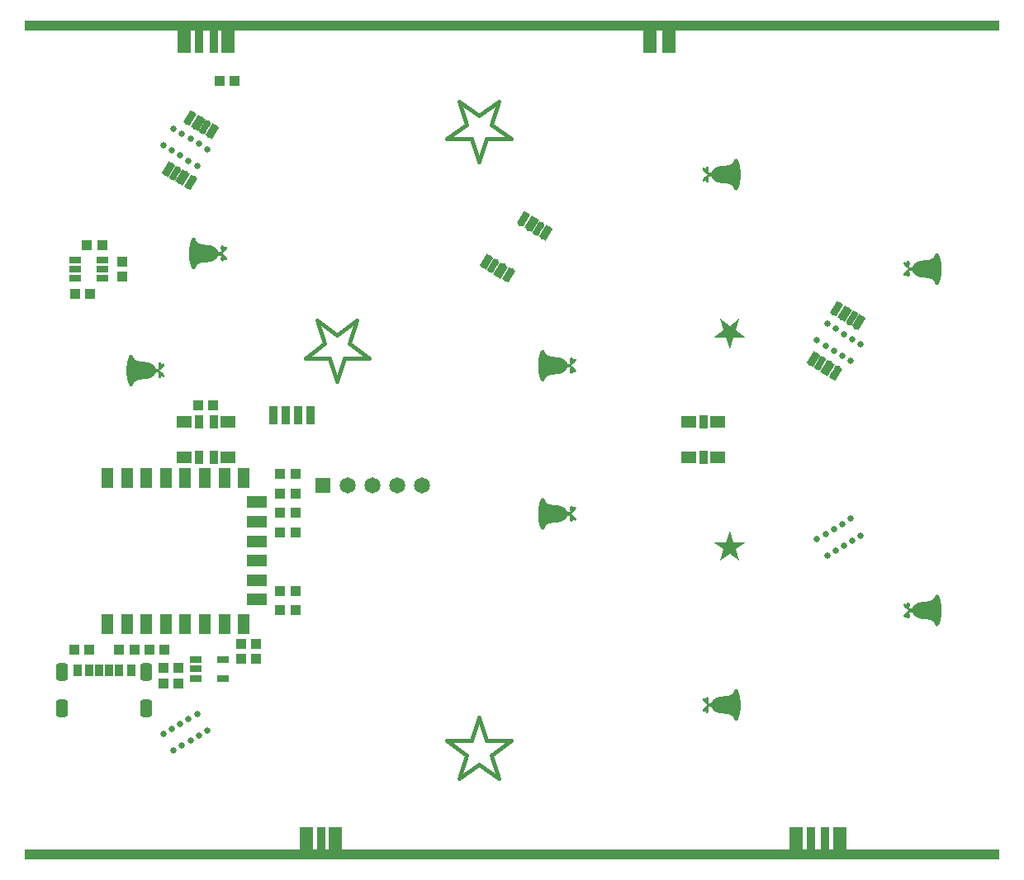
<source format=gts>
G04*
G04 #@! TF.GenerationSoftware,Altium Limited,Altium Designer,20.0.2 (26)*
G04*
G04 Layer_Color=20142*
%FSLAX25Y25*%
%MOIN*%
G70*
G01*
G75*
%ADD30C,0.01575*%
%ADD31R,3.93701X0.03937*%
%ADD32R,0.04528X0.08465*%
%ADD33R,0.08465X0.04528*%
%ADD34R,0.03740X0.05000*%
%ADD35R,0.03740X0.07677*%
%ADD36R,0.04921X0.02953*%
%ADD37R,0.04252X0.04449*%
%ADD38R,0.04449X0.04252*%
G04:AMPARAMS|DCode=39|XSize=29.53mil|YSize=57.09mil|CornerRadius=0mil|HoleSize=0mil|Usage=FLASHONLY|Rotation=149.000|XOffset=0mil|YOffset=0mil|HoleType=Round|Shape=Rectangle|*
%AMROTATEDRECTD39*
4,1,4,0.02736,0.01686,-0.00205,-0.03207,-0.02736,-0.01686,0.00205,0.03207,0.02736,0.01686,0.0*
%
%ADD39ROTATEDRECTD39*%

G04:AMPARAMS|DCode=40|XSize=35.43mil|YSize=57.09mil|CornerRadius=0mil|HoleSize=0mil|Usage=FLASHONLY|Rotation=149.000|XOffset=0mil|YOffset=0mil|HoleType=Round|Shape=Rectangle|*
%AMROTATEDRECTD40*
4,1,4,0.02989,0.01534,0.00048,-0.03359,-0.02989,-0.01534,-0.00048,0.03359,0.02989,0.01534,0.0*
%
%ADD40ROTATEDRECTD40*%

G04:AMPARAMS|DCode=41|XSize=25.59mil|YSize=57.09mil|CornerRadius=0mil|HoleSize=0mil|Usage=FLASHONLY|Rotation=149.000|XOffset=0mil|YOffset=0mil|HoleType=Round|Shape=Rectangle|*
%AMROTATEDRECTD41*
4,1,4,0.02567,0.01788,-0.00373,-0.03106,-0.02567,-0.01788,0.00373,0.03106,0.02567,0.01788,0.0*
%
%ADD41ROTATEDRECTD41*%

G04:AMPARAMS|DCode=42|XSize=31.5mil|YSize=57.09mil|CornerRadius=0mil|HoleSize=0mil|Usage=FLASHONLY|Rotation=149.000|XOffset=0mil|YOffset=0mil|HoleType=Round|Shape=Rectangle|*
%AMROTATEDRECTD42*
4,1,4,0.02820,0.01636,-0.00120,-0.03258,-0.02820,-0.01636,0.00120,0.03258,0.02820,0.01636,0.0*
%
%ADD42ROTATEDRECTD42*%

%ADD43R,0.03347X0.09252*%
%ADD44R,0.05709X0.09252*%
%ADD45R,0.06378X0.05158*%
%ADD46R,0.03347X0.05512*%
G04:AMPARAMS|DCode=47|XSize=72.84mil|YSize=49.21mil|CornerRadius=13.78mil|HoleSize=0mil|Usage=FLASHONLY|Rotation=270.000|XOffset=0mil|YOffset=0mil|HoleType=Round|Shape=RoundedRectangle|*
%AMROUNDEDRECTD47*
21,1,0.07284,0.02165,0,0,270.0*
21,1,0.04528,0.04921,0,0,270.0*
1,1,0.02756,-0.01083,-0.02264*
1,1,0.02756,-0.01083,0.02264*
1,1,0.02756,0.01083,0.02264*
1,1,0.02756,0.01083,-0.02264*
%
%ADD47ROUNDEDRECTD47*%
%ADD48C,0.06496*%
%ADD49R,0.06496X0.06496*%
%ADD50C,0.02560*%
%ADD51C,0.02953*%
G36*
X287236Y113456D02*
X287243Y113456D01*
X287251Y113456D01*
X287255Y113456D01*
X287258Y113456D01*
X287263Y113455D01*
X287269Y113455D01*
X287274Y113455D01*
X287277Y113454D01*
X287279Y113454D01*
X287284Y113454D01*
X287288Y113453D01*
X287293Y113453D01*
X287295Y113453D01*
X287297Y113452D01*
X287301Y113452D01*
X287305Y113452D01*
X287309Y113451D01*
X287311Y113451D01*
Y113451D01*
X287312Y113451D01*
X287316Y113450D01*
X287319Y113450D01*
X287323Y113449D01*
X287324Y113449D01*
X287326Y113449D01*
X287329Y113448D01*
X287332Y113447D01*
X287335Y113447D01*
X287336Y113447D01*
X287338Y113446D01*
X287341Y113446D01*
X287344Y113445D01*
X287347Y113445D01*
X287348Y113444D01*
X287350Y113444D01*
X287353Y113444D01*
X287356Y113443D01*
X287358Y113442D01*
X287360Y113442D01*
X287370Y113440D01*
X287380Y113437D01*
X287390Y113435D01*
X287400Y113432D01*
X287409Y113429D01*
X287417Y113426D01*
X287425Y113424D01*
X287433Y113421D01*
X287441Y113418D01*
X287449Y113415D01*
X287457Y113412D01*
X287465Y113409D01*
X287473Y113406D01*
X287480Y113403D01*
X287488Y113399D01*
X287496Y113396D01*
X287504Y113392D01*
X287512Y113388D01*
X287520Y113385D01*
X287528Y113381D01*
X287533Y113378D01*
X287539Y113374D01*
X287545Y113371D01*
X287551Y113368D01*
X287557Y113365D01*
X287563Y113362D01*
X287569Y113358D01*
X287575Y113355D01*
X287580Y113351D01*
X287586Y113348D01*
X287592Y113344D01*
X287598Y113340D01*
X287604Y113337D01*
X287610Y113333D01*
X287615Y113329D01*
X287621Y113325D01*
X287627Y113321D01*
X287633Y113317D01*
X287638Y113313D01*
X287644Y113309D01*
X287650Y113304D01*
X287656Y113300D01*
X287662Y113296D01*
X287667Y113291D01*
X287673Y113287D01*
X287679Y113282D01*
X287684Y113278D01*
X287690Y113273D01*
X287696Y113268D01*
X287702Y113264D01*
X287707Y113259D01*
X287713Y113254D01*
X287719Y113249D01*
X287724Y113244D01*
X287730Y113239D01*
X287736Y113234D01*
X287741Y113229D01*
X287747Y113224D01*
X287753Y113218D01*
X287758Y113213D01*
X287764Y113207D01*
X287770Y113202D01*
X287775Y113197D01*
X287781Y113191D01*
X287786Y113185D01*
X287792Y113180D01*
X287797Y113174D01*
X287803Y113168D01*
X287808Y113162D01*
X287814Y113156D01*
X287820Y113150D01*
X287825Y113144D01*
X287831Y113138D01*
X287836Y113132D01*
X287842Y113126D01*
X287847Y113119D01*
X287853Y113113D01*
X287858Y113107D01*
X287863Y113100D01*
X287869Y113094D01*
X287874Y113087D01*
X287880Y113081D01*
X287885Y113074D01*
X287890Y113067D01*
X287896Y113060D01*
X287901Y113053D01*
X287906Y113046D01*
X287912Y113040D01*
X287917Y113032D01*
X287922Y113025D01*
X287928Y113018D01*
X287933Y113011D01*
X287938Y113004D01*
X287943Y112996D01*
X287949Y112989D01*
X287954Y112981D01*
X287959Y112974D01*
X287964Y112966D01*
X287969Y112959D01*
X287975Y112951D01*
X287980Y112943D01*
X287985Y112935D01*
X287990Y112928D01*
X287995Y112920D01*
X288000Y112912D01*
X288005Y112904D01*
X288010Y112896D01*
X288015Y112887D01*
X288020Y112879D01*
X288025Y112871D01*
X288031Y112863D01*
X288035Y112854D01*
X288040Y112846D01*
X288045Y112837D01*
X288050Y112829D01*
X288055Y112820D01*
X288060Y112811D01*
X288065Y112803D01*
X288070Y112794D01*
X288075Y112785D01*
X288080Y112776D01*
X288085Y112767D01*
X288089Y112758D01*
X288094Y112749D01*
X288099Y112740D01*
X288104Y112731D01*
X288108Y112722D01*
X288113Y112712D01*
X288119Y112700D01*
X288126Y112687D01*
X288132Y112674D01*
X288138Y112662D01*
X288144Y112649D01*
X288150Y112636D01*
X288156Y112622D01*
X288162Y112609D01*
X288168Y112596D01*
X288176Y112579D01*
X288177Y112576D01*
X288183Y112563D01*
X288188Y112550D01*
X288194Y112537D01*
X288199Y112524D01*
X288205Y112511D01*
X288211Y112498D01*
X288216Y112485D01*
X288222Y112472D01*
X288227Y112458D01*
X288233Y112445D01*
X288239Y112432D01*
X288246Y112415D01*
X288252Y112397D01*
X288259Y112380D01*
X288266Y112363D01*
X288273Y112345D01*
X288280Y112328D01*
X288287Y112310D01*
X288294Y112292D01*
X288301Y112274D01*
X288308Y112256D01*
X288315Y112238D01*
X288322Y112220D01*
X288329Y112201D01*
X288335Y112182D01*
X288342Y112164D01*
X288349Y112145D01*
X288356Y112126D01*
X288363Y112107D01*
X288370Y112088D01*
X288377Y112068D01*
X288385Y112045D01*
X288393Y112022D01*
X288401Y111998D01*
X288409Y111974D01*
X288417Y111950D01*
X288425Y111926D01*
X288434Y111902D01*
X288442Y111877D01*
X288450Y111852D01*
X288458Y111828D01*
X288466Y111802D01*
X288474Y111777D01*
X288482Y111752D01*
X288490Y111726D01*
X288497Y111701D01*
X288505Y111675D01*
X288514Y111644D01*
X288524Y111614D01*
X288533Y111583D01*
X288542Y111552D01*
X288551Y111521D01*
X288560Y111489D01*
X288569Y111457D01*
X288578Y111425D01*
X288587Y111393D01*
X288595Y111360D01*
X288604Y111328D01*
X288614Y111290D01*
X288624Y111252D01*
X288634Y111214D01*
X288644Y111175D01*
X288654Y111136D01*
X288663Y111097D01*
X288673Y111058D01*
X288683Y111018D01*
X288692Y110978D01*
X288701Y110938D01*
X288712Y110892D01*
X288722Y110846D01*
X288733Y110799D01*
X288743Y110753D01*
X288753Y110705D01*
X288763Y110658D01*
X288773Y110610D01*
X288783Y110562D01*
X288794Y110508D01*
X288804Y110453D01*
X288815Y110398D01*
X288825Y110342D01*
X288836Y110286D01*
X288846Y110230D01*
X288856Y110173D01*
X288866Y110110D01*
X288877Y110047D01*
X288887Y109983D01*
X288897Y109918D01*
X288908Y109853D01*
X288917Y109787D01*
X288928Y109715D01*
X288938Y109642D01*
X288948Y109568D01*
X288958Y109494D01*
X288967Y109419D01*
X288976Y109344D01*
X288986Y109261D01*
X288995Y109178D01*
X289004Y109094D01*
X289013Y109009D01*
X289021Y108924D01*
X289030Y108831D01*
X289038Y108737D01*
X289046Y108643D01*
X289053Y108547D01*
X289060Y108451D01*
X289066Y108354D01*
X289072Y108249D01*
X289078Y108143D01*
X289083Y108037D01*
X289088Y107929D01*
X289092Y107820D01*
X289096Y107703D01*
X289099Y107585D01*
X289102Y107466D01*
X289104Y107346D01*
X289105Y107224D01*
X289105Y107087D01*
Y107079D01*
X289105Y106949D01*
X289104Y106820D01*
X289102Y106700D01*
X289099Y106581D01*
X289096Y106463D01*
X289092Y106346D01*
X289088Y106230D01*
X289083Y106122D01*
X289077Y106016D01*
X289071Y105910D01*
X289065Y105805D01*
X289058Y105701D01*
X289051Y105605D01*
X289044Y105510D01*
X289036Y105416D01*
X289028Y105322D01*
X289019Y105229D01*
X289011Y105144D01*
X289002Y105060D01*
X288993Y104976D01*
X288984Y104893D01*
X288974Y104811D01*
X288965Y104735D01*
X288955Y104660D01*
X288946Y104586D01*
X288935Y104513D01*
X288925Y104440D01*
X288915Y104368D01*
X288905Y104303D01*
X288895Y104237D01*
X288884Y104173D01*
X288874Y104109D01*
X288863Y104046D01*
X288853Y103983D01*
X288843Y103926D01*
X288832Y103870D01*
X288822Y103814D01*
X288812Y103759D01*
X288801Y103704D01*
X288790Y103649D01*
X288780Y103595D01*
X288770Y103547D01*
X288760Y103499D01*
X288750Y103452D01*
X288739Y103405D01*
X288729Y103358D01*
X288719Y103312D01*
X288708Y103266D01*
X288698Y103220D01*
X288688Y103180D01*
X288679Y103140D01*
X288669Y103101D01*
X288660Y103061D01*
X288650Y103022D01*
X288640Y102983D01*
X288630Y102945D01*
X288620Y102907D01*
X288611Y102869D01*
X288600Y102831D01*
X288592Y102799D01*
X288583Y102767D01*
X288574Y102734D01*
X288565Y102702D01*
X288556Y102671D01*
X288547Y102639D01*
X288538Y102608D01*
X288529Y102577D01*
X288520Y102546D01*
X288511Y102516D01*
X288501Y102485D01*
X288492Y102455D01*
X288484Y102430D01*
X288476Y102404D01*
X288468Y102379D01*
X288460Y102354D01*
X288452Y102329D01*
X288444Y102304D01*
X288436Y102280D01*
X288428Y102255D01*
X288420Y102231D01*
X288412Y102207D01*
X288404Y102183D01*
X288396Y102159D01*
X288387Y102136D01*
X288379Y102112D01*
X288371Y102089D01*
X288364Y102070D01*
X288357Y102051D01*
X288351Y102032D01*
X288344Y102013D01*
X288337Y101994D01*
X288330Y101976D01*
X288323Y101957D01*
X288316Y101939D01*
X288309Y101921D01*
X288302Y101903D01*
X288295Y101885D01*
X288288Y101867D01*
X288282Y101849D01*
X288275Y101831D01*
X288268Y101814D01*
X288261Y101796D01*
X288254Y101779D01*
X288247Y101762D01*
X288240Y101745D01*
X288233Y101728D01*
X288227Y101715D01*
X288222Y101701D01*
X288216Y101688D01*
X288211Y101675D01*
X288205Y101662D01*
X288199Y101649D01*
X288194Y101636D01*
X288188Y101623D01*
X288183Y101610D01*
X288176Y101594D01*
X288174Y101591D01*
X288168Y101577D01*
X288162Y101564D01*
X288156Y101551D01*
X288150Y101538D01*
X288144Y101524D01*
X288138Y101512D01*
X288132Y101499D01*
X288126Y101486D01*
X288119Y101473D01*
X288113Y101461D01*
X288107Y101449D01*
X288101Y101436D01*
X288096Y101427D01*
X288091Y101418D01*
X288086Y101409D01*
X288081Y101400D01*
X288076Y101391D01*
X288072Y101382D01*
X288067Y101373D01*
X288062Y101365D01*
X288057Y101356D01*
X288052Y101347D01*
X288047Y101339D01*
X288042Y101330D01*
X288037Y101322D01*
X288032Y101313D01*
X288027Y101305D01*
X288022Y101297D01*
X288017Y101288D01*
X288012Y101280D01*
X288007Y101272D01*
X288002Y101264D01*
X287997Y101256D01*
X287992Y101248D01*
X287987Y101240D01*
X287982Y101232D01*
X287976Y101225D01*
X287971Y101217D01*
X287966Y101209D01*
X287961Y101202D01*
X287956Y101194D01*
X287950Y101187D01*
X287945Y101179D01*
X287940Y101172D01*
X287935Y101165D01*
X287929Y101157D01*
X287924Y101150D01*
X287919Y101143D01*
X287913Y101136D01*
X287908Y101129D01*
X287903Y101122D01*
X287897Y101115D01*
X287892Y101108D01*
X287887Y101102D01*
X287881Y101095D01*
X287876Y101088D01*
X287871Y101082D01*
X287865Y101075D01*
X287860Y101069D01*
X287854Y101062D01*
X287849Y101056D01*
X287843Y101049D01*
X287838Y101043D01*
X287832Y101037D01*
X287827Y101031D01*
X287821Y101025D01*
X287816Y101019D01*
X287810Y101013D01*
X287805Y101007D01*
X287799Y101001D01*
X287794Y100995D01*
X287788Y100990D01*
X287783Y100984D01*
X287777Y100978D01*
X287771Y100973D01*
X287766Y100967D01*
X287760Y100962D01*
X287755Y100957D01*
X287749Y100951D01*
X287743Y100946D01*
X287738Y100941D01*
X287732Y100936D01*
X287726Y100931D01*
X287721Y100926D01*
X287715Y100921D01*
X287709Y100916D01*
X287703Y100911D01*
X287698Y100906D01*
X287692Y100901D01*
X287686Y100897D01*
X287681Y100892D01*
X287675Y100888D01*
X287669Y100883D01*
X287664Y100879D01*
X287658Y100874D01*
X287652Y100870D01*
X287646Y100866D01*
X287640Y100862D01*
X287635Y100858D01*
X287629Y100854D01*
X287623Y100850D01*
X287617Y100846D01*
X287611Y100842D01*
X287606Y100838D01*
X287600Y100834D01*
X287594Y100830D01*
X287588Y100827D01*
X287582Y100823D01*
X287576Y100820D01*
X287571Y100816D01*
X287565Y100813D01*
X287559Y100809D01*
X287553Y100806D01*
X287547Y100803D01*
X287541Y100800D01*
X287535Y100797D01*
X287528Y100793D01*
X287520Y100789D01*
X287512Y100785D01*
X287504Y100781D01*
X287496Y100777D01*
X287488Y100774D01*
X287480Y100770D01*
X287473Y100767D01*
X287465Y100764D01*
X287457Y100761D01*
X287449Y100758D01*
X287441Y100755D01*
X287433Y100752D01*
X287425Y100749D01*
X287417Y100747D01*
X287407Y100744D01*
X287398Y100741D01*
X287388Y100738D01*
X287378Y100735D01*
X287368Y100733D01*
X287358Y100731D01*
X287357Y100731D01*
X287354Y100730D01*
X287351Y100729D01*
X287348Y100729D01*
X287346Y100728D01*
Y100728D01*
X287345Y100728D01*
X287342Y100727D01*
X287339Y100727D01*
X287336Y100726D01*
X287334Y100726D01*
X287334Y100726D01*
X287333Y100726D01*
X287330Y100725D01*
X287327Y100725D01*
X287324Y100724D01*
X287322Y100724D01*
X287322D01*
X287321Y100724D01*
X287317Y100723D01*
X287314Y100723D01*
X287310Y100722D01*
X287309Y100722D01*
Y100722D01*
X287307Y100722D01*
X287303Y100721D01*
X287299Y100721D01*
X287295Y100720D01*
X287293Y100720D01*
D01*
X287293D01*
X287293D01*
X287293Y100720D01*
X287291Y100720D01*
X287286Y100719D01*
X287282Y100719D01*
X287277Y100719D01*
X287275Y100718D01*
X287272Y100718D01*
X287267Y100718D01*
X287261Y100718D01*
X287256Y100717D01*
X287253Y100717D01*
X287253Y100717D01*
X287242Y100717D01*
X287218Y100717D01*
X287194Y100718D01*
X287171Y100720D01*
X287159Y100721D01*
X287155Y100722D01*
X287146Y100723D01*
X287138Y100724D01*
X287130Y100725D01*
X287126Y100726D01*
X287123Y100727D01*
X287118Y100728D01*
X287112Y100729D01*
X287107Y100730D01*
X287104Y100731D01*
X287102Y100731D01*
X287098Y100732D01*
X287093Y100733D01*
X287089Y100734D01*
X287087Y100735D01*
X287085Y100735D01*
X287081Y100736D01*
X287077Y100737D01*
X287073Y100738D01*
X287071Y100739D01*
X287071Y100739D01*
X287070Y100739D01*
X287067Y100740D01*
X287063Y100741D01*
X287060Y100742D01*
X287058Y100743D01*
Y100743D01*
X287057Y100743D01*
X287054Y100744D01*
X287051Y100745D01*
X287048Y100746D01*
X287047Y100746D01*
Y100746D01*
X287045Y100747D01*
X287042Y100748D01*
X287039Y100749D01*
X287036Y100750D01*
X287035Y100750D01*
X287035D01*
X287034Y100751D01*
X287031Y100752D01*
X287028Y100753D01*
X287025Y100754D01*
X287023Y100754D01*
X287023D01*
X287023Y100754D01*
X287014Y100758D01*
X287004Y100762D01*
X286995Y100766D01*
X286985Y100770D01*
X286976Y100774D01*
X286968Y100778D01*
X286961Y100782D01*
X286953Y100786D01*
X286946Y100789D01*
X286938Y100793D01*
X286931Y100797D01*
X286924Y100802D01*
X286916Y100806D01*
X286909Y100811D01*
X286901Y100815D01*
X286894Y100820D01*
X286887Y100824D01*
X286879Y100829D01*
X286874Y100833D01*
X286868Y100837D01*
X286863Y100841D01*
X286857Y100845D01*
X286852Y100849D01*
X286846Y100853D01*
X286841Y100857D01*
X286835Y100861D01*
X286830Y100865D01*
X286825Y100869D01*
X286819Y100874D01*
X286814Y100878D01*
X286808Y100882D01*
X286803Y100887D01*
X286798Y100892D01*
X286792Y100896D01*
X286787Y100901D01*
X286782Y100906D01*
X286776Y100911D01*
X286771Y100916D01*
X286766Y100920D01*
X286761Y100925D01*
X286755Y100931D01*
X286750Y100936D01*
X286745Y100941D01*
X286740Y100946D01*
X286735Y100951D01*
X286730Y100957D01*
X286724Y100962D01*
X286719Y100968D01*
X286714Y100973D01*
X286709Y100979D01*
X286704Y100985D01*
X286699Y100990D01*
X286694Y100996D01*
X286689Y101002D01*
X286684Y101008D01*
X286679Y101014D01*
X286674Y101020D01*
X286669Y101026D01*
X286664Y101032D01*
X286659Y101039D01*
X286654Y101045D01*
X286649Y101051D01*
X286644Y101058D01*
X286639Y101064D01*
X286634Y101071D01*
X286629Y101077D01*
X286625Y101084D01*
X286620Y101091D01*
X286615Y101098D01*
X286610Y101104D01*
X286605Y101111D01*
X286600Y101118D01*
X286596Y101125D01*
X286591Y101132D01*
X286586Y101140D01*
X286582Y101147D01*
X286577Y101154D01*
X286572Y101161D01*
X286568Y101169D01*
X286563Y101176D01*
X286559Y101184D01*
X286554Y101191D01*
X286549Y101199D01*
X286545Y101207D01*
X286540Y101215D01*
X286536Y101223D01*
X286531Y101230D01*
X286527Y101238D01*
X286522Y101246D01*
X286518Y101254D01*
X286514Y101263D01*
X286509Y101271D01*
X286505Y101279D01*
X286501Y101287D01*
X286496Y101296D01*
X286492Y101304D01*
X286488Y101313D01*
X286483Y101321D01*
X286479Y101330D01*
X286475Y101339D01*
X286471Y101348D01*
X286466Y101356D01*
X286462Y101365D01*
X286458Y101374D01*
X286454Y101383D01*
X286450Y101392D01*
X286446Y101401D01*
X286442Y101411D01*
X286438Y101420D01*
X286434Y101429D01*
X286430Y101439D01*
X286426Y101448D01*
X286422Y101458D01*
X286418Y101467D01*
X286414Y101477D01*
X286410Y101487D01*
X286406Y101497D01*
X286401Y101510D01*
X286400Y101513D01*
X286398Y101520D01*
X286395Y101526D01*
X286392Y101533D01*
X286390Y101539D01*
X286387Y101546D01*
X286385Y101552D01*
X286382Y101559D01*
X286380Y101565D01*
X286377Y101572D01*
X286374Y101578D01*
X286372Y101585D01*
X286369Y101592D01*
X286367Y101598D01*
X286364Y101604D01*
X286361Y101611D01*
X286359Y101618D01*
X286356Y101624D01*
X286353Y101630D01*
X286351Y101637D01*
X286348Y101643D01*
X286345Y101650D01*
X286343Y101656D01*
X286340Y101663D01*
X286337Y101669D01*
X286334Y101676D01*
X286332Y101682D01*
X286329Y101689D01*
X286326Y101695D01*
X286323Y101701D01*
X286321Y101708D01*
X286318Y101714D01*
X286315Y101720D01*
X286312Y101727D01*
X286309Y101733D01*
X286307Y101740D01*
X286304Y101746D01*
X286301Y101752D01*
X286298Y101759D01*
X286295Y101765D01*
X286292Y101771D01*
X286288Y101781D01*
X286284Y101790D01*
X286279Y101800D01*
X286275Y101809D01*
X286270Y101819D01*
X286266Y101828D01*
X286261Y101837D01*
X286257Y101847D01*
X286252Y101856D01*
X286248Y101865D01*
X286243Y101875D01*
X286238Y101884D01*
X286234Y101893D01*
X286229Y101903D01*
X286224Y101912D01*
X286220Y101921D01*
X286215Y101930D01*
X286210Y101940D01*
X286205Y101949D01*
X286200Y101958D01*
X286195Y101967D01*
X286190Y101976D01*
X286184Y101988D01*
X286177Y102000D01*
X286170Y102013D01*
X286163Y102025D01*
X286156Y102037D01*
X286149Y102049D01*
X286142Y102061D01*
X286135Y102073D01*
X286128Y102085D01*
X286121Y102096D01*
X286111Y102111D01*
X286102Y102126D01*
X286093Y102141D01*
X286083Y102155D01*
X286073Y102170D01*
X286062Y102188D01*
X286050Y102205D01*
X286036Y102225D01*
X286021Y102245D01*
X286004Y102268D01*
X285985Y102294D01*
X285982Y102297D01*
X285976Y102305D01*
X285970Y102313D01*
X285964Y102321D01*
X285961Y102324D01*
X285941Y102349D01*
X285900Y102398D01*
X285857Y102446D01*
X285813Y102492D01*
X285790Y102515D01*
X285790D01*
X285785Y102520D01*
X285775Y102530D01*
X285765Y102540D01*
X285755Y102550D01*
X285749Y102554D01*
X285749Y102554D01*
X285746Y102558D01*
X285738Y102565D01*
X285730Y102572D01*
X285722Y102579D01*
X285719Y102583D01*
Y102583D01*
X285693Y102606D01*
X285669Y102626D01*
X285645Y102647D01*
X285624Y102664D01*
X285602Y102682D01*
X285583Y102696D01*
X285564Y102711D01*
X285544Y102726D01*
X285527Y102738D01*
X285511Y102750D01*
X285494Y102762D01*
X285477Y102774D01*
X285459Y102786D01*
X285442Y102798D01*
X285424Y102809D01*
X285410Y102819D01*
X285395Y102828D01*
X285380Y102837D01*
X285366Y102847D01*
X285351Y102856D01*
X285336Y102865D01*
X285320Y102874D01*
X285305Y102883D01*
X285290Y102892D01*
X285274Y102901D01*
X285258Y102910D01*
X285242Y102919D01*
X285226Y102928D01*
X285210Y102936D01*
X285193Y102945D01*
X285177Y102954D01*
X285160Y102963D01*
X285147Y102969D01*
X285135Y102975D01*
X285122Y102982D01*
X285109Y102988D01*
X285096Y102995D01*
X285083Y103001D01*
X285069Y103007D01*
X285056Y103013D01*
X285043Y103020D01*
X285029Y103026D01*
X285016Y103032D01*
X285002Y103038D01*
X284988Y103044D01*
X284975Y103050D01*
X284961Y103057D01*
X284947Y103063D01*
X284932Y103069D01*
X284918Y103075D01*
X284904Y103081D01*
X284890Y103087D01*
X284875Y103093D01*
X284860Y103098D01*
X284846Y103104D01*
X284831Y103110D01*
X284816Y103116D01*
X284801Y103122D01*
X284786Y103128D01*
X284771Y103133D01*
X284756Y103139D01*
X284740Y103145D01*
X284725Y103150D01*
X284709Y103156D01*
X284694Y103162D01*
X284678Y103167D01*
X284662Y103173D01*
X284646Y103178D01*
X284630Y103184D01*
X284614Y103189D01*
X284597Y103195D01*
X284581Y103200D01*
X284564Y103205D01*
X284548Y103211D01*
X284531Y103216D01*
X284514Y103221D01*
X284497Y103227D01*
X284480Y103232D01*
X284463Y103237D01*
X284446Y103242D01*
X284429Y103247D01*
X284411Y103252D01*
X284394Y103258D01*
X284376Y103263D01*
X284358Y103268D01*
X284340Y103273D01*
X284322Y103278D01*
X284304Y103283D01*
X284286Y103287D01*
X284268Y103292D01*
X284249Y103297D01*
X284230Y103302D01*
X284212Y103307D01*
X284193Y103312D01*
X284174Y103316D01*
X284155Y103321D01*
X284136Y103326D01*
X284117Y103330D01*
X284097Y103335D01*
X284078Y103340D01*
X284058Y103344D01*
X284039Y103349D01*
X284019Y103353D01*
X283999Y103358D01*
X283979Y103362D01*
X283959Y103366D01*
X283938Y103371D01*
X283918Y103375D01*
X283897Y103379D01*
X283877Y103384D01*
X283856Y103388D01*
X283835Y103392D01*
X283814Y103396D01*
X283793Y103401D01*
X283771Y103405D01*
X283750Y103409D01*
X283729Y103413D01*
X283707Y103417D01*
X283685Y103421D01*
X283663Y103425D01*
X283641Y103429D01*
X283619Y103433D01*
X283597Y103437D01*
X283574Y103440D01*
X283552Y103444D01*
X283529Y103448D01*
X283506Y103452D01*
X283484Y103455D01*
X283460Y103459D01*
X283437Y103463D01*
X283414Y103466D01*
X283391Y103470D01*
X283367Y103473D01*
X283343Y103477D01*
X283320Y103481D01*
X283296Y103484D01*
X283272Y103487D01*
X283247Y103491D01*
X283223Y103494D01*
X283199Y103497D01*
X283174Y103501D01*
X283149Y103504D01*
X283124Y103507D01*
X283099Y103510D01*
X283074Y103514D01*
X283049Y103517D01*
X283024Y103520D01*
X282998Y103523D01*
X282972Y103526D01*
X282946Y103529D01*
X282921Y103532D01*
X282894Y103535D01*
X282868Y103538D01*
X282842Y103540D01*
X282815Y103543D01*
X282789Y103546D01*
X282762Y103549D01*
X282735Y103551D01*
X282708Y103554D01*
X282681Y103557D01*
X282653Y103560D01*
X282626Y103562D01*
X282598Y103565D01*
X282570Y103567D01*
X282542Y103570D01*
X282514Y103572D01*
X282486Y103574D01*
X282458Y103577D01*
X282429Y103579D01*
X282401Y103581D01*
X282372Y103584D01*
X282343Y103586D01*
X282314Y103588D01*
X282284Y103590D01*
X282255Y103592D01*
X282226Y103595D01*
X282196Y103597D01*
X282166Y103599D01*
X282136Y103601D01*
X282106Y103603D01*
X282076Y103604D01*
X282045Y103606D01*
X282015Y103608D01*
X281984Y103610D01*
X281953Y103612D01*
X281922Y103613D01*
X281891Y103615D01*
X281859Y103617D01*
X281828Y103618D01*
X281796Y103620D01*
X281754Y103622D01*
X281705Y103624D01*
X281657Y103627D01*
X281610Y103630D01*
X281562Y103633D01*
X281515Y103637D01*
X281468Y103641D01*
X281422Y103645D01*
X281375Y103649D01*
X281329Y103653D01*
X281284Y103658D01*
X281238Y103663D01*
X281193Y103668D01*
X281149Y103674D01*
X281104Y103679D01*
X281060Y103685D01*
X281016Y103691D01*
X280972Y103698D01*
X280929Y103705D01*
X280886Y103711D01*
X280843Y103718D01*
X280801Y103726D01*
X280750Y103735D01*
X280700Y103744D01*
X280650Y103754D01*
X280601Y103764D01*
X280552Y103774D01*
X280504Y103785D01*
X280456Y103796D01*
X280408Y103807D01*
X280361Y103819D01*
X280314Y103831D01*
X280268Y103843D01*
X280222Y103855D01*
X280176Y103868D01*
X280131Y103881D01*
X280086Y103894D01*
X280042Y103908D01*
X279997Y103922D01*
X279947Y103938D01*
X279896Y103955D01*
X279846Y103972D01*
X279797Y103990D01*
X279748Y104008D01*
X279700Y104026D01*
X279652Y104045D01*
X279605Y104064D01*
X279558Y104083D01*
X279506Y104105D01*
X279454Y104128D01*
X279402Y104151D01*
X279352Y104175D01*
X279302Y104199D01*
X279252Y104223D01*
X279198Y104251D01*
X279144Y104280D01*
X279090Y104308D01*
X279038Y104338D01*
X278981Y104371D01*
X278925Y104404D01*
X278870Y104438D01*
X278810Y104476D01*
X278752Y104515D01*
X278744Y104520D01*
X278729Y104531D01*
X278713Y104542D01*
X278697Y104552D01*
X278690Y104558D01*
X278690D01*
X278682Y104563D01*
X278667Y104574D01*
X278651Y104585D01*
X278636Y104596D01*
X278629Y104601D01*
X278621Y104607D01*
X278604Y104619D01*
X278588Y104631D01*
X278572Y104643D01*
X278564Y104649D01*
X278564Y104649D01*
X278556Y104655D01*
X278541Y104667D01*
X278525Y104679D01*
X278509Y104691D01*
X278501Y104697D01*
X278493Y104704D01*
X278477Y104717D01*
X278460Y104730D01*
X278444Y104743D01*
X278435Y104750D01*
Y104750D01*
X278427Y104757D01*
X278410Y104771D01*
X278393Y104786D01*
X278375Y104800D01*
X278367Y104807D01*
X278358Y104815D01*
X278340Y104831D01*
X278323Y104846D01*
X278305Y104862D01*
X278296Y104869D01*
X278287Y104878D01*
X278269Y104894D01*
X278250Y104911D01*
X278232Y104928D01*
X278223Y104936D01*
Y104936D01*
X278214Y104945D01*
X278195Y104963D01*
X278177Y104981D01*
X278158Y104999D01*
X278149Y105008D01*
Y105008D01*
X278139Y105018D01*
X278119Y105038D01*
X278100Y105058D01*
X278080Y105079D01*
X278070Y105089D01*
Y105089D01*
X278060Y105099D01*
X278040Y105121D01*
X278020Y105142D01*
X278001Y105164D01*
X277991Y105175D01*
X277991Y105175D01*
X277981Y105186D01*
X277961Y105208D01*
X277941Y105231D01*
X277922Y105254D01*
X277912Y105266D01*
X277912Y105266D01*
X277902Y105278D01*
X277881Y105303D01*
X277861Y105328D01*
X277841Y105353D01*
X277831Y105366D01*
X277831Y105366D01*
X277821Y105378D01*
X277802Y105403D01*
X277783Y105429D01*
X277764Y105454D01*
X277754Y105467D01*
X277745Y105479D01*
X277727Y105505D01*
X277709Y105530D01*
X277692Y105555D01*
X277683Y105568D01*
X277675Y105580D01*
X277658Y105605D01*
X277642Y105629D01*
X277626Y105654D01*
X277619Y105666D01*
X277619Y105666D01*
X277619Y105666D01*
X277611Y105678D01*
X277596Y105701D01*
X277582Y105724D01*
X277568Y105748D01*
X277561Y105760D01*
X277561D01*
X277555Y105770D01*
X277542Y105792D01*
X277530Y105813D01*
X277518Y105834D01*
X277512Y105845D01*
X277506Y105855D01*
X277495Y105875D01*
X277484Y105895D01*
X277473Y105916D01*
X277468Y105926D01*
X277463Y105935D01*
X277454Y105953D01*
X277445Y105971D01*
X277436Y105989D01*
X277431Y105998D01*
X277427Y106007D01*
X277419Y106024D01*
X277411Y106041D01*
X277402Y106057D01*
X277398Y106066D01*
Y106066D01*
X277395Y106073D01*
X277388Y106088D01*
X277381Y106103D01*
X277375Y106118D01*
X277371Y106125D01*
X277371Y106125D01*
X277347Y106180D01*
X277327Y106230D01*
X277307Y106280D01*
X277289Y106326D01*
X277274Y106367D01*
X277260Y106408D01*
X277248Y106445D01*
X277236Y106482D01*
X277226Y106514D01*
X277216Y106546D01*
X277207Y106579D01*
X277204Y106589D01*
X277035Y106419D01*
X276745Y106299D01*
X276432D01*
X276143Y106419D01*
X275992Y106570D01*
X276000Y106541D01*
X276007Y106516D01*
X276024Y106456D01*
X276036Y106410D01*
X276047Y106371D01*
X276056Y106335D01*
X276064Y106303D01*
X276072Y106274D01*
X276079Y106245D01*
X276085Y106220D01*
X276091Y106194D01*
X276098Y106169D01*
X276104Y106143D01*
X276109Y106121D01*
X276114Y106100D01*
X276119Y106078D01*
X276124Y106056D01*
X276129Y106034D01*
X276134Y106011D01*
X276139Y105989D01*
X276143Y105971D01*
X276147Y105953D01*
X276151Y105935D01*
X276155Y105917D01*
X276158Y105898D01*
X276162Y105880D01*
X276166Y105861D01*
X276170Y105843D01*
X276173Y105825D01*
X276177Y105806D01*
X276181Y105788D01*
X276184Y105769D01*
X276188Y105750D01*
X276191Y105732D01*
X276195Y105713D01*
X276197Y105699D01*
X276200Y105685D01*
X276202Y105671D01*
X276205Y105657D01*
X276207Y105642D01*
X276209Y105628D01*
X276212Y105614D01*
X276214Y105600D01*
X276217Y105586D01*
X276219Y105571D01*
X276221Y105557D01*
X276223Y105543D01*
X276226Y105529D01*
X276228Y105515D01*
X276230Y105500D01*
X276232Y105486D01*
X276234Y105472D01*
X276236Y105458D01*
X276238Y105443D01*
X276240Y105429D01*
X276242Y105415D01*
X276244Y105401D01*
X276246Y105386D01*
X276248Y105372D01*
X276249Y105358D01*
X276251Y105344D01*
X276253Y105329D01*
X276255Y105315D01*
X276256Y105301D01*
X276258Y105287D01*
X276259Y105272D01*
X276261Y105258D01*
X276262Y105244D01*
X276264Y105230D01*
X276265Y105216D01*
X276266Y105201D01*
X276268Y105187D01*
X276269Y105173D01*
X276270Y105159D01*
X276271Y105145D01*
X276272Y105136D01*
X276273Y105126D01*
X276273Y105117D01*
X276274Y105107D01*
X276274Y105098D01*
X276275Y105089D01*
X276276Y105079D01*
X276276Y105070D01*
X276277Y105061D01*
X276277Y105052D01*
X276278Y105042D01*
X276278Y105033D01*
X276279Y105024D01*
X276279Y105015D01*
X276280Y105005D01*
X276280Y104996D01*
X276280Y104987D01*
X276281Y104978D01*
X276281Y104968D01*
X276281Y104959D01*
X276282Y104950D01*
X276282Y104941D01*
X276282Y104932D01*
X276283Y104923D01*
X276283Y104914D01*
X276283Y104904D01*
X276283Y104895D01*
X276283Y104886D01*
X276283Y104877D01*
X276283Y104868D01*
X276283Y104859D01*
X276283Y104850D01*
X276283Y104841D01*
X276283Y104832D01*
X276283Y104824D01*
X276283Y104815D01*
X276283Y104806D01*
X276283Y104797D01*
X276282Y104788D01*
X276282Y104779D01*
X276282Y104770D01*
X276282Y104761D01*
X276281Y104753D01*
X276281Y104744D01*
X276281Y104735D01*
X276280Y104726D01*
X276280Y104718D01*
X276279Y104709D01*
X276279Y104700D01*
X276278Y104692D01*
X276278Y104683D01*
X276277Y104674D01*
X276277Y104666D01*
X276276Y104657D01*
X276276Y104649D01*
X276275Y104640D01*
X276274Y104632D01*
X276273Y104623D01*
X276273Y104615D01*
X276272Y104607D01*
X276271Y104598D01*
X276270Y104590D01*
X276269Y104582D01*
X276268Y104573D01*
X276267Y104565D01*
X276266Y104557D01*
X276265Y104549D01*
X276264Y104540D01*
X276263Y104532D01*
X276262Y104524D01*
X276261Y104516D01*
X276260Y104508D01*
X276259Y104500D01*
X276257Y104492D01*
X276256Y104484D01*
X276255Y104476D01*
X276254Y104468D01*
X276252Y104460D01*
X276251Y104452D01*
X276249Y104444D01*
X276248Y104437D01*
X276246Y104429D01*
X276245Y104421D01*
X276243Y104413D01*
X276241Y104406D01*
X276240Y104398D01*
X276238Y104390D01*
X276236Y104383D01*
X276235Y104375D01*
X276233Y104368D01*
X276231Y104360D01*
X276229Y104353D01*
X276227Y104345D01*
X276225Y104338D01*
X276223Y104331D01*
X276221Y104323D01*
X276219Y104316D01*
X276217Y104309D01*
X276215Y104302D01*
X276213Y104294D01*
X276211Y104287D01*
X276208Y104280D01*
X276206Y104273D01*
X276204Y104266D01*
X276202Y104259D01*
X276199Y104252D01*
X276197Y104245D01*
X276194Y104238D01*
X276192Y104232D01*
X276189Y104225D01*
X276187Y104218D01*
X276184Y104211D01*
X276181Y104205D01*
X276179Y104198D01*
X276176Y104191D01*
X276173Y104185D01*
X276170Y104178D01*
X276167Y104172D01*
X276165Y104165D01*
X276162Y104159D01*
X276159Y104153D01*
X276156Y104146D01*
X276152Y104140D01*
X276149Y104134D01*
X276146Y104128D01*
X276143Y104122D01*
X276140Y104116D01*
X276137Y104110D01*
X276133Y104104D01*
X276130Y104098D01*
X276127Y104092D01*
X276123Y104086D01*
X276120Y104080D01*
X276116Y104074D01*
X276113Y104069D01*
X276109Y104063D01*
X276105Y104057D01*
X276101Y104052D01*
X276098Y104046D01*
X276094Y104041D01*
X276090Y104035D01*
X276086Y104030D01*
X276082Y104025D01*
X276078Y104019D01*
X276072Y104011D01*
X276066Y104004D01*
X276060Y103996D01*
X276054Y103988D01*
X276047Y103981D01*
X276041Y103974D01*
X276034Y103967D01*
X276027Y103960D01*
X276026Y103958D01*
X276024Y103956D01*
X276022Y103954D01*
X276019Y103951D01*
X276018Y103950D01*
X276017Y103949D01*
X276015Y103947D01*
X276012Y103945D01*
X276010Y103942D01*
X276009Y103941D01*
X276009Y103941D01*
X276008Y103940D01*
X276005Y103938D01*
X276003Y103936D01*
X276000Y103934D01*
X275999Y103932D01*
X275999D01*
X275998Y103931D01*
X275995Y103928D01*
X275992Y103926D01*
X275989Y103923D01*
X275987Y103922D01*
X275976Y103913D01*
X275954Y103895D01*
X275930Y103879D01*
X275906Y103864D01*
X275893Y103857D01*
X275893Y103857D01*
X275891Y103856D01*
X275887Y103853D01*
X275882Y103851D01*
X275878Y103849D01*
X275876Y103848D01*
X275874Y103847D01*
X275870Y103845D01*
X275866Y103843D01*
X275863Y103841D01*
X275861Y103840D01*
X275859Y103840D01*
X275856Y103838D01*
X275853Y103837D01*
X275850Y103835D01*
X275848Y103835D01*
X275848D01*
X275847Y103834D01*
X275844Y103833D01*
X275841Y103831D01*
X275837Y103830D01*
X275836Y103829D01*
X275826Y103825D01*
X275817Y103822D01*
X275807Y103818D01*
X275797Y103815D01*
X275787Y103811D01*
X275777Y103808D01*
X275770Y103806D01*
X275764Y103804D01*
X275757Y103802D01*
X275750Y103801D01*
X275743Y103799D01*
X275736Y103797D01*
X275728Y103796D01*
X275721Y103794D01*
X275714Y103793D01*
X275707Y103791D01*
X275696Y103789D01*
X275693Y103789D01*
X275689Y103788D01*
X275684Y103787D01*
X275680Y103786D01*
X275675Y103786D01*
X275671Y103785D01*
X275666Y103785D01*
X275661Y103784D01*
X275657Y103783D01*
X275653Y103783D01*
X275648Y103782D01*
X275644Y103782D01*
X275639Y103781D01*
X275635Y103781D01*
X275631Y103781D01*
X275626Y103780D01*
X275622Y103780D01*
X275618Y103780D01*
X275613Y103779D01*
X275609Y103779D01*
X275605Y103779D01*
X275601Y103779D01*
X275597Y103779D01*
X275592Y103778D01*
X275588Y103778D01*
X275584Y103778D01*
X275580Y103778D01*
X275580Y103778D01*
X275578D01*
X275576Y103778D01*
X275576Y103778D01*
X275576D01*
X275572Y103778D01*
X275568Y103778D01*
X275564Y103778D01*
X275560Y103778D01*
X275556Y103779D01*
X275552Y103779D01*
X275546Y103779D01*
X275540Y103779D01*
X275535Y103780D01*
X275529Y103780D01*
X275523Y103781D01*
X275517Y103781D01*
X275512Y103782D01*
X275506Y103783D01*
X275501Y103783D01*
X275495Y103784D01*
X275490Y103785D01*
X275484Y103786D01*
X275479Y103787D01*
X275474Y103788D01*
X275468Y103789D01*
X275463Y103790D01*
X275456Y103792D01*
X275449Y103794D01*
X275443Y103795D01*
X275436Y103797D01*
X275435Y103797D01*
X275433Y103798D01*
X275431Y103799D01*
X275429Y103799D01*
X275428Y103800D01*
X275428D01*
Y103800D01*
X275427Y103800D01*
X275425Y103801D01*
X275423Y103801D01*
X275420Y103802D01*
X275419Y103802D01*
X275419Y103802D01*
X275418Y103803D01*
X275416Y103803D01*
X275414Y103804D01*
X275412Y103805D01*
X275411Y103805D01*
X275410Y103805D01*
X275408Y103806D01*
X275406Y103807D01*
X275403Y103808D01*
X275402Y103809D01*
X275402Y103809D01*
X275400Y103809D01*
X275397Y103810D01*
X275394Y103812D01*
X275391Y103813D01*
X275390Y103814D01*
X275390D01*
X275382Y103817D01*
X275366Y103824D01*
X275351Y103832D01*
X275336Y103841D01*
X275329Y103845D01*
X275329D01*
X275327Y103847D01*
X275324Y103849D01*
X275320Y103851D01*
X275316Y103854D01*
X275314Y103855D01*
X275313Y103856D01*
X275311Y103858D01*
X275308Y103860D01*
X275306Y103862D01*
X275304Y103863D01*
X275304Y103863D01*
X275303Y103863D01*
X275301Y103865D01*
X275299Y103867D01*
X275296Y103868D01*
X275295Y103869D01*
X275295Y103869D01*
X275294Y103870D01*
X275293Y103872D01*
X275291Y103873D01*
X275289Y103875D01*
X275288Y103875D01*
X275287Y103876D01*
X275286Y103877D01*
X275284Y103878D01*
X275283Y103880D01*
X275282Y103880D01*
X275281Y103881D01*
X275280Y103882D01*
X275278Y103884D01*
X275277Y103885D01*
X275276Y103885D01*
X275275Y103886D01*
X275274Y103887D01*
X275272Y103889D01*
X275271Y103890D01*
X275270Y103891D01*
Y103891D01*
X275270D01*
X275266Y103895D01*
X275261Y103899D01*
X275257Y103904D01*
X275252Y103908D01*
X275248Y103913D01*
X275243Y103918D01*
X275239Y103922D01*
X275235Y103927D01*
X275232Y103930D01*
X275229Y103934D01*
X275226Y103938D01*
X275223Y103942D01*
X275220Y103945D01*
X275217Y103949D01*
X275214Y103953D01*
X275211Y103956D01*
X275208Y103960D01*
X275206Y103964D01*
X275203Y103968D01*
X275200Y103972D01*
X275197Y103976D01*
X275195Y103980D01*
X275192Y103984D01*
X275189Y103988D01*
X275187Y103992D01*
X275184Y103996D01*
X275182Y104000D01*
X275179Y104004D01*
X275177Y104008D01*
X275174Y104013D01*
X275172Y104017D01*
X275169Y104021D01*
X275167Y104025D01*
X275165Y104030D01*
X275163Y104034D01*
X275160Y104038D01*
X275158Y104043D01*
X275156Y104047D01*
X275154Y104051D01*
X275151Y104056D01*
X275149Y104060D01*
X275147Y104065D01*
X275145Y104069D01*
X275143Y104074D01*
X275141Y104078D01*
X275139Y104083D01*
X275137Y104087D01*
X275135Y104092D01*
X275133Y104096D01*
X275132Y104101D01*
X275130Y104105D01*
X275128Y104110D01*
X275126Y104115D01*
X275124Y104119D01*
X275122Y104124D01*
X275121Y104129D01*
X275119Y104133D01*
X275117Y104138D01*
X275116Y104143D01*
X275114Y104147D01*
X275113Y104152D01*
X275111Y104157D01*
X275109Y104162D01*
X275108Y104166D01*
X275106Y104171D01*
X275105Y104176D01*
X275103Y104181D01*
X275102Y104185D01*
X275101Y104190D01*
X275099Y104195D01*
X275098Y104200D01*
X275097Y104205D01*
X275095Y104210D01*
X275094Y104215D01*
X275093Y104219D01*
X275091Y104224D01*
X275090Y104229D01*
X275089Y104234D01*
X275088Y104239D01*
X275086Y104244D01*
X275085Y104249D01*
X275084Y104253D01*
X275083Y104258D01*
X275082Y104263D01*
X275081Y104268D01*
X275080Y104273D01*
X275079Y104278D01*
X275078Y104283D01*
X275077Y104288D01*
X275076Y104293D01*
X275075Y104298D01*
X275074Y104303D01*
X275073Y104307D01*
X275072Y104312D01*
X275071Y104317D01*
X275070Y104324D01*
X275069Y104330D01*
X275068Y104337D01*
X275067Y104343D01*
X275066Y104350D01*
X275065Y104356D01*
X275064Y104363D01*
X275063Y104369D01*
X275062Y104376D01*
X275061Y104382D01*
X275061Y104389D01*
X275060Y104395D01*
X275059Y104402D01*
X275058Y104408D01*
X275058Y104414D01*
X275057Y104421D01*
X275056Y104427D01*
X275056Y104433D01*
X275055Y104441D01*
X275054Y104449D01*
X275054Y104457D01*
X275053Y104465D01*
X275052Y104472D01*
X275052Y104480D01*
X275051Y104488D01*
X275051Y104496D01*
X275050Y104505D01*
X275050Y104514D01*
X275049Y104523D01*
X275049Y104533D01*
X275048Y104543D01*
X275048Y104553D01*
X275047Y104564D01*
X275047Y104577D01*
X275047Y104592D01*
X275047Y104604D01*
X275047Y104626D01*
X275047Y104648D01*
X275047Y104671D01*
X275048Y104682D01*
Y104682D01*
X275048D01*
X275048Y104695D01*
X275048Y104705D01*
X275049Y104712D01*
X275049Y104718D01*
X275049Y104724D01*
X275049Y104728D01*
X275050Y104733D01*
X275050Y104736D01*
X275050Y104740D01*
X275050Y104743D01*
X275050Y104747D01*
X275051Y104749D01*
X275051Y104752D01*
X275051Y104754D01*
X275051Y104756D01*
X275051Y104759D01*
X275051Y104761D01*
X275052Y104763D01*
X275052Y104765D01*
X275052Y104767D01*
X275052Y104769D01*
X275052Y104770D01*
X275052Y104771D01*
X275052Y104773D01*
X275052Y104774D01*
X275052Y104775D01*
X275053Y104777D01*
X275053Y104778D01*
X275053Y104779D01*
X275053Y104780D01*
X275053Y104781D01*
X275053Y104782D01*
X275053Y104783D01*
X275053Y104785D01*
X275053Y104786D01*
X275054Y104787D01*
X275054Y104788D01*
X275054Y104789D01*
X275054Y104790D01*
X275054Y104791D01*
X275054Y104791D01*
X275054Y104792D01*
X275054Y104792D01*
X275054Y104792D01*
X275054Y104793D01*
X275054Y104793D01*
X275054Y104794D01*
X275054Y104794D01*
X275054Y104795D01*
X275054Y104795D01*
X275054Y104796D01*
X275054Y104796D01*
X275054Y104796D01*
X275054Y104797D01*
X275054Y104797D01*
X275055Y104797D01*
X275055Y104798D01*
X275055Y104798D01*
X275055Y104799D01*
X275055Y104799D01*
X275055Y104799D01*
X275055Y104800D01*
X275055Y104800D01*
X275055Y104800D01*
X275055Y104801D01*
X275055Y104801D01*
X275055Y104801D01*
X275055Y104802D01*
X275055Y104802D01*
X275055Y104802D01*
X275055Y104802D01*
X275055Y104803D01*
X275055Y104803D01*
X275055Y104803D01*
X275055Y104804D01*
X275055Y104804D01*
X275055Y104804D01*
X275055Y104804D01*
X275055Y104805D01*
X275055Y104805D01*
X275055Y104805D01*
X275055Y104805D01*
X275055Y104805D01*
X275055Y104806D01*
X275055Y104806D01*
X275055Y104806D01*
X275055Y104806D01*
X275055Y104806D01*
X275055Y104806D01*
X275055Y104807D01*
X275055Y104807D01*
X275055Y104807D01*
X275055Y104807D01*
X275056Y104807D01*
X275056Y104807D01*
X275056Y104807D01*
X275056Y104808D01*
X275056Y104808D01*
X275056Y104808D01*
X275056Y104808D01*
X275056Y104808D01*
X275056Y104808D01*
X275056Y104808D01*
X275056Y104808D01*
X275056Y104808D01*
Y104808D01*
X275056Y104808D01*
X275056Y104808D01*
Y104809D01*
X275056Y104809D01*
Y104809D01*
X275056Y104809D01*
X275056Y104809D01*
X275056Y104809D01*
X275056Y104809D01*
X275056Y104808D01*
X275056Y104808D01*
X275055Y104808D01*
X275055Y104808D01*
X275055Y104808D01*
X275055Y104808D01*
X275055Y104808D01*
X275055Y104808D01*
X275055Y104808D01*
X275055Y104808D01*
X275055Y104808D01*
X275055Y104808D01*
X275055Y104808D01*
X275055Y104807D01*
X275055Y104807D01*
X275054Y104807D01*
X275054Y104807D01*
X275054Y104807D01*
X275054Y104807D01*
X275054Y104807D01*
X275054Y104807D01*
X275054Y104806D01*
X275054Y104806D01*
X275053Y104806D01*
X275053Y104806D01*
X275053Y104806D01*
X275053Y104806D01*
X275053Y104805D01*
X275052Y104805D01*
X275052Y104805D01*
X275052Y104805D01*
X275052Y104805D01*
X275052Y104804D01*
X275052Y104804D01*
X275051Y104804D01*
X275051Y104804D01*
X275051Y104803D01*
X275051Y104803D01*
X275050Y104803D01*
X275050Y104803D01*
X275050Y104802D01*
X275050Y104802D01*
X275049Y104802D01*
X275049Y104801D01*
X275049Y104801D01*
X275049Y104801D01*
X275048Y104801D01*
X275048Y104800D01*
X275048Y104800D01*
X275048Y104800D01*
X275047Y104799D01*
X275047Y104799D01*
X275047Y104799D01*
X275046Y104798D01*
X275046Y104798D01*
X275046Y104798D01*
X275046Y104797D01*
X275045Y104797D01*
X275045Y104797D01*
X275045Y104796D01*
X275044Y104796D01*
X275044Y104796D01*
X275044Y104795D01*
X275043Y104795D01*
X275043Y104794D01*
X275042Y104794D01*
X275041Y104793D01*
X275041Y104792D01*
X275040Y104791D01*
X275039Y104790D01*
X275038Y104789D01*
X275037Y104788D01*
X275037Y104787D01*
X275036Y104786D01*
X275035Y104785D01*
X275034Y104784D01*
X275033Y104783D01*
X275032Y104782D01*
X275031Y104781D01*
X275030Y104780D01*
X275029Y104779D01*
X275028Y104778D01*
X275027Y104777D01*
X275026Y104776D01*
X275025Y104775D01*
X275024Y104773D01*
X275023Y104772D01*
X275021Y104770D01*
X275019Y104769D01*
X275017Y104767D01*
X275015Y104765D01*
X275014Y104763D01*
X275012Y104761D01*
X275010Y104759D01*
X275007Y104756D01*
X275005Y104753D01*
X275002Y104750D01*
X274999Y104747D01*
X274995Y104744D01*
X274991Y104740D01*
X274987Y104735D01*
X274982Y104730D01*
X274976Y104724D01*
X274970Y104717D01*
X274961Y104709D01*
X274945Y104693D01*
X274928Y104677D01*
X274912Y104661D01*
X274903Y104653D01*
Y104653D01*
X274889Y104639D01*
X274877Y104629D01*
X274867Y104619D01*
X274857Y104611D01*
X274848Y104603D01*
X274839Y104595D01*
X274832Y104588D01*
X274824Y104582D01*
X274816Y104575D01*
X274810Y104569D01*
X274803Y104564D01*
X274796Y104558D01*
X274790Y104553D01*
X274783Y104547D01*
X274776Y104541D01*
X274769Y104536D01*
X274763Y104531D01*
X274758Y104527D01*
X274752Y104522D01*
X274746Y104518D01*
X274741Y104513D01*
X274735Y104509D01*
X274729Y104504D01*
X274723Y104500D01*
X274717Y104495D01*
X274711Y104491D01*
X274705Y104486D01*
X274699Y104482D01*
X274693Y104478D01*
X274687Y104473D01*
X274683Y104470D01*
X274678Y104466D01*
X274674Y104463D01*
X274669Y104460D01*
X274664Y104457D01*
X274660Y104453D01*
X274655Y104450D01*
X274650Y104447D01*
X274646Y104444D01*
X274641Y104441D01*
X274636Y104437D01*
X274632Y104434D01*
X274627Y104431D01*
X274622Y104428D01*
X274617Y104425D01*
X274613Y104422D01*
X274608Y104419D01*
X274603Y104416D01*
X274598Y104412D01*
X274593Y104410D01*
X274588Y104406D01*
X274584Y104403D01*
X274579Y104401D01*
X274574Y104397D01*
X274569Y104395D01*
X274564Y104392D01*
X274559Y104389D01*
X274554Y104386D01*
X274549Y104383D01*
X274545Y104380D01*
X274540Y104377D01*
X274535Y104375D01*
X274530Y104372D01*
X274525Y104369D01*
X274520Y104366D01*
X274515Y104364D01*
X274510Y104361D01*
X274505Y104358D01*
X274500Y104356D01*
X274495Y104353D01*
X274490Y104351D01*
X274485Y104348D01*
X274480Y104346D01*
X274475Y104343D01*
X274469Y104341D01*
X274465Y104338D01*
X274459Y104336D01*
X274454Y104334D01*
X274451Y104332D01*
X274448Y104331D01*
X274444Y104329D01*
X274441Y104327D01*
X274437Y104326D01*
X274434Y104324D01*
X274431Y104323D01*
X274427Y104322D01*
X274424Y104320D01*
X274420Y104319D01*
X274417Y104317D01*
X274414Y104316D01*
X274410Y104315D01*
X274407Y104313D01*
X274403Y104312D01*
X274400Y104311D01*
X274397Y104309D01*
X274393Y104308D01*
X274390Y104307D01*
X274386Y104306D01*
X274383Y104304D01*
X274379Y104303D01*
X274376Y104302D01*
X274373Y104301D01*
X274369Y104299D01*
X274366Y104298D01*
X274362Y104297D01*
X274359Y104296D01*
X274356Y104295D01*
X274352Y104294D01*
X274349Y104293D01*
X274345Y104292D01*
X274342Y104291D01*
X274339Y104290D01*
X274335Y104289D01*
X274332Y104288D01*
X274328Y104287D01*
X274325Y104286D01*
X274321Y104285D01*
X274318Y104284D01*
X274314Y104283D01*
X274311Y104282D01*
X274308Y104281D01*
X274304Y104281D01*
X274301Y104280D01*
X274297Y104279D01*
X274294Y104278D01*
X274290Y104278D01*
X274287Y104277D01*
X274284Y104276D01*
X274280Y104276D01*
X274277Y104275D01*
X274273Y104274D01*
X274270Y104274D01*
X274267Y104273D01*
X274263Y104272D01*
X274260Y104272D01*
X274256Y104271D01*
X274251Y104271D01*
X274246Y104270D01*
X274241Y104269D01*
X274236Y104269D01*
X274231Y104268D01*
X274226Y104268D01*
X274221Y104267D01*
X274216Y104267D01*
X274211Y104267D01*
X274205Y104266D01*
X274201Y104266D01*
X274195Y104266D01*
X274190Y104266D01*
X274185Y104266D01*
X274185Y104266D01*
X274183Y104266D01*
X274182Y104266D01*
X274180D01*
X274180Y104266D01*
X274175Y104266D01*
X274170Y104266D01*
X274165Y104266D01*
X274160Y104266D01*
X274155Y104267D01*
X274150Y104267D01*
X274145Y104268D01*
X274139Y104268D01*
X274132Y104269D01*
X274125Y104270D01*
X274119Y104271D01*
X274112Y104272D01*
X274111Y104272D01*
X274109Y104272D01*
X274107Y104273D01*
X274105Y104273D01*
X274104Y104273D01*
X274103Y104273D01*
X274101Y104274D01*
X274099Y104274D01*
X274097Y104275D01*
X274096Y104275D01*
X274095Y104275D01*
X274092Y104276D01*
X274090Y104276D01*
X274087Y104277D01*
X274086Y104277D01*
X274086D01*
X274086Y104277D01*
X274085Y104278D01*
X274082Y104278D01*
X274079Y104279D01*
X274076Y104280D01*
X274075Y104280D01*
X274075Y104280D01*
X274069Y104282D01*
X274056Y104286D01*
X274044Y104290D01*
X274032Y104295D01*
X274026Y104298D01*
X274026D01*
X274023Y104299D01*
X274019Y104301D01*
X274015Y104303D01*
X274011Y104305D01*
X274008Y104306D01*
X274008Y104306D01*
X274007Y104306D01*
X274004Y104308D01*
X274002Y104309D01*
X273999Y104311D01*
X273998Y104311D01*
X273998D01*
X273996Y104312D01*
X273994Y104313D01*
X273992Y104315D01*
X273990Y104316D01*
X273989Y104316D01*
X273989D01*
X273988Y104317D01*
X273986Y104318D01*
X273984Y104319D01*
X273982Y104321D01*
X273981Y104321D01*
X273980Y104322D01*
X273979Y104322D01*
X273977Y104323D01*
X273976Y104324D01*
X273975Y104325D01*
X273974Y104325D01*
X273973Y104326D01*
X273971Y104327D01*
X273970Y104328D01*
X273969Y104329D01*
X273969Y104329D01*
X273968Y104329D01*
X273967Y104330D01*
X273965Y104331D01*
X273963Y104332D01*
X273963Y104333D01*
X273963Y104333D01*
X273962Y104333D01*
X273960Y104334D01*
X273959Y104335D01*
X273958Y104336D01*
X273957Y104337D01*
D01*
X273952Y104340D01*
X273948Y104343D01*
X273943Y104347D01*
X273939Y104350D01*
X273935Y104354D01*
X273930Y104357D01*
X273926Y104361D01*
X273922Y104365D01*
X273917Y104369D01*
X273913Y104373D01*
X273910Y104375D01*
X273907Y104378D01*
X273905Y104381D01*
X273902Y104384D01*
X273899Y104386D01*
X273896Y104389D01*
X273893Y104392D01*
X273891Y104395D01*
X273888Y104398D01*
X273885Y104401D01*
X273882Y104404D01*
X273880Y104407D01*
X273877Y104411D01*
X273874Y104414D01*
X273871Y104417D01*
X273869Y104420D01*
X273866Y104423D01*
X273863Y104427D01*
X273861Y104430D01*
X273858Y104434D01*
X273855Y104437D01*
X273853Y104440D01*
X273850Y104444D01*
X273848Y104448D01*
X273845Y104451D01*
X273842Y104455D01*
X273840Y104458D01*
X273837Y104462D01*
X273835Y104466D01*
X273832Y104470D01*
X273830Y104474D01*
X273827Y104478D01*
X273824Y104481D01*
X273822Y104485D01*
X273819Y104490D01*
X273817Y104494D01*
X273814Y104498D01*
X273812Y104502D01*
X273810Y104506D01*
X273807Y104510D01*
X273805Y104515D01*
X273802Y104519D01*
X273800Y104523D01*
X273797Y104528D01*
X273795Y104532D01*
X273793Y104536D01*
X273790Y104541D01*
X273788Y104546D01*
X273786Y104550D01*
X273783Y104555D01*
X273781Y104560D01*
X273779Y104564D01*
X273775Y104572D01*
X273773Y104576D01*
X273769Y104584D01*
X273766Y104593D01*
X273762Y104602D01*
X273761Y104606D01*
X273760Y104608D01*
X273759Y104613D01*
X273757Y104617D01*
X273756Y104621D01*
X273755Y104623D01*
X273755Y104625D01*
X273753Y104628D01*
X273753Y104631D01*
X273752Y104635D01*
X273751Y104636D01*
Y104636D01*
X273751Y104637D01*
X273750Y104640D01*
X273749Y104643D01*
X273749Y104645D01*
X273748Y104646D01*
X273748D01*
X273748Y104648D01*
X273748Y104650D01*
X273747Y104653D01*
X273746Y104655D01*
X273746Y104657D01*
X273746Y104658D01*
X273745Y104660D01*
X273745Y104662D01*
X273745Y104664D01*
X273744Y104665D01*
X273744Y104666D01*
X273744Y104667D01*
X273743Y104669D01*
X273743Y104671D01*
X273743Y104672D01*
X273743Y104673D01*
X273742Y104675D01*
X273742Y104677D01*
X273742Y104679D01*
X273742Y104680D01*
X273741Y104681D01*
X273741Y104683D01*
X273741Y104685D01*
X273740Y104687D01*
X273740Y104688D01*
X273740Y104689D01*
X273740Y104691D01*
X273740Y104693D01*
X273739Y104695D01*
X273739Y104696D01*
X273739D01*
X273739Y104701D01*
X273738Y104707D01*
X273737Y104712D01*
X273737Y104718D01*
X273737Y104723D01*
X273736Y104728D01*
X273736Y104734D01*
X273736Y104739D01*
X273735Y104745D01*
X273735Y104750D01*
X273735Y104756D01*
Y104761D01*
X273735Y104767D01*
X273735Y104772D01*
X273735Y104778D01*
X273736Y104783D01*
X273736Y104789D01*
X273736Y104795D01*
X273737Y104800D01*
X273737Y104806D01*
X273738Y104812D01*
X273738Y104817D01*
X273739Y104823D01*
X273740Y104829D01*
X273740Y104834D01*
X273741Y104840D01*
X273742Y104846D01*
X273743Y104851D01*
X273744Y104857D01*
X273745Y104863D01*
X273746Y104869D01*
X273747Y104875D01*
X273748Y104881D01*
X273749Y104886D01*
X273751Y104892D01*
X273752Y104898D01*
X273753Y104904D01*
X273755Y104910D01*
X273756Y104916D01*
X273758Y104922D01*
X273760Y104928D01*
X273761Y104934D01*
X273763Y104940D01*
X273765Y104946D01*
X273766Y104952D01*
X273768Y104958D01*
X273770Y104964D01*
X273772Y104970D01*
X273774Y104976D01*
X273776Y104982D01*
X273778Y104988D01*
X273780Y104994D01*
X273783Y105000D01*
X273785Y105006D01*
X273787Y105012D01*
X273789Y105018D01*
X273792Y105025D01*
X273794Y105031D01*
X273797Y105037D01*
X273799Y105043D01*
X273802Y105049D01*
X273804Y105055D01*
X273807Y105062D01*
X273810Y105068D01*
X273813Y105074D01*
X273815Y105080D01*
X273818Y105087D01*
X273821Y105093D01*
X273824Y105099D01*
X273827Y105105D01*
X273830Y105112D01*
X273833Y105118D01*
X273836Y105124D01*
X273839Y105131D01*
X273842Y105137D01*
X273846Y105143D01*
X273849Y105149D01*
X273852Y105156D01*
X273856Y105162D01*
X273859Y105169D01*
X273863Y105175D01*
X273866Y105181D01*
X273869Y105188D01*
X273873Y105194D01*
X273877Y105201D01*
X273880Y105207D01*
X273884Y105213D01*
X273888Y105220D01*
X273891Y105226D01*
X273895Y105233D01*
X273899Y105239D01*
X273903Y105245D01*
X273907Y105252D01*
X273911Y105258D01*
X273915Y105265D01*
X273919Y105271D01*
X273923Y105278D01*
X273927Y105284D01*
X273931Y105291D01*
X273935Y105297D01*
X273940Y105304D01*
X273944Y105310D01*
X273948Y105317D01*
X273952Y105323D01*
X273957Y105330D01*
X273961Y105336D01*
X273966Y105343D01*
X273970Y105350D01*
X273975Y105356D01*
X273979Y105363D01*
X273984Y105369D01*
X273988Y105376D01*
X273993Y105382D01*
X273998Y105389D01*
X274002Y105395D01*
X274007Y105402D01*
X274012Y105409D01*
X274016Y105415D01*
X274021Y105422D01*
X274026Y105429D01*
X274031Y105435D01*
X274036Y105442D01*
X274041Y105448D01*
X274046Y105455D01*
X274051Y105462D01*
X274056Y105468D01*
X274061Y105475D01*
X274066Y105481D01*
X274071Y105488D01*
X274076Y105495D01*
X274082Y105501D01*
X274087Y105508D01*
X274092Y105515D01*
X274097Y105521D01*
X274103Y105528D01*
X274108Y105534D01*
X274113Y105541D01*
X274119Y105548D01*
X274124Y105554D01*
X274130Y105561D01*
X274135Y105568D01*
X274141Y105574D01*
X274146Y105581D01*
X274151Y105587D01*
X274157Y105594D01*
X274163Y105601D01*
X274168Y105607D01*
X274174Y105614D01*
X274180Y105621D01*
X274185Y105627D01*
X274191Y105634D01*
X274197Y105641D01*
X274202Y105647D01*
X274208Y105654D01*
X274214Y105660D01*
X274220Y105667D01*
X274226Y105674D01*
X274232Y105680D01*
X274237Y105687D01*
X274243Y105694D01*
X274249Y105700D01*
X274255Y105707D01*
X274261Y105713D01*
X274267Y105720D01*
X274273Y105727D01*
X274279Y105733D01*
X274285Y105740D01*
X274291Y105747D01*
X274297Y105753D01*
X274304Y105760D01*
X274310Y105766D01*
X274316Y105773D01*
X274325Y105783D01*
X274334Y105793D01*
X274344Y105803D01*
X274353Y105813D01*
X274362Y105823D01*
X274372Y105832D01*
X274381Y105842D01*
X274391Y105852D01*
X274400Y105862D01*
X274410Y105872D01*
X274420Y105881D01*
X274429Y105891D01*
X274439Y105901D01*
X274449Y105911D01*
X274458Y105921D01*
X274468Y105930D01*
X274478Y105940D01*
X274488Y105950D01*
X274498Y105959D01*
X274507Y105969D01*
X274517Y105979D01*
X274527Y105989D01*
X274537Y105998D01*
X274547Y106008D01*
X274557Y106017D01*
X274567Y106027D01*
X274577Y106036D01*
X274587Y106046D01*
X274597Y106056D01*
X274607Y106065D01*
X274617Y106075D01*
X274627Y106084D01*
X274637Y106094D01*
X274647Y106103D01*
X274658Y106112D01*
X274668Y106122D01*
X274678Y106131D01*
X274688Y106140D01*
X274698Y106150D01*
X274708Y106159D01*
X274722Y106172D01*
X274735Y106184D01*
X274749Y106196D01*
X274763Y106208D01*
X274776Y106220D01*
X274790Y106233D01*
X274803Y106245D01*
X274817Y106257D01*
X274831Y106269D01*
X274844Y106281D01*
X274858Y106293D01*
X274871Y106305D01*
X274885Y106316D01*
X274899Y106328D01*
X274912Y106340D01*
X274925Y106351D01*
X274942Y106366D01*
X274959Y106380D01*
X274976Y106394D01*
X274993Y106409D01*
X275009Y106423D01*
X275026Y106437D01*
X275043Y106450D01*
X275062Y106467D01*
X275082Y106483D01*
X275102Y106500D01*
X275121Y106516D01*
X275141Y106531D01*
X275163Y106550D01*
X275185Y106568D01*
X275210Y106588D01*
X275236Y106608D01*
X275263Y106630D01*
X275297Y106657D01*
X275336Y106687D01*
X275478Y106798D01*
X275530Y106836D01*
X275559Y106859D01*
X275580Y106875D01*
X275598Y106888D01*
X275614Y106900D01*
X275627Y106909D01*
X275638Y106917D01*
X275648Y106925D01*
X275658Y106932D01*
X275666Y106938D01*
X275674Y106944D01*
X275682Y106949D01*
X275689Y106955D01*
X275696Y106960D01*
X275702Y106964D01*
X275707Y106968D01*
X275712Y106972D01*
X275717Y106975D01*
X275723Y106979D01*
X275727Y106983D01*
X275732Y106986D01*
X275737Y106990D01*
X275742Y106993D01*
X275745Y106995D01*
X275748Y106997D01*
X275751Y106999D01*
X275753Y107001D01*
X275756Y107003D01*
X275759Y107006D01*
X275762Y107007D01*
X275765Y107009D01*
X275767Y107011D01*
X275770Y107013D01*
X275773Y107015D01*
X275775Y107017D01*
X275778Y107019D01*
X275780Y107020D01*
X275782Y107022D01*
X275785Y107024D01*
X275787Y107025D01*
X275789Y107027D01*
X275792Y107029D01*
X275794Y107030D01*
X275794Y107030D01*
X275794Y107030D01*
X275792Y107032D01*
X275789Y107034D01*
X275787Y107035D01*
X275785Y107037D01*
X275782Y107038D01*
X275780Y107040D01*
X275778Y107042D01*
X275775Y107044D01*
X275773Y107045D01*
X275770Y107047D01*
X275767Y107049D01*
X275765Y107051D01*
X275762Y107053D01*
X275759Y107055D01*
X275756Y107057D01*
X275753Y107059D01*
X275751Y107061D01*
X275748Y107063D01*
X275745Y107065D01*
X275742Y107068D01*
X275737Y107071D01*
X275732Y107074D01*
X275727Y107078D01*
X275723Y107081D01*
X275717Y107085D01*
X275712Y107089D01*
X275707Y107093D01*
X275702Y107097D01*
X275696Y107100D01*
X275689Y107106D01*
X275682Y107111D01*
X275674Y107117D01*
X275666Y107123D01*
X275658Y107128D01*
X275648Y107136D01*
X275638Y107143D01*
X275627Y107151D01*
X275614Y107161D01*
X275598Y107173D01*
X275580Y107186D01*
X275559Y107202D01*
X275530Y107224D01*
X275478Y107263D01*
X275336Y107373D01*
X275297Y107404D01*
X275263Y107430D01*
X275236Y107452D01*
X275210Y107472D01*
X275185Y107493D01*
X275163Y107511D01*
X275141Y107529D01*
X275121Y107545D01*
X275102Y107561D01*
X275082Y107577D01*
X275062Y107594D01*
X275043Y107610D01*
X275026Y107624D01*
X275009Y107638D01*
X274993Y107652D01*
X274976Y107666D01*
X274959Y107680D01*
X274942Y107695D01*
X274925Y107709D01*
X274912Y107721D01*
X274899Y107732D01*
X274885Y107744D01*
X274871Y107756D01*
X274858Y107768D01*
X274844Y107780D01*
X274831Y107792D01*
X274817Y107804D01*
X274803Y107816D01*
X274790Y107828D01*
X274776Y107840D01*
X274763Y107852D01*
X274749Y107864D01*
X274735Y107877D01*
X274722Y107889D01*
X274708Y107901D01*
X274698Y107911D01*
X274688Y107920D01*
X274678Y107929D01*
X274668Y107939D01*
X274658Y107948D01*
X274647Y107958D01*
X274637Y107967D01*
X274627Y107976D01*
X274617Y107986D01*
X274607Y107995D01*
X274597Y108005D01*
X274587Y108015D01*
X274577Y108024D01*
X274567Y108034D01*
X274557Y108043D01*
X274547Y108053D01*
X274537Y108062D01*
X274527Y108072D01*
X274517Y108082D01*
X274507Y108091D01*
X274498Y108101D01*
X274488Y108111D01*
X274478Y108121D01*
X274468Y108130D01*
X274458Y108140D01*
X274449Y108150D01*
X274439Y108159D01*
X274429Y108169D01*
X274420Y108179D01*
X274410Y108189D01*
X274400Y108199D01*
X274391Y108209D01*
X274381Y108218D01*
X274372Y108228D01*
X274362Y108238D01*
X274353Y108248D01*
X274344Y108258D01*
X274334Y108268D01*
X274325Y108278D01*
X274316Y108288D01*
X274310Y108294D01*
X274304Y108301D01*
X274297Y108307D01*
X274291Y108314D01*
X274285Y108320D01*
X274279Y108327D01*
X274273Y108334D01*
X274267Y108340D01*
X274261Y108347D01*
X274255Y108354D01*
X274249Y108360D01*
X274243Y108367D01*
X274237Y108373D01*
X274232Y108380D01*
X274226Y108387D01*
X274220Y108393D01*
X274214Y108400D01*
X274208Y108407D01*
X274202Y108413D01*
X274197Y108420D01*
X274191Y108427D01*
X274185Y108433D01*
X274180Y108440D01*
X274174Y108447D01*
X274168Y108453D01*
X274163Y108460D01*
X274157Y108466D01*
X274151Y108473D01*
X274146Y108480D01*
X274141Y108486D01*
X274135Y108493D01*
X274130Y108500D01*
X274124Y108506D01*
X274119Y108513D01*
X274113Y108520D01*
X274108Y108526D01*
X274103Y108533D01*
X274097Y108539D01*
X274092Y108546D01*
X274087Y108553D01*
X274082Y108559D01*
X274076Y108566D01*
X274071Y108573D01*
X274066Y108579D01*
X274061Y108586D01*
X274056Y108592D01*
X274051Y108599D01*
X274046Y108606D01*
X274041Y108612D01*
X274036Y108619D01*
X274031Y108625D01*
X274026Y108632D01*
X274021Y108639D01*
X274016Y108645D01*
X274012Y108652D01*
X274007Y108658D01*
X274002Y108665D01*
X273998Y108672D01*
X273993Y108678D01*
X273988Y108685D01*
X273984Y108691D01*
X273979Y108698D01*
X273975Y108704D01*
X273970Y108711D01*
X273966Y108718D01*
X273961Y108724D01*
X273957Y108731D01*
X273952Y108737D01*
X273948Y108744D01*
X273944Y108750D01*
X273940Y108757D01*
X273935Y108763D01*
X273931Y108770D01*
X273927Y108776D01*
X273923Y108783D01*
X273919Y108789D01*
X273915Y108796D01*
X273911Y108802D01*
X273907Y108809D01*
X273903Y108815D01*
X273899Y108821D01*
X273895Y108828D01*
X273891Y108834D01*
X273888Y108841D01*
X273884Y108847D01*
X273880Y108854D01*
X273877Y108860D01*
X273873Y108866D01*
X273869Y108873D01*
X273866Y108879D01*
X273863Y108886D01*
X273859Y108892D01*
X273856Y108898D01*
X273852Y108905D01*
X273849Y108911D01*
X273846Y108917D01*
X273842Y108924D01*
X273839Y108930D01*
X273836Y108936D01*
X273833Y108943D01*
X273830Y108949D01*
X273827Y108955D01*
X273824Y108961D01*
X273821Y108968D01*
X273818Y108974D01*
X273815Y108980D01*
X273813Y108986D01*
X273810Y108993D01*
X273807Y108999D01*
X273804Y109005D01*
X273802Y109011D01*
X273799Y109018D01*
X273797Y109024D01*
X273794Y109030D01*
X273792Y109036D01*
X273789Y109042D01*
X273787Y109048D01*
X273785Y109054D01*
X273783Y109060D01*
X273780Y109066D01*
X273778Y109073D01*
X273776Y109079D01*
X273774Y109085D01*
X273772Y109091D01*
X273770Y109097D01*
X273768Y109103D01*
X273766Y109109D01*
X273765Y109115D01*
X273763Y109121D01*
X273761Y109127D01*
X273760Y109133D01*
X273758Y109139D01*
X273756Y109145D01*
X273755Y109151D01*
X273753Y109157D01*
X273752Y109162D01*
X273751Y109168D01*
X273749Y109174D01*
X273748Y109180D01*
X273747Y109186D01*
X273746Y109192D01*
X273745Y109197D01*
X273744Y109203D01*
X273743Y109209D01*
X273742Y109215D01*
X273741Y109221D01*
X273740Y109226D01*
X273740Y109232D01*
X273739Y109238D01*
X273738Y109243D01*
X273738Y109249D01*
X273737Y109255D01*
X273737Y109260D01*
X273736Y109266D01*
X273736Y109272D01*
X273736Y109277D01*
X273735Y109283D01*
X273735Y109288D01*
X273735Y109294D01*
X273735Y109299D01*
Y109305D01*
X273735Y109310D01*
X273735Y109316D01*
X273736Y109321D01*
X273736Y109327D01*
X273736Y109332D01*
X273737Y109338D01*
X273737Y109343D01*
X273737Y109348D01*
X273738Y109354D01*
X273739Y109359D01*
D01*
X273739Y109360D01*
X273739Y109362D01*
X273739Y109364D01*
X273739Y109366D01*
X273740Y109367D01*
X273740Y109368D01*
X273740Y109370D01*
X273740Y109372D01*
X273741Y109374D01*
X273741Y109375D01*
X273741Y109376D01*
X273741Y109378D01*
X273741Y109380D01*
X273742Y109382D01*
X273742Y109383D01*
X273742Y109384D01*
X273743Y109386D01*
X273743Y109388D01*
X273743Y109390D01*
X273743Y109391D01*
X273744Y109392D01*
X273744Y109394D01*
X273744Y109396D01*
X273745Y109398D01*
X273745Y109399D01*
Y109399D01*
X273745Y109400D01*
X273746Y109402D01*
X273746Y109404D01*
X273746Y109406D01*
X273747Y109406D01*
X273747Y109406D01*
X273747Y109408D01*
X273748Y109410D01*
X273748Y109413D01*
X273749Y109415D01*
X273749Y109417D01*
X273749Y109418D01*
X273750Y109421D01*
X273751Y109423D01*
X273752Y109426D01*
X273752Y109427D01*
X273752Y109429D01*
X273753Y109432D01*
X273754Y109435D01*
X273755Y109438D01*
X273756Y109440D01*
X273756Y109440D01*
X273757Y109442D01*
X273758Y109447D01*
X273760Y109452D01*
X273762Y109457D01*
X273763Y109460D01*
X273764Y109463D01*
X273767Y109471D01*
X273770Y109478D01*
X273774Y109485D01*
X273775Y109489D01*
X273779Y109496D01*
X273781Y109501D01*
X273783Y109506D01*
X273786Y109510D01*
X273788Y109515D01*
X273790Y109520D01*
X273793Y109524D01*
X273795Y109529D01*
X273797Y109533D01*
X273800Y109537D01*
X273802Y109542D01*
X273805Y109546D01*
X273807Y109550D01*
X273810Y109555D01*
X273812Y109559D01*
X273814Y109563D01*
X273817Y109567D01*
X273819Y109571D01*
X273822Y109575D01*
X273824Y109579D01*
X273827Y109583D01*
X273830Y109587D01*
X273832Y109591D01*
X273835Y109595D01*
X273837Y109598D01*
X273840Y109602D01*
X273842Y109606D01*
X273845Y109609D01*
X273848Y109613D01*
X273850Y109617D01*
X273853Y109620D01*
X273855Y109624D01*
X273858Y109627D01*
X273861Y109630D01*
X273863Y109634D01*
X273866Y109637D01*
X273869Y109640D01*
X273871Y109644D01*
X273874Y109647D01*
X273877Y109650D01*
X273880Y109653D01*
X273882Y109656D01*
X273885Y109659D01*
X273888Y109662D01*
X273891Y109665D01*
X273893Y109668D01*
X273896Y109671D01*
X273899Y109674D01*
X273902Y109677D01*
X273905Y109680D01*
X273907Y109682D01*
X273910Y109685D01*
X273913Y109688D01*
X273917Y109692D01*
X273922Y109696D01*
X273926Y109699D01*
X273930Y109703D01*
X273935Y109707D01*
X273939Y109710D01*
X273943Y109714D01*
X273948Y109717D01*
X273952Y109720D01*
X273957Y109724D01*
D01*
X273958Y109724D01*
X273959Y109725D01*
X273960Y109726D01*
X273962Y109727D01*
X273963Y109728D01*
X273963Y109728D01*
X273965Y109729D01*
X273967Y109730D01*
X273968Y109731D01*
X273969Y109732D01*
X273969D01*
X273970Y109732D01*
X273971Y109733D01*
X273973Y109734D01*
X273974Y109735D01*
X273975Y109736D01*
Y109736D01*
X273976Y109736D01*
X273977Y109737D01*
X273979Y109738D01*
X273980Y109739D01*
X273981Y109739D01*
X273982Y109740D01*
X273984Y109741D01*
X273986Y109742D01*
X273988Y109743D01*
X273989Y109744D01*
X273990Y109745D01*
X273992Y109746D01*
X273994Y109747D01*
X273996Y109749D01*
X273998Y109749D01*
X273998Y109749D01*
X273999Y109750D01*
X274002Y109751D01*
X274004Y109753D01*
X274007Y109754D01*
X274008Y109755D01*
X274011Y109756D01*
X274015Y109758D01*
X274019Y109760D01*
X274023Y109762D01*
X274026Y109763D01*
X274026Y109763D01*
X274032Y109766D01*
X274044Y109770D01*
X274056Y109775D01*
X274069Y109779D01*
X274075Y109780D01*
X274075D01*
X274076Y109781D01*
X274079Y109782D01*
X274082Y109782D01*
X274085Y109783D01*
X274086Y109783D01*
X274086Y109783D01*
X274087Y109784D01*
X274090Y109784D01*
X274092Y109785D01*
X274095Y109785D01*
X274096Y109786D01*
X274096Y109786D01*
X274097Y109786D01*
X274099Y109786D01*
X274101Y109787D01*
X274103Y109787D01*
X274104Y109787D01*
X274105Y109787D01*
X274107Y109788D01*
X274109Y109788D01*
X274111Y109789D01*
X274112Y109789D01*
X274119Y109790D01*
X274125Y109791D01*
X274132Y109792D01*
X274139Y109792D01*
X274145Y109793D01*
X274150Y109793D01*
X274155Y109794D01*
X274160Y109794D01*
X274165Y109794D01*
X274170Y109795D01*
X274175Y109795D01*
X274180Y109795D01*
X274185Y109795D01*
X274190Y109795D01*
X274195Y109795D01*
X274201Y109794D01*
X274205Y109794D01*
X274211Y109794D01*
X274216Y109794D01*
X274221Y109793D01*
X274226Y109793D01*
X274231Y109792D01*
X274236Y109792D01*
X274241Y109791D01*
X274246Y109791D01*
X274251Y109790D01*
X274256Y109789D01*
X274260Y109789D01*
X274263Y109788D01*
X274267Y109787D01*
X274270Y109787D01*
X274273Y109786D01*
X274277Y109786D01*
X274280Y109785D01*
X274284Y109784D01*
X274287Y109784D01*
X274290Y109783D01*
X274294Y109782D01*
X274297Y109781D01*
X274301Y109781D01*
X274304Y109780D01*
X274308Y109779D01*
X274311Y109778D01*
X274314Y109777D01*
X274318Y109776D01*
X274321Y109776D01*
X274325Y109775D01*
X274328Y109774D01*
X274332Y109773D01*
X274335Y109772D01*
X274339Y109771D01*
X274342Y109770D01*
X274345Y109769D01*
X274349Y109768D01*
X274352Y109767D01*
X274356Y109766D01*
X274359Y109765D01*
X274362Y109763D01*
X274366Y109762D01*
X274369Y109761D01*
X274373Y109760D01*
X274376Y109759D01*
X274379Y109757D01*
X274383Y109756D01*
X274386Y109755D01*
X274390Y109754D01*
X274393Y109753D01*
X274397Y109751D01*
X274400Y109750D01*
X274403Y109749D01*
X274407Y109747D01*
X274410Y109746D01*
X274414Y109745D01*
X274417Y109743D01*
X274420Y109742D01*
X274424Y109740D01*
X274427Y109739D01*
X274431Y109738D01*
X274434Y109736D01*
X274437Y109735D01*
X274441Y109733D01*
X274444Y109732D01*
X274448Y109730D01*
X274451Y109729D01*
X274454Y109727D01*
X274459Y109725D01*
X274465Y109722D01*
X274469Y109720D01*
X274475Y109717D01*
X274480Y109715D01*
X274485Y109713D01*
X274490Y109710D01*
X274495Y109707D01*
X274500Y109705D01*
X274505Y109702D01*
X274510Y109700D01*
X274515Y109697D01*
X274520Y109694D01*
X274525Y109692D01*
X274530Y109689D01*
X274535Y109686D01*
X274540Y109683D01*
X274545Y109680D01*
X274549Y109678D01*
X274554Y109675D01*
X274559Y109672D01*
X274564Y109669D01*
X274569Y109666D01*
X274574Y109663D01*
X274579Y109660D01*
X274584Y109657D01*
X274588Y109654D01*
X274593Y109651D01*
X274598Y109648D01*
X274603Y109645D01*
X274608Y109642D01*
X274613Y109639D01*
X274617Y109636D01*
X274622Y109633D01*
X274627Y109629D01*
X274632Y109626D01*
X274636Y109623D01*
X274641Y109620D01*
X274646Y109617D01*
X274650Y109614D01*
X274655Y109610D01*
X274660Y109607D01*
X274664Y109604D01*
X274669Y109601D01*
X274674Y109597D01*
X274678Y109594D01*
X274683Y109591D01*
X274687Y109588D01*
X274693Y109583D01*
X274699Y109579D01*
X274705Y109574D01*
X274711Y109570D01*
X274717Y109565D01*
X274723Y109561D01*
X274729Y109556D01*
X274735Y109552D01*
X274741Y109547D01*
X274746Y109543D01*
X274752Y109538D01*
X274758Y109534D01*
X274763Y109529D01*
X274769Y109525D01*
X274776Y109519D01*
X274783Y109514D01*
X274790Y109508D01*
X274796Y109502D01*
X274803Y109497D01*
X274810Y109491D01*
X274816Y109485D01*
X274824Y109479D01*
X274832Y109472D01*
X274839Y109465D01*
X274848Y109458D01*
X274857Y109450D01*
X274867Y109441D01*
X274877Y109432D01*
X274889Y109421D01*
X274903Y109407D01*
Y109407D01*
X274903D01*
X274912Y109400D01*
X274928Y109384D01*
X274945Y109368D01*
X274961Y109352D01*
X274970Y109343D01*
X274976Y109336D01*
X274982Y109331D01*
X274987Y109326D01*
X274991Y109321D01*
X274995Y109317D01*
X274999Y109313D01*
X275002Y109310D01*
X275005Y109308D01*
X275007Y109305D01*
X275010Y109302D01*
X275012Y109300D01*
X275014Y109298D01*
X275015Y109296D01*
X275017Y109294D01*
X275019Y109292D01*
X275021Y109290D01*
X275023Y109288D01*
X275024Y109287D01*
X275025Y109286D01*
X275026Y109285D01*
X275027Y109284D01*
X275028Y109283D01*
X275029Y109281D01*
X275030Y109280D01*
X275031Y109279D01*
X275032Y109278D01*
X275033Y109277D01*
X275034Y109276D01*
X275035Y109275D01*
X275036Y109274D01*
X275037Y109273D01*
X275037Y109272D01*
X275038Y109271D01*
X275039Y109271D01*
X275040Y109270D01*
X275041Y109269D01*
X275041Y109268D01*
X275042Y109267D01*
X275043Y109266D01*
X275043Y109266D01*
X275044Y109265D01*
X275044Y109265D01*
X275044Y109265D01*
X275045Y109264D01*
X275045Y109264D01*
X275045Y109264D01*
X275046Y109263D01*
X275046Y109263D01*
X275046Y109263D01*
X275046Y109262D01*
X275047Y109262D01*
X275047Y109262D01*
X275047Y109261D01*
X275048Y109261D01*
X275048Y109261D01*
X275048Y109260D01*
X275048Y109260D01*
X275049Y109260D01*
X275049Y109259D01*
X275049Y109259D01*
X275049Y109259D01*
X275050Y109258D01*
X275050Y109258D01*
X275050Y109258D01*
X275050Y109258D01*
X275051Y109257D01*
X275051Y109257D01*
X275051Y109257D01*
X275051Y109257D01*
X275052Y109256D01*
X275052Y109256D01*
X275052Y109256D01*
X275052Y109256D01*
X275052Y109256D01*
X275052Y109255D01*
X275053Y109255D01*
X275053Y109255D01*
X275053Y109255D01*
X275053Y109255D01*
X275053Y109255D01*
X275054Y109254D01*
X275054Y109254D01*
X275054Y109254D01*
X275054Y109254D01*
X275054Y109254D01*
X275054Y109254D01*
X275054Y109253D01*
X275054Y109253D01*
X275055Y109253D01*
X275055Y109253D01*
X275055Y109253D01*
X275055Y109253D01*
X275055Y109253D01*
X275055Y109253D01*
X275055Y109253D01*
X275055Y109252D01*
X275055Y109252D01*
X275055Y109252D01*
X275055Y109252D01*
X275055Y109252D01*
X275055Y109252D01*
X275056Y109252D01*
X275056Y109252D01*
X275056Y109252D01*
X275056Y109252D01*
X275056Y109252D01*
X275056Y109252D01*
X275056Y109252D01*
Y109252D01*
X275056Y109252D01*
Y109252D01*
X275056Y109252D01*
X275056Y109252D01*
Y109252D01*
X275056Y109252D01*
X275056Y109252D01*
X275056Y109252D01*
X275056Y109253D01*
X275056Y109253D01*
X275056Y109253D01*
X275056Y109253D01*
X275056Y109253D01*
X275056Y109253D01*
X275056Y109253D01*
X275056Y109253D01*
X275055Y109253D01*
X275055Y109254D01*
X275055Y109254D01*
X275055Y109254D01*
X275055Y109254D01*
X275055Y109254D01*
X275055Y109254D01*
X275055Y109255D01*
X275055Y109255D01*
X275055Y109255D01*
X275055Y109255D01*
X275055Y109255D01*
X275055Y109256D01*
X275055Y109256D01*
X275055Y109256D01*
X275055Y109256D01*
X275055Y109256D01*
X275055Y109257D01*
X275055Y109257D01*
X275055Y109257D01*
X275055Y109258D01*
X275055Y109258D01*
X275055Y109258D01*
X275055Y109258D01*
X275055Y109259D01*
X275055Y109259D01*
X275055Y109259D01*
X275055Y109260D01*
X275055Y109260D01*
X275055Y109260D01*
X275055Y109261D01*
X275055Y109261D01*
X275055Y109261D01*
X275055Y109262D01*
X275055Y109262D01*
X275055Y109262D01*
X275055Y109263D01*
X275055Y109263D01*
X275054Y109264D01*
X275054Y109264D01*
X275054Y109264D01*
X275054Y109265D01*
X275054Y109265D01*
X275054Y109265D01*
X275054Y109266D01*
X275054Y109266D01*
X275054Y109267D01*
X275054Y109267D01*
X275054Y109268D01*
X275054Y109268D01*
X275054Y109268D01*
X275054Y109269D01*
X275054Y109269D01*
X275054Y109270D01*
X275054Y109271D01*
X275054Y109272D01*
X275054Y109273D01*
X275054Y109274D01*
X275053Y109275D01*
X275053Y109276D01*
X275053Y109277D01*
X275053Y109278D01*
X275053Y109279D01*
X275053Y109281D01*
X275053Y109282D01*
X275053Y109283D01*
X275053Y109284D01*
X275052Y109285D01*
X275052Y109287D01*
X275052Y109288D01*
X275052Y109289D01*
X275052Y109291D01*
X275052Y109292D01*
X275052Y109293D01*
X275052Y109295D01*
X275052Y109298D01*
X275051Y109300D01*
X275051Y109302D01*
X275051Y109304D01*
X275051Y109307D01*
X275051Y109309D01*
X275051Y109311D01*
X275050Y109314D01*
X275050Y109317D01*
X275050Y109321D01*
X275050Y109324D01*
X275050Y109328D01*
X275049Y109332D01*
X275049Y109337D01*
X275049Y109343D01*
X275049Y109349D01*
X275048Y109356D01*
X275048Y109365D01*
X275048Y109379D01*
X275048D01*
X275047Y109390D01*
X275047Y109412D01*
X275047Y109435D01*
X275047Y109457D01*
X275047Y109468D01*
X275047Y109483D01*
X275047Y109496D01*
X275048Y109508D01*
X275048Y109518D01*
X275049Y109528D01*
X275049Y109538D01*
X275050Y109547D01*
X275050Y109556D01*
X275051Y109565D01*
X275051Y109573D01*
X275052Y109580D01*
X275052Y109588D01*
X275053Y109596D01*
X275054Y109604D01*
X275054Y109611D01*
X275055Y109619D01*
X275056Y109627D01*
X275056Y109634D01*
X275057Y109640D01*
X275058Y109646D01*
X275058Y109653D01*
X275059Y109659D01*
X275060Y109665D01*
X275061Y109672D01*
X275061Y109678D01*
X275062Y109685D01*
X275063Y109691D01*
X275064Y109698D01*
X275065Y109704D01*
X275066Y109711D01*
X275067Y109717D01*
X275068Y109724D01*
X275069Y109730D01*
X275070Y109737D01*
X275071Y109743D01*
X275072Y109748D01*
X275073Y109753D01*
X275074Y109758D01*
X275075Y109763D01*
X275076Y109768D01*
X275077Y109773D01*
X275078Y109778D01*
X275079Y109783D01*
X275080Y109787D01*
X275081Y109792D01*
X275082Y109797D01*
X275083Y109802D01*
X275084Y109807D01*
X275085Y109812D01*
X275086Y109817D01*
X275088Y109822D01*
X275089Y109827D01*
X275090Y109832D01*
X275091Y109836D01*
X275093Y109841D01*
X275094Y109846D01*
X275095Y109851D01*
X275097Y109856D01*
X275098Y109861D01*
X275099Y109865D01*
X275101Y109870D01*
X275102Y109875D01*
X275103Y109880D01*
X275105Y109885D01*
X275106Y109889D01*
X275108Y109894D01*
X275109Y109899D01*
X275111Y109904D01*
X275113Y109908D01*
X275114Y109913D01*
X275116Y109918D01*
X275117Y109923D01*
X275119Y109927D01*
X275121Y109932D01*
X275122Y109937D01*
X275124Y109941D01*
X275126Y109946D01*
X275128Y109951D01*
X275130Y109955D01*
X275132Y109960D01*
X275133Y109964D01*
X275135Y109969D01*
X275137Y109974D01*
X275139Y109978D01*
X275141Y109983D01*
X275143Y109987D01*
X275145Y109992D01*
X275147Y109996D01*
X275149Y110000D01*
X275151Y110005D01*
X275154Y110009D01*
X275156Y110014D01*
X275158Y110018D01*
X275160Y110022D01*
X275163Y110027D01*
X275165Y110031D01*
X275167Y110035D01*
X275169Y110039D01*
X275172Y110044D01*
X275174Y110048D01*
X275177Y110052D01*
X275179Y110056D01*
X275182Y110060D01*
X275184Y110064D01*
X275187Y110069D01*
X275189Y110073D01*
X275192Y110077D01*
X275195Y110081D01*
X275197Y110085D01*
X275200Y110089D01*
X275203Y110092D01*
X275206Y110096D01*
X275208Y110100D01*
X275211Y110104D01*
X275214Y110108D01*
X275217Y110112D01*
X275220Y110115D01*
X275223Y110119D01*
X275226Y110123D01*
X275229Y110126D01*
X275232Y110130D01*
X275235Y110134D01*
X275239Y110138D01*
X275243Y110143D01*
X275248Y110148D01*
X275252Y110152D01*
X275257Y110157D01*
X275261Y110161D01*
X275266Y110166D01*
X275270Y110170D01*
X275270D01*
X275271Y110170D01*
X275272Y110172D01*
X275274Y110173D01*
X275275Y110174D01*
X275276Y110175D01*
X275277Y110176D01*
X275278Y110177D01*
X275280Y110178D01*
X275281Y110180D01*
X275282Y110180D01*
Y110180D01*
X275283Y110181D01*
X275284Y110182D01*
X275286Y110184D01*
X275287Y110185D01*
X275288Y110185D01*
X275289Y110186D01*
X275291Y110188D01*
X275293Y110189D01*
X275294Y110191D01*
X275295Y110191D01*
X275295D01*
X275296Y110192D01*
X275299Y110194D01*
X275301Y110196D01*
X275303Y110197D01*
X275304Y110198D01*
X275304D01*
X275306Y110199D01*
X275308Y110201D01*
X275311Y110203D01*
X275313Y110205D01*
X275314Y110205D01*
X275316Y110207D01*
X275320Y110209D01*
X275324Y110212D01*
X275327Y110214D01*
X275329Y110215D01*
X275329Y110215D01*
X275336Y110220D01*
X275351Y110228D01*
X275366Y110236D01*
X275382Y110244D01*
X275390Y110247D01*
X275391Y110248D01*
X275394Y110249D01*
X275397Y110250D01*
X275400Y110251D01*
X275402Y110252D01*
X275402Y110252D01*
X275402D01*
X275402D01*
D01*
X275403Y110252D01*
X275406Y110253D01*
X275408Y110254D01*
X275410Y110255D01*
X275411Y110256D01*
Y110256D01*
X275412Y110256D01*
X275414Y110257D01*
X275416Y110257D01*
X275418Y110258D01*
X275419Y110258D01*
X275419D01*
X275420Y110259D01*
X275423Y110259D01*
X275425Y110260D01*
X275427Y110260D01*
X275428Y110261D01*
Y110261D01*
X275429Y110261D01*
X275431Y110262D01*
X275433Y110263D01*
X275435Y110263D01*
X275436Y110263D01*
X275443Y110265D01*
X275449Y110267D01*
X275456Y110269D01*
X275463Y110270D01*
X275468Y110272D01*
X275474Y110273D01*
X275479Y110274D01*
X275484Y110275D01*
X275490Y110275D01*
X275495Y110276D01*
X275501Y110277D01*
X275506Y110278D01*
X275512Y110279D01*
X275517Y110279D01*
X275523Y110280D01*
X275529Y110280D01*
X275535Y110281D01*
X275540Y110281D01*
X275546Y110282D01*
X275552Y110282D01*
X275556Y110282D01*
X275560Y110282D01*
X275564Y110282D01*
X275568Y110282D01*
X275572Y110282D01*
X275576Y110282D01*
X275580Y110282D01*
X275584Y110282D01*
X275588Y110282D01*
X275592Y110282D01*
X275597Y110282D01*
X275601Y110282D01*
X275605Y110282D01*
X275609Y110282D01*
X275613Y110281D01*
X275618Y110281D01*
X275622Y110281D01*
X275626Y110280D01*
X275631Y110280D01*
X275635Y110280D01*
X275639Y110279D01*
X275644Y110279D01*
X275648Y110278D01*
X275653Y110278D01*
X275657Y110277D01*
X275661Y110277D01*
X275666Y110276D01*
X275671Y110275D01*
X275675Y110275D01*
X275680Y110274D01*
X275684Y110273D01*
X275689Y110273D01*
X275693Y110272D01*
X275696Y110272D01*
X275707Y110269D01*
X275714Y110268D01*
X275721Y110267D01*
X275728Y110265D01*
X275736Y110263D01*
X275743Y110262D01*
X275750Y110260D01*
X275757Y110258D01*
X275764Y110256D01*
X275770Y110254D01*
X275777Y110252D01*
X275787Y110249D01*
X275797Y110246D01*
X275807Y110242D01*
X275817Y110239D01*
X275826Y110235D01*
X275836Y110231D01*
Y110231D01*
X275837Y110231D01*
X275841Y110229D01*
X275844Y110228D01*
X275847Y110227D01*
X275848Y110226D01*
X275848Y110226D01*
X275850Y110225D01*
X275853Y110224D01*
X275856Y110222D01*
X275859Y110221D01*
X275861Y110220D01*
X275863Y110220D01*
X275866Y110218D01*
X275870Y110216D01*
X275874Y110214D01*
X275876Y110213D01*
X275878Y110212D01*
X275882Y110210D01*
X275887Y110207D01*
X275891Y110205D01*
X275893Y110204D01*
X275893Y110204D01*
X275893D01*
X275906Y110197D01*
X275930Y110182D01*
X275954Y110165D01*
X275976Y110148D01*
X275987Y110139D01*
X275987Y110139D01*
Y110139D01*
X275989Y110137D01*
X275992Y110135D01*
X275995Y110132D01*
X275998Y110129D01*
X275999Y110128D01*
X275999Y110128D01*
X276000Y110127D01*
X276003Y110125D01*
X276005Y110123D01*
X276008Y110120D01*
X276009Y110119D01*
X276009D01*
X276010Y110118D01*
X276012Y110116D01*
X276015Y110114D01*
X276017Y110111D01*
X276018Y110110D01*
X276019Y110109D01*
X276022Y110107D01*
X276024Y110105D01*
X276026Y110102D01*
X276027Y110101D01*
X276034Y110094D01*
X276041Y110087D01*
X276047Y110080D01*
X276054Y110072D01*
X276060Y110065D01*
X276066Y110057D01*
X276072Y110049D01*
X276078Y110041D01*
X276082Y110036D01*
X276086Y110031D01*
X276090Y110025D01*
X276094Y110020D01*
X276098Y110014D01*
X276101Y110009D01*
X276105Y110003D01*
X276109Y109998D01*
X276113Y109992D01*
X276116Y109986D01*
X276120Y109981D01*
X276123Y109975D01*
X276127Y109969D01*
X276130Y109963D01*
X276133Y109957D01*
X276137Y109951D01*
X276140Y109945D01*
X276143Y109939D01*
X276146Y109933D01*
X276149Y109927D01*
X276152Y109920D01*
X276156Y109914D01*
X276159Y109908D01*
X276162Y109901D01*
X276165Y109895D01*
X276167Y109889D01*
X276170Y109882D01*
X276173Y109876D01*
X276176Y109869D01*
X276179Y109863D01*
X276181Y109856D01*
X276184Y109849D01*
X276187Y109843D01*
X276189Y109836D01*
X276192Y109829D01*
X276194Y109822D01*
X276197Y109815D01*
X276199Y109808D01*
X276202Y109801D01*
X276204Y109794D01*
X276206Y109787D01*
X276208Y109780D01*
X276211Y109773D01*
X276213Y109766D01*
X276215Y109759D01*
X276217Y109752D01*
X276219Y109745D01*
X276221Y109737D01*
X276223Y109730D01*
X276225Y109723D01*
X276227Y109715D01*
X276229Y109708D01*
X276231Y109700D01*
X276233Y109693D01*
X276235Y109685D01*
X276236Y109678D01*
X276238Y109670D01*
X276240Y109663D01*
X276241Y109655D01*
X276243Y109647D01*
X276245Y109640D01*
X276246Y109632D01*
X276248Y109624D01*
X276249Y109616D01*
X276251Y109608D01*
X276252Y109600D01*
X276254Y109593D01*
X276255Y109585D01*
X276256Y109577D01*
X276257Y109569D01*
X276259Y109561D01*
X276260Y109553D01*
X276261Y109545D01*
X276262Y109537D01*
X276263Y109528D01*
X276264Y109520D01*
X276265Y109512D01*
X276266Y109504D01*
X276267Y109495D01*
X276268Y109487D01*
X276269Y109479D01*
X276270Y109471D01*
X276271Y109462D01*
X276272Y109454D01*
X276273Y109446D01*
X276273Y109437D01*
X276274Y109429D01*
X276275Y109420D01*
X276276Y109412D01*
X276276Y109403D01*
X276277Y109395D01*
X276277Y109386D01*
X276278Y109377D01*
X276278Y109369D01*
X276279Y109360D01*
X276279Y109352D01*
X276280Y109343D01*
X276280Y109334D01*
X276281Y109325D01*
X276281Y109317D01*
X276281Y109308D01*
X276282Y109299D01*
X276282Y109290D01*
X276282Y109282D01*
X276282Y109273D01*
X276283Y109264D01*
X276283Y109255D01*
X276283Y109246D01*
X276283Y109237D01*
X276283Y109228D01*
X276283Y109219D01*
X276283Y109210D01*
X276283Y109201D01*
X276283Y109192D01*
X276283Y109183D01*
X276283Y109174D01*
X276283Y109165D01*
X276283Y109156D01*
X276283Y109147D01*
X276283Y109138D01*
X276282Y109129D01*
X276282Y109120D01*
X276282Y109110D01*
X276281Y109101D01*
X276281Y109092D01*
X276281Y109083D01*
X276280Y109074D01*
X276280Y109064D01*
X276280Y109055D01*
X276279Y109046D01*
X276279Y109037D01*
X276278Y109028D01*
X276278Y109018D01*
X276277Y109009D01*
X276277Y109000D01*
X276276Y108990D01*
X276276Y108981D01*
X276275Y108972D01*
X276274Y108962D01*
X276274Y108953D01*
X276273Y108944D01*
X276273Y108934D01*
X276272Y108925D01*
X276271Y108916D01*
X276270Y108902D01*
X276269Y108887D01*
X276268Y108873D01*
X276266Y108859D01*
X276265Y108845D01*
X276264Y108831D01*
X276262Y108817D01*
X276261Y108802D01*
X276259Y108788D01*
X276258Y108774D01*
X276256Y108760D01*
X276255Y108746D01*
X276253Y108731D01*
X276251Y108717D01*
X276249Y108703D01*
X276248Y108688D01*
X276246Y108674D01*
X276244Y108660D01*
X276242Y108646D01*
X276240Y108632D01*
X276238Y108617D01*
X276236Y108603D01*
X276234Y108589D01*
X276232Y108574D01*
X276230Y108560D01*
X276228Y108546D01*
X276226Y108532D01*
X276223Y108518D01*
X276221Y108503D01*
X276219Y108489D01*
X276217Y108475D01*
X276214Y108461D01*
X276212Y108447D01*
X276209Y108432D01*
X276207Y108418D01*
X276205Y108404D01*
X276202Y108390D01*
X276200Y108376D01*
X276197Y108362D01*
X276195Y108348D01*
X276191Y108329D01*
X276188Y108310D01*
X276184Y108292D01*
X276181Y108273D01*
X276177Y108254D01*
X276173Y108236D01*
X276170Y108218D01*
X276166Y108199D01*
X276162Y108181D01*
X276158Y108162D01*
X276155Y108144D01*
X276151Y108126D01*
X276147Y108108D01*
X276143Y108090D01*
X276139Y108072D01*
X276134Y108049D01*
X276129Y108027D01*
X276124Y108005D01*
X276119Y107983D01*
X276114Y107961D01*
X276109Y107939D01*
X276104Y107917D01*
X276098Y107892D01*
X276091Y107866D01*
X276085Y107841D01*
X276079Y107816D01*
X276072Y107787D01*
X276064Y107758D01*
X276056Y107725D01*
X276047Y107689D01*
X276036Y107650D01*
X276035Y107647D01*
X276143Y107754D01*
X276432Y107874D01*
X276745D01*
X277035Y107754D01*
X277204Y107585D01*
X277207Y107595D01*
X277215Y107623D01*
X277224Y107655D01*
X277235Y107687D01*
X277245Y107720D01*
X277257Y107757D01*
X277270Y107794D01*
X277285Y107835D01*
X277302Y107880D01*
X277320Y107926D01*
X277340Y107977D01*
X277364Y108031D01*
X277367Y108039D01*
X277374Y108053D01*
X277380Y108068D01*
X277387Y108083D01*
X277391Y108090D01*
X277391D01*
X277394Y108098D01*
X277402Y108114D01*
X277409Y108130D01*
X277417Y108146D01*
X277421Y108154D01*
X277425Y108162D01*
X277433Y108179D01*
X277442Y108196D01*
X277450Y108213D01*
X277455Y108222D01*
X277460Y108231D01*
X277470Y108251D01*
X277480Y108270D01*
X277490Y108289D01*
X277495Y108298D01*
X277501Y108309D01*
X277513Y108330D01*
X277525Y108352D01*
X277537Y108373D01*
X277543Y108384D01*
X277543D01*
X277550Y108395D01*
X277563Y108417D01*
X277577Y108440D01*
X277590Y108462D01*
X277597Y108473D01*
X277605Y108485D01*
X277620Y108510D01*
X277636Y108535D01*
X277652Y108559D01*
X277660Y108571D01*
X277660Y108571D01*
X277668Y108584D01*
X277686Y108609D01*
X277703Y108635D01*
X277721Y108660D01*
X277730Y108673D01*
X277739Y108686D01*
X277758Y108711D01*
X277777Y108736D01*
X277795Y108761D01*
X277805Y108774D01*
X277805Y108774D01*
X277815Y108787D01*
X277834Y108812D01*
X277854Y108837D01*
X277874Y108862D01*
X277885Y108874D01*
X277885D01*
X277894Y108886D01*
X277915Y108910D01*
X277935Y108934D01*
X277955Y108958D01*
X277965Y108970D01*
X277965D01*
X277965Y108970D01*
X277975Y108981D01*
X277994Y109002D01*
X278014Y109024D01*
X278033Y109045D01*
X278043Y109056D01*
X278053Y109066D01*
X278072Y109087D01*
X278092Y109107D01*
X278111Y109127D01*
X278121Y109137D01*
Y109137D01*
X278131Y109147D01*
X278150Y109166D01*
X278169Y109185D01*
X278189Y109204D01*
X278198Y109213D01*
X278198D01*
X278207Y109221D01*
X278225Y109238D01*
X278243Y109255D01*
X278261Y109272D01*
X278270Y109280D01*
X278279Y109288D01*
X278296Y109304D01*
X278314Y109319D01*
X278331Y109335D01*
X278340Y109343D01*
X278348Y109350D01*
X278365Y109364D01*
X278382Y109379D01*
X278399Y109393D01*
X278408Y109400D01*
X278408D01*
X278416Y109407D01*
X278432Y109420D01*
X278448Y109434D01*
X278465Y109447D01*
X278473Y109453D01*
X278481Y109460D01*
X278498Y109473D01*
X278515Y109486D01*
X278531Y109499D01*
X278540Y109506D01*
X278540Y109506D01*
X278548Y109512D01*
X278564Y109524D01*
X278580Y109536D01*
X278596Y109548D01*
X278604Y109554D01*
Y109554D01*
X278611Y109559D01*
X278626Y109570D01*
X278641Y109581D01*
X278657Y109592D01*
X278664Y109598D01*
X278664D01*
X278672Y109603D01*
X278687Y109614D01*
X278702Y109625D01*
X278718Y109635D01*
X278726Y109641D01*
X278726D01*
X278784Y109679D01*
X278843Y109718D01*
X278897Y109752D01*
X278953Y109786D01*
X279010Y109819D01*
X279061Y109849D01*
X279114Y109878D01*
X279168Y109906D01*
X279222Y109934D01*
X279271Y109959D01*
X279320Y109983D01*
X279371Y110007D01*
X279422Y110031D01*
X279473Y110054D01*
X279525Y110076D01*
X279572Y110096D01*
X279619Y110115D01*
X279666Y110134D01*
X279714Y110152D01*
X279762Y110170D01*
X279811Y110188D01*
X279861Y110206D01*
X279911Y110223D01*
X279961Y110240D01*
X280005Y110254D01*
X280049Y110267D01*
X280093Y110281D01*
X280138Y110294D01*
X280184Y110307D01*
X280229Y110320D01*
X280275Y110332D01*
X280322Y110344D01*
X280369Y110356D01*
X280416Y110368D01*
X280464Y110379D01*
X280512Y110390D01*
X280560Y110400D01*
X280609Y110411D01*
X280659Y110421D01*
X280709Y110430D01*
X280750Y110438D01*
X280792Y110446D01*
X280835Y110453D01*
X280877Y110460D01*
X280920Y110467D01*
X280964Y110474D01*
X281007Y110480D01*
X281051Y110487D01*
X281095Y110493D01*
X281140Y110498D01*
X281184Y110504D01*
X281229Y110509D01*
X281275Y110514D01*
X281320Y110519D01*
X281366Y110523D01*
X281412Y110528D01*
X281459Y110532D01*
X281506Y110536D01*
X281553Y110539D01*
X281600Y110542D01*
X281648Y110545D01*
X281696Y110548D01*
X281754Y110551D01*
X281775Y110552D01*
X281807Y110554D01*
X281838Y110555D01*
X281870Y110557D01*
X281901Y110559D01*
X281932Y110560D01*
X281963Y110562D01*
X281994Y110564D01*
X282025Y110566D01*
X282055Y110567D01*
X282086Y110569D01*
X282116Y110571D01*
X282146Y110573D01*
X282176Y110575D01*
X282206Y110577D01*
X282236Y110579D01*
X282265Y110582D01*
X282294Y110584D01*
X282324Y110586D01*
X282352Y110588D01*
X282381Y110590D01*
X282410Y110592D01*
X282439Y110595D01*
X282467Y110597D01*
X282496Y110600D01*
X282524Y110602D01*
X282552Y110604D01*
X282580Y110607D01*
X282607Y110609D01*
X282635Y110612D01*
X282662Y110615D01*
X282690Y110617D01*
X282717Y110620D01*
X282744Y110623D01*
X282771Y110625D01*
X282798Y110628D01*
X282824Y110631D01*
X282851Y110634D01*
X282877Y110636D01*
X282903Y110639D01*
X282929Y110642D01*
X282955Y110645D01*
X282981Y110648D01*
X283007Y110651D01*
X283032Y110654D01*
X283057Y110658D01*
X283083Y110661D01*
X283108Y110664D01*
X283133Y110667D01*
X283157Y110670D01*
X283182Y110673D01*
X283207Y110677D01*
X283231Y110680D01*
X283256Y110684D01*
X283280Y110687D01*
X283304Y110690D01*
X283328Y110694D01*
X283351Y110697D01*
X283375Y110701D01*
X283399Y110704D01*
X283422Y110708D01*
X283445Y110712D01*
X283468Y110715D01*
X283491Y110719D01*
X283514Y110723D01*
X283537Y110726D01*
X283559Y110730D01*
X283582Y110734D01*
X283604Y110738D01*
X283627Y110742D01*
X283649Y110746D01*
X283670Y110750D01*
X283692Y110754D01*
X283714Y110758D01*
X283736Y110762D01*
X283757Y110766D01*
X283779Y110770D01*
X283800Y110774D01*
X283821Y110778D01*
X283842Y110782D01*
X283863Y110787D01*
X283884Y110791D01*
X283904Y110795D01*
X283925Y110799D01*
X283945Y110804D01*
X283965Y110808D01*
X283985Y110813D01*
X284005Y110817D01*
X284025Y110821D01*
X284045Y110826D01*
X284065Y110830D01*
X284084Y110835D01*
X284104Y110840D01*
X284123Y110844D01*
X284142Y110849D01*
X284161Y110854D01*
X284180Y110858D01*
X284199Y110863D01*
X284218Y110868D01*
X284237Y110873D01*
X284255Y110878D01*
X284274Y110882D01*
X284292Y110887D01*
X284310Y110892D01*
X284328Y110897D01*
X284346Y110902D01*
X284364Y110907D01*
X284382Y110912D01*
X284400Y110917D01*
X284417Y110922D01*
X284435Y110927D01*
X284452Y110933D01*
X284469Y110938D01*
X284486Y110943D01*
X284503Y110948D01*
X284520Y110954D01*
X284537Y110959D01*
X284553Y110964D01*
X284570Y110970D01*
X284587Y110975D01*
X284603Y110980D01*
X284619Y110986D01*
X284635Y110991D01*
X284651Y110997D01*
X284667Y111002D01*
X284683Y111008D01*
X284699Y111013D01*
X284715Y111019D01*
X284730Y111025D01*
X284745Y111030D01*
X284761Y111036D01*
X284776Y111042D01*
X284791Y111047D01*
X284806Y111053D01*
X284821Y111059D01*
X284836Y111065D01*
X284851Y111071D01*
X284865Y111077D01*
X284880Y111082D01*
X284894Y111089D01*
X284909Y111094D01*
X284923Y111100D01*
X284937Y111107D01*
X284951Y111112D01*
X284965Y111119D01*
X284979Y111125D01*
X284993Y111131D01*
X285007Y111137D01*
X285020Y111143D01*
X285034Y111149D01*
X285047Y111156D01*
X285061Y111162D01*
X285074Y111168D01*
X285087Y111174D01*
X285100Y111181D01*
X285113Y111187D01*
X285126Y111194D01*
X285139Y111200D01*
X285156Y111208D01*
X285172Y111217D01*
X285189Y111226D01*
X285206Y111234D01*
X285222Y111243D01*
X285238Y111252D01*
X285254Y111261D01*
X285270Y111270D01*
X285286Y111279D01*
X285301Y111288D01*
X285316Y111297D01*
X285332Y111306D01*
X285347Y111315D01*
X285362Y111324D01*
X285377Y111334D01*
X285391Y111343D01*
X285406Y111352D01*
X285420Y111361D01*
X285438Y111373D01*
X285456Y111385D01*
X285473Y111397D01*
X285490Y111409D01*
X285507Y111421D01*
X285524Y111433D01*
X285541Y111445D01*
X285560Y111460D01*
X285580Y111474D01*
X285599Y111489D01*
X285621Y111507D01*
X285642Y111524D01*
X285666Y111544D01*
X285690Y111565D01*
X285719Y111590D01*
X285723Y111594D01*
X285731Y111602D01*
X285740Y111610D01*
X285748Y111618D01*
X285752Y111621D01*
X285752D01*
X285775Y111643D01*
X285819Y111688D01*
X285862Y111733D01*
X285904Y111780D01*
X285925Y111804D01*
Y111804D01*
X285929Y111809D01*
X285938Y111820D01*
X285946Y111830D01*
X285955Y111841D01*
X285959Y111846D01*
X285959Y111846D01*
X285962Y111850D01*
X285968Y111857D01*
X285974Y111865D01*
X285980Y111873D01*
X285983Y111877D01*
X285983D01*
Y111877D01*
X286002Y111902D01*
X286019Y111925D01*
X286034Y111945D01*
X286048Y111965D01*
X286060Y111983D01*
X286071Y112000D01*
X286081Y112015D01*
X286091Y112030D01*
X286100Y112044D01*
X286109Y112059D01*
X286119Y112074D01*
X286126Y112086D01*
X286133Y112098D01*
X286140Y112109D01*
X286147Y112121D01*
X286155Y112133D01*
X286161Y112145D01*
X286168Y112157D01*
X286175Y112170D01*
X286182Y112182D01*
X286189Y112194D01*
X286193Y112203D01*
X286198Y112212D01*
X286203Y112221D01*
X286208Y112231D01*
X286213Y112240D01*
X286218Y112249D01*
X286223Y112258D01*
X286227Y112267D01*
X286232Y112277D01*
X286237Y112286D01*
X286242Y112295D01*
X286246Y112305D01*
X286251Y112314D01*
X286255Y112323D01*
X286260Y112333D01*
X286264Y112342D01*
X286269Y112352D01*
X286273Y112361D01*
X286278Y112370D01*
X286282Y112380D01*
X286286Y112389D01*
X286289Y112396D01*
X286292Y112402D01*
X286295Y112408D01*
X286298Y112415D01*
X286301Y112421D01*
X286304Y112427D01*
X286307Y112434D01*
X286309Y112440D01*
X286312Y112446D01*
X286315Y112453D01*
X286318Y112459D01*
X286321Y112466D01*
X286323Y112472D01*
X286326Y112478D01*
X286329Y112485D01*
X286332Y112491D01*
X286334Y112498D01*
X286337Y112504D01*
X286340Y112510D01*
X286343Y112517D01*
X286345Y112523D01*
X286348Y112530D01*
X286351Y112536D01*
X286353Y112543D01*
X286356Y112549D01*
X286359Y112556D01*
X286361Y112562D01*
X286364Y112569D01*
X286367Y112575D01*
X286369Y112582D01*
X286372Y112588D01*
X286374Y112595D01*
X286377Y112601D01*
X286380Y112608D01*
X286382Y112614D01*
X286385Y112621D01*
X286387Y112627D01*
X286390Y112634D01*
X286392Y112641D01*
X286395Y112647D01*
X286398Y112654D01*
X286401Y112664D01*
Y112664D01*
X286404Y112670D01*
X286408Y112680D01*
X286411Y112690D01*
X286415Y112699D01*
X286419Y112709D01*
X286423Y112719D01*
X286427Y112728D01*
X286431Y112738D01*
X286435Y112747D01*
X286439Y112756D01*
X286443Y112766D01*
X286447Y112775D01*
X286451Y112784D01*
X286455Y112793D01*
X286459Y112802D01*
X286464Y112811D01*
X286468Y112820D01*
X286472Y112829D01*
X286476Y112837D01*
X286480Y112846D01*
X286485Y112855D01*
X286489Y112863D01*
X286493Y112872D01*
X286498Y112880D01*
X286502Y112889D01*
X286506Y112897D01*
X286511Y112905D01*
X286515Y112913D01*
X286519Y112921D01*
X286524Y112929D01*
X286528Y112937D01*
X286533Y112945D01*
X286537Y112953D01*
X286542Y112961D01*
X286546Y112969D01*
X286551Y112977D01*
X286555Y112984D01*
X286560Y112992D01*
X286565Y112999D01*
X286569Y113007D01*
X286574Y113014D01*
X286578Y113022D01*
X286583Y113029D01*
X286588Y113036D01*
X286593Y113043D01*
X286597Y113050D01*
X286602Y113057D01*
X286607Y113064D01*
X286612Y113071D01*
X286616Y113078D01*
X286621Y113085D01*
X286626Y113091D01*
X286631Y113098D01*
X286636Y113105D01*
X286641Y113111D01*
X286646Y113118D01*
X286650Y113124D01*
X286655Y113130D01*
X286660Y113137D01*
X286665Y113143D01*
X286670Y113149D01*
X286675Y113155D01*
X286680Y113161D01*
X286685Y113167D01*
X286690Y113173D01*
X286695Y113179D01*
X286701Y113185D01*
X286706Y113190D01*
X286711Y113196D01*
X286716Y113202D01*
X286721Y113207D01*
X286726Y113213D01*
X286731Y113218D01*
X286736Y113224D01*
X286742Y113229D01*
X286747Y113234D01*
X286752Y113239D01*
X286757Y113244D01*
X286762Y113249D01*
X286768Y113254D01*
X286773Y113259D01*
X286778Y113264D01*
X286784Y113269D01*
X286789Y113274D01*
X286794Y113278D01*
X286800Y113283D01*
X286805Y113288D01*
X286810Y113292D01*
X286816Y113296D01*
X286821Y113301D01*
X286826Y113305D01*
X286832Y113310D01*
X286837Y113314D01*
X286843Y113318D01*
X286848Y113322D01*
X286854Y113326D01*
X286859Y113330D01*
X286864Y113334D01*
X286870Y113338D01*
X286875Y113341D01*
X286883Y113346D01*
X286890Y113351D01*
X286897Y113356D01*
X286905Y113360D01*
X286912Y113365D01*
X286920Y113369D01*
X286927Y113374D01*
X286935Y113378D01*
X286942Y113382D01*
X286950Y113386D01*
X286957Y113390D01*
X286965Y113393D01*
X286972Y113397D01*
X286982Y113401D01*
X286991Y113406D01*
X287001Y113410D01*
X287010Y113414D01*
X287020Y113417D01*
X287021Y113418D01*
X287024Y113419D01*
X287027Y113420D01*
X287030Y113421D01*
X287031Y113421D01*
X287033Y113422D01*
X287035Y113423D01*
X287038Y113424D01*
X287041Y113425D01*
X287043Y113425D01*
X287044Y113426D01*
X287047Y113427D01*
X287050Y113428D01*
X287053Y113429D01*
X287054Y113429D01*
X287054D01*
X287056Y113430D01*
X287059Y113431D01*
X287063Y113432D01*
X287066Y113433D01*
X287068Y113433D01*
X287070Y113434D01*
X287073Y113435D01*
X287077Y113436D01*
X287081Y113437D01*
X287083Y113437D01*
X287083Y113437D01*
Y113437D01*
X287083D01*
Y113437D01*
X287085Y113438D01*
X287090Y113439D01*
X287094Y113440D01*
X287098Y113441D01*
X287101Y113442D01*
X287101D01*
X287101Y113442D01*
X287103Y113442D01*
X287108Y113444D01*
X287114Y113445D01*
X287119Y113446D01*
X287122Y113446D01*
X287135Y113449D01*
X287160Y113452D01*
X287185Y113455D01*
X287211Y113456D01*
X287224Y113456D01*
X287224Y113456D01*
X287224Y113456D01*
X287228Y113456D01*
X287236Y113456D01*
D02*
G37*
G36*
X275428Y110261D02*
X275428D01*
X275428Y110261D01*
Y110261D01*
D02*
G37*
G36*
X68339Y81565D02*
X68362Y81564D01*
X68386Y81562D01*
X68398Y81561D01*
X68398Y81561D01*
X68402Y81560D01*
X68410Y81559D01*
X68419Y81558D01*
X68427Y81556D01*
X68431Y81555D01*
X68431Y81555D01*
X68434Y81555D01*
X68439Y81554D01*
X68444Y81553D01*
X68450Y81552D01*
X68452Y81551D01*
X68454Y81551D01*
X68459Y81550D01*
X68463Y81549D01*
X68468Y81548D01*
X68470Y81547D01*
X68470Y81547D01*
X68472Y81547D01*
X68476Y81546D01*
X68479Y81545D01*
X68483Y81543D01*
X68485Y81543D01*
X68487Y81542D01*
X68490Y81542D01*
X68494Y81541D01*
X68497Y81539D01*
X68499Y81539D01*
X68499D01*
X68500Y81538D01*
X68503Y81538D01*
X68506Y81537D01*
X68509Y81536D01*
X68510Y81535D01*
X68510D01*
X68512Y81535D01*
X68515Y81534D01*
X68517Y81533D01*
X68520Y81532D01*
X68522Y81531D01*
Y81531D01*
X68523Y81531D01*
X68526Y81530D01*
X68529Y81529D01*
X68532Y81528D01*
X68533Y81527D01*
D01*
X68543Y81524D01*
X68552Y81520D01*
X68562Y81516D01*
X68571Y81512D01*
X68581Y81507D01*
X68588Y81504D01*
X68596Y81500D01*
X68603Y81496D01*
X68611Y81492D01*
X68618Y81488D01*
X68626Y81484D01*
X68633Y81480D01*
X68641Y81476D01*
X68648Y81471D01*
X68656Y81467D01*
X68663Y81462D01*
X68670Y81457D01*
X68678Y81452D01*
X68683Y81449D01*
X68689Y81445D01*
X68694Y81441D01*
X68700Y81437D01*
X68705Y81433D01*
X68711Y81429D01*
X68716Y81425D01*
X68721Y81421D01*
X68727Y81417D01*
X68732Y81412D01*
X68738Y81408D01*
X68743Y81404D01*
X68748Y81399D01*
X68754Y81395D01*
X68759Y81390D01*
X68764Y81385D01*
X68770Y81381D01*
X68775Y81376D01*
X68780Y81371D01*
X68786Y81366D01*
X68791Y81361D01*
X68796Y81356D01*
X68801Y81351D01*
X68806Y81346D01*
X68812Y81341D01*
X68817Y81336D01*
X68822Y81330D01*
X68827Y81325D01*
X68832Y81319D01*
X68837Y81314D01*
X68843Y81308D01*
X68848Y81303D01*
X68853Y81297D01*
X68858Y81291D01*
X68863Y81286D01*
X68868Y81280D01*
X68873Y81274D01*
X68878Y81268D01*
X68883Y81262D01*
X68888Y81256D01*
X68893Y81249D01*
X68898Y81243D01*
X68903Y81237D01*
X68908Y81230D01*
X68913Y81224D01*
X68918Y81218D01*
X68923Y81211D01*
X68927Y81204D01*
X68932Y81198D01*
X68937Y81191D01*
X68942Y81184D01*
X68947Y81177D01*
X68951Y81170D01*
X68956Y81164D01*
X68961Y81156D01*
X68966Y81149D01*
X68970Y81142D01*
X68975Y81135D01*
X68980Y81128D01*
X68984Y81120D01*
X68989Y81113D01*
X68994Y81105D01*
X68998Y81098D01*
X69003Y81090D01*
X69007Y81083D01*
X69012Y81075D01*
X69016Y81067D01*
X69021Y81059D01*
X69025Y81051D01*
X69030Y81043D01*
X69034Y81035D01*
X69039Y81027D01*
X69043Y81019D01*
X69048Y81011D01*
X69052Y81003D01*
X69056Y80994D01*
X69061Y80986D01*
X69065Y80977D01*
X69069Y80969D01*
X69073Y80960D01*
X69078Y80952D01*
X69082Y80943D01*
X69086Y80934D01*
X69090Y80925D01*
X69095Y80916D01*
X69099Y80907D01*
X69103Y80898D01*
X69107Y80889D01*
X69111Y80880D01*
X69115Y80871D01*
X69119Y80862D01*
X69123Y80852D01*
X69127Y80843D01*
X69131Y80834D01*
X69135Y80824D01*
X69139Y80814D01*
X69143Y80805D01*
X69147Y80795D01*
X69150Y80785D01*
X69155Y80772D01*
X69157Y80769D01*
X69159Y80762D01*
X69162Y80756D01*
X69164Y80749D01*
X69167Y80743D01*
X69169Y80736D01*
X69172Y80729D01*
X69175Y80723D01*
X69177Y80716D01*
X69180Y80710D01*
X69182Y80703D01*
X69185Y80697D01*
X69188Y80690D01*
X69190Y80684D01*
X69193Y80677D01*
X69196Y80671D01*
X69198Y80664D01*
X69201Y80658D01*
X69204Y80651D01*
X69206Y80645D01*
X69209Y80638D01*
X69212Y80632D01*
X69214Y80625D01*
X69217Y80619D01*
X69220Y80612D01*
X69222Y80606D01*
X69225Y80600D01*
X69228Y80593D01*
X69231Y80587D01*
X69233Y80580D01*
X69236Y80574D01*
X69239Y80568D01*
X69242Y80561D01*
X69245Y80555D01*
X69247Y80549D01*
X69250Y80542D01*
X69253Y80536D01*
X69256Y80529D01*
X69259Y80523D01*
X69262Y80517D01*
X69265Y80510D01*
X69269Y80501D01*
X69273Y80492D01*
X69278Y80482D01*
X69282Y80473D01*
X69287Y80463D01*
X69291Y80454D01*
X69295Y80444D01*
X69300Y80435D01*
X69305Y80426D01*
X69309Y80416D01*
X69314Y80407D01*
X69318Y80398D01*
X69323Y80388D01*
X69328Y80379D01*
X69332Y80370D01*
X69337Y80361D01*
X69342Y80351D01*
X69347Y80342D01*
X69352Y80333D01*
X69357Y80324D01*
X69362Y80315D01*
X69367Y80305D01*
X69373Y80293D01*
X69380Y80281D01*
X69387Y80269D01*
X69394Y80257D01*
X69401Y80245D01*
X69407Y80233D01*
X69415Y80221D01*
X69422Y80209D01*
X69429Y80197D01*
X69436Y80185D01*
X69445Y80170D01*
X69455Y80156D01*
X69464Y80141D01*
X69474Y80126D01*
X69483Y80112D01*
X69495Y80094D01*
X69507Y80077D01*
X69521Y80057D01*
X69535Y80037D01*
X69552Y80014D01*
X69572Y79988D01*
X69574Y79984D01*
X69581Y79977D01*
X69587Y79969D01*
X69593Y79961D01*
X69596Y79957D01*
X69596Y79957D01*
X69616Y79932D01*
X69657Y79883D01*
X69700Y79836D01*
X69744Y79789D01*
X69766Y79767D01*
Y79767D01*
X69772Y79762D01*
X69782Y79752D01*
X69792Y79742D01*
X69802Y79732D01*
X69807Y79727D01*
X69811Y79724D01*
X69819Y79717D01*
X69827Y79710D01*
X69834Y79702D01*
X69838Y79699D01*
X69838Y79699D01*
Y79699D01*
X69864Y79676D01*
X69888Y79655D01*
X69912Y79635D01*
X69933Y79618D01*
X69955Y79600D01*
X69974Y79585D01*
X69993Y79571D01*
X70013Y79556D01*
X70029Y79544D01*
X70046Y79532D01*
X70063Y79520D01*
X70080Y79508D01*
X70097Y79496D01*
X70115Y79484D01*
X70133Y79472D01*
X70147Y79463D01*
X70162Y79454D01*
X70176Y79444D01*
X70191Y79435D01*
X70206Y79426D01*
X70221Y79417D01*
X70236Y79408D01*
X70252Y79399D01*
X70267Y79390D01*
X70283Y79381D01*
X70299Y79372D01*
X70315Y79363D01*
X70331Y79354D01*
X70347Y79345D01*
X70364Y79337D01*
X70380Y79328D01*
X70397Y79319D01*
X70410Y79313D01*
X70422Y79306D01*
X70435Y79300D01*
X70448Y79294D01*
X70461Y79287D01*
X70474Y79281D01*
X70487Y79275D01*
X70501Y79268D01*
X70514Y79262D01*
X70527Y79256D01*
X70541Y79250D01*
X70555Y79243D01*
X70568Y79237D01*
X70582Y79231D01*
X70596Y79225D01*
X70610Y79219D01*
X70624Y79213D01*
X70638Y79207D01*
X70653Y79201D01*
X70667Y79195D01*
X70682Y79189D01*
X70696Y79183D01*
X70711Y79177D01*
X70726Y79172D01*
X70740Y79166D01*
X70755Y79160D01*
X70771Y79154D01*
X70786Y79148D01*
X70801Y79143D01*
X70816Y79137D01*
X70832Y79131D01*
X70847Y79126D01*
X70863Y79120D01*
X70879Y79115D01*
X70895Y79109D01*
X70911Y79103D01*
X70927Y79098D01*
X70943Y79093D01*
X70959Y79087D01*
X70976Y79082D01*
X70992Y79076D01*
X71009Y79071D01*
X71026Y79066D01*
X71042Y79060D01*
X71059Y79055D01*
X71076Y79050D01*
X71093Y79045D01*
X71111Y79040D01*
X71128Y79034D01*
X71146Y79029D01*
X71163Y79024D01*
X71181Y79019D01*
X71199Y79014D01*
X71216Y79009D01*
X71235Y79004D01*
X71253Y78999D01*
X71271Y78994D01*
X71289Y78989D01*
X71308Y78984D01*
X71326Y78980D01*
X71345Y78975D01*
X71364Y78970D01*
X71383Y78965D01*
X71402Y78961D01*
X71421Y78956D01*
X71440Y78951D01*
X71459Y78947D01*
X71479Y78942D01*
X71499Y78938D01*
X71518Y78933D01*
X71538Y78929D01*
X71558Y78924D01*
X71578Y78920D01*
X71598Y78915D01*
X71618Y78911D01*
X71639Y78907D01*
X71659Y78902D01*
X71680Y78898D01*
X71701Y78894D01*
X71722Y78890D01*
X71743Y78885D01*
X71764Y78881D01*
X71785Y78877D01*
X71807Y78873D01*
X71828Y78869D01*
X71850Y78865D01*
X71872Y78861D01*
X71894Y78857D01*
X71916Y78853D01*
X71938Y78849D01*
X71960Y78845D01*
X71982Y78841D01*
X72005Y78838D01*
X72027Y78834D01*
X72050Y78830D01*
X72073Y78826D01*
X72096Y78823D01*
X72119Y78819D01*
X72143Y78815D01*
X72166Y78812D01*
X72190Y78808D01*
X72213Y78805D01*
X72237Y78801D01*
X72261Y78798D01*
X72285Y78794D01*
X72309Y78791D01*
X72334Y78788D01*
X72358Y78784D01*
X72383Y78781D01*
X72408Y78778D01*
X72432Y78774D01*
X72457Y78771D01*
X72483Y78768D01*
X72508Y78765D01*
X72533Y78762D01*
X72559Y78759D01*
X72584Y78756D01*
X72610Y78753D01*
X72636Y78750D01*
X72662Y78747D01*
X72689Y78744D01*
X72715Y78741D01*
X72741Y78738D01*
X72768Y78736D01*
X72795Y78733D01*
X72822Y78730D01*
X72849Y78728D01*
X72876Y78725D01*
X72904Y78722D01*
X72931Y78720D01*
X72959Y78717D01*
X72986Y78715D01*
X73014Y78712D01*
X73042Y78710D01*
X73071Y78707D01*
X73099Y78705D01*
X73128Y78703D01*
X73156Y78700D01*
X73185Y78698D01*
X73214Y78696D01*
X73243Y78694D01*
X73272Y78691D01*
X73302Y78689D01*
X73331Y78687D01*
X73361Y78685D01*
X73391Y78683D01*
X73421Y78681D01*
X73451Y78679D01*
X73481Y78677D01*
X73511Y78675D01*
X73542Y78674D01*
X73573Y78672D01*
X73604Y78670D01*
X73635Y78668D01*
X73666Y78667D01*
X73697Y78665D01*
X73729Y78663D01*
X73760Y78662D01*
X73803Y78660D01*
X73851Y78657D01*
X73899Y78654D01*
X73947Y78651D01*
X73995Y78648D01*
X74042Y78645D01*
X74089Y78641D01*
X74135Y78637D01*
X74181Y78633D01*
X74227Y78628D01*
X74273Y78624D01*
X74318Y78619D01*
X74363Y78614D01*
X74408Y78608D01*
X74453Y78602D01*
X74497Y78596D01*
X74541Y78590D01*
X74584Y78584D01*
X74628Y78577D01*
X74671Y78570D01*
X74713Y78563D01*
X74756Y78556D01*
X74806Y78547D01*
X74857Y78537D01*
X74906Y78528D01*
X74955Y78518D01*
X75004Y78507D01*
X75053Y78497D01*
X75101Y78486D01*
X75149Y78474D01*
X75196Y78463D01*
X75243Y78451D01*
X75289Y78439D01*
X75335Y78426D01*
X75381Y78414D01*
X75426Y78401D01*
X75471Y78387D01*
X75515Y78374D01*
X75559Y78360D01*
X75610Y78343D01*
X75661Y78327D01*
X75710Y78309D01*
X75760Y78292D01*
X75808Y78274D01*
X75857Y78256D01*
X75904Y78237D01*
X75951Y78218D01*
X75998Y78199D01*
X76051Y78176D01*
X76103Y78154D01*
X76154Y78130D01*
X76205Y78107D01*
X76255Y78083D01*
X76304Y78058D01*
X76359Y78031D01*
X76413Y78002D01*
X76466Y77973D01*
X76518Y77944D01*
X76576Y77911D01*
X76632Y77877D01*
X76687Y77843D01*
X76746Y77805D01*
X76805Y77767D01*
X76813Y77762D01*
X76828Y77751D01*
X76844Y77740D01*
X76859Y77729D01*
X76867Y77724D01*
Y77724D01*
X76875Y77719D01*
X76890Y77708D01*
X76905Y77697D01*
X76920Y77686D01*
X76928Y77681D01*
X76936Y77675D01*
X76952Y77663D01*
X76968Y77651D01*
X76985Y77639D01*
X76992Y77633D01*
X77000Y77627D01*
X77016Y77615D01*
X77032Y77603D01*
X77047Y77591D01*
X77055Y77585D01*
X77064Y77578D01*
X77080Y77565D01*
X77097Y77552D01*
X77113Y77538D01*
X77121Y77532D01*
X77121D01*
X77130Y77525D01*
X77147Y77510D01*
X77164Y77496D01*
X77181Y77482D01*
X77190Y77474D01*
X77190Y77474D01*
X77199Y77467D01*
X77217Y77451D01*
X77234Y77436D01*
X77252Y77420D01*
X77261Y77412D01*
X77270Y77404D01*
X77288Y77387D01*
X77306Y77371D01*
X77324Y77354D01*
X77333Y77345D01*
X77333D01*
X77343Y77337D01*
X77361Y77319D01*
X77380Y77301D01*
X77398Y77283D01*
X77407Y77274D01*
X77407D01*
X77417Y77264D01*
X77437Y77244D01*
X77457Y77223D01*
X77477Y77203D01*
X77486Y77193D01*
X77486D01*
X77497Y77182D01*
X77517Y77161D01*
X77536Y77140D01*
X77556Y77118D01*
X77566Y77107D01*
X77576Y77096D01*
X77596Y77073D01*
X77615Y77051D01*
X77635Y77028D01*
X77644Y77016D01*
X77655Y77004D01*
X77675Y76979D01*
X77696Y76954D01*
X77716Y76929D01*
X77726Y76916D01*
X77736Y76904D01*
X77755Y76878D01*
X77774Y76853D01*
X77793Y76828D01*
X77802Y76815D01*
X77811Y76802D01*
X77829Y76777D01*
X77847Y76752D01*
X77865Y76726D01*
X77874Y76713D01*
X77874Y76714D01*
X77882Y76701D01*
X77898Y76677D01*
X77915Y76653D01*
X77930Y76628D01*
X77938Y76616D01*
X77938D01*
X77946Y76604D01*
X77960Y76581D01*
X77975Y76557D01*
X77989Y76534D01*
X77996Y76522D01*
Y76522D01*
X78002Y76511D01*
X78015Y76490D01*
X78027Y76469D01*
X78039Y76447D01*
X78045Y76437D01*
X78051Y76427D01*
X78062Y76407D01*
X78073Y76386D01*
X78083Y76366D01*
X78089Y76356D01*
X78093Y76347D01*
X78103Y76329D01*
X78112Y76311D01*
X78121Y76293D01*
X78126Y76284D01*
X78130Y76275D01*
X78138Y76258D01*
X78146Y76241D01*
X78154Y76224D01*
X78158Y76216D01*
X78158D01*
X78162Y76208D01*
X78169Y76194D01*
X78175Y76179D01*
X78182Y76164D01*
X78185Y76157D01*
X78209Y76102D01*
X78230Y76052D01*
X78250Y76002D01*
X78268Y75956D01*
X78282Y75915D01*
X78297Y75873D01*
X78309Y75837D01*
X78321Y75800D01*
X78331Y75768D01*
X78341Y75735D01*
X78350Y75703D01*
X78352Y75693D01*
X78522Y75863D01*
X78811Y75982D01*
X79125D01*
X79414Y75863D01*
X79565Y75712D01*
X79557Y75741D01*
X79549Y75766D01*
X79549Y75766D01*
X79533Y75826D01*
X79521Y75871D01*
X79510Y75911D01*
X79501Y75946D01*
X79492Y75979D01*
X79485Y76008D01*
X79478Y76037D01*
X79472Y76062D01*
X79465Y76087D01*
X79459Y76113D01*
X79453Y76139D01*
X79448Y76160D01*
X79443Y76182D01*
X79438Y76204D01*
X79433Y76226D01*
X79428Y76248D01*
X79423Y76271D01*
X79418Y76293D01*
X79414Y76311D01*
X79410Y76329D01*
X79406Y76347D01*
X79402Y76365D01*
X79398Y76384D01*
X79395Y76402D01*
X79391Y76420D01*
X79387Y76439D01*
X79383Y76457D01*
X79380Y76476D01*
X79376Y76494D01*
X79373Y76513D01*
X79369Y76531D01*
X79365Y76550D01*
X79362Y76569D01*
X79360Y76583D01*
X79357Y76597D01*
X79355Y76611D01*
X79352Y76625D01*
X79350Y76639D01*
X79347Y76653D01*
X79345Y76668D01*
X79343Y76682D01*
X79340Y76696D01*
X79338Y76710D01*
X79336Y76724D01*
X79333Y76739D01*
X79331Y76753D01*
X79329Y76767D01*
X79327Y76781D01*
X79325Y76796D01*
X79323Y76810D01*
X79321Y76824D01*
X79319Y76838D01*
X79317Y76853D01*
X79315Y76867D01*
X79313Y76881D01*
X79311Y76895D01*
X79309Y76910D01*
X79307Y76924D01*
X79306Y76938D01*
X79304Y76952D01*
X79302Y76967D01*
X79301Y76981D01*
X79299Y76995D01*
X79298Y77009D01*
X79296Y77024D01*
X79295Y77038D01*
X79293Y77052D01*
X79292Y77066D01*
X79290Y77080D01*
X79289Y77094D01*
X79288Y77109D01*
X79287Y77123D01*
X79286Y77137D01*
X79285Y77146D01*
X79284Y77156D01*
X79283Y77165D01*
X79283Y77174D01*
X79282Y77184D01*
X79282Y77193D01*
X79281Y77202D01*
X79280Y77211D01*
X79280Y77221D01*
X79279Y77230D01*
X79279Y77239D01*
X79278Y77249D01*
X79278Y77258D01*
X79277Y77267D01*
X79277Y77276D01*
X79277Y77286D01*
X79276Y77295D01*
X79276Y77304D01*
X79276Y77313D01*
X79275Y77323D01*
X79275Y77332D01*
X79275Y77341D01*
X79274Y77350D01*
X79274Y77359D01*
X79274Y77368D01*
X79274Y77377D01*
X79274Y77386D01*
X79274Y77395D01*
X79274Y77404D01*
X79274Y77413D01*
X79274Y77422D01*
X79274Y77431D01*
X79274Y77440D01*
X79274Y77449D01*
X79274Y77458D01*
X79274Y77467D01*
X79274Y77476D01*
X79274Y77485D01*
X79274Y77494D01*
X79274Y77503D01*
X79275Y77512D01*
X79275Y77520D01*
X79275Y77529D01*
X79276Y77538D01*
X79276Y77547D01*
X79276Y77555D01*
X79277Y77564D01*
X79277Y77573D01*
X79278Y77581D01*
X79278Y77590D01*
X79279Y77599D01*
X79279Y77607D01*
X79280Y77616D01*
X79281Y77624D01*
X79281Y77633D01*
X79282Y77641D01*
X79283Y77650D01*
X79283Y77658D01*
X79284Y77667D01*
X79285Y77675D01*
X79286Y77683D01*
X79286Y77692D01*
X79287Y77700D01*
X79288Y77708D01*
X79289Y77717D01*
X79290Y77725D01*
X79291Y77733D01*
X79292Y77741D01*
X79294Y77750D01*
X79295Y77758D01*
X79296Y77766D01*
X79297Y77774D01*
X79298Y77782D01*
X79299Y77790D01*
X79301Y77798D01*
X79302Y77806D01*
X79303Y77814D01*
X79305Y77822D01*
X79306Y77829D01*
X79308Y77837D01*
X79309Y77845D01*
X79311Y77853D01*
X79312Y77861D01*
X79314Y77868D01*
X79315Y77876D01*
X79317Y77884D01*
X79319Y77891D01*
X79320Y77899D01*
X79322Y77907D01*
X79324Y77914D01*
X79326Y77921D01*
X79328Y77929D01*
X79330Y77936D01*
X79331Y77944D01*
X79333Y77951D01*
X79335Y77958D01*
X79338Y77966D01*
X79340Y77973D01*
X79342Y77980D01*
X79344Y77987D01*
X79346Y77995D01*
X79348Y78002D01*
X79351Y78009D01*
X79353Y78016D01*
X79355Y78023D01*
X79358Y78030D01*
X79360Y78036D01*
X79362Y78043D01*
X79365Y78050D01*
X79368Y78057D01*
X79370Y78064D01*
X79373Y78070D01*
X79375Y78077D01*
X79378Y78084D01*
X79381Y78090D01*
X79384Y78097D01*
X79387Y78103D01*
X79389Y78110D01*
X79392Y78116D01*
X79395Y78123D01*
X79398Y78129D01*
X79401Y78135D01*
X79404Y78142D01*
X79407Y78148D01*
X79410Y78154D01*
X79414Y78160D01*
X79417Y78166D01*
X79420Y78172D01*
X79423Y78178D01*
X79427Y78184D01*
X79430Y78190D01*
X79434Y78196D01*
X79437Y78202D01*
X79441Y78207D01*
X79444Y78213D01*
X79448Y78219D01*
X79452Y78224D01*
X79455Y78230D01*
X79459Y78236D01*
X79463Y78241D01*
X79467Y78247D01*
X79470Y78252D01*
X79474Y78257D01*
X79478Y78263D01*
X79484Y78270D01*
X79491Y78278D01*
X79497Y78286D01*
X79503Y78293D01*
X79510Y78301D01*
X79516Y78308D01*
X79523Y78315D01*
X79529Y78322D01*
X79531Y78323D01*
X79533Y78326D01*
X79535Y78328D01*
X79537Y78330D01*
X79539Y78331D01*
X79540Y78333D01*
X79542Y78335D01*
X79544Y78337D01*
X79547Y78339D01*
X79548Y78340D01*
X79549Y78342D01*
X79551Y78344D01*
X79554Y78346D01*
X79556Y78348D01*
X79557Y78349D01*
Y78349D01*
X79559Y78351D01*
X79562Y78353D01*
X79565Y78356D01*
X79568Y78359D01*
X79570Y78360D01*
X79570Y78360D01*
X79580Y78369D01*
X79603Y78387D01*
X79627Y78403D01*
X79651Y78418D01*
X79663Y78425D01*
X79666Y78426D01*
X79670Y78428D01*
X79674Y78431D01*
X79679Y78433D01*
X79681Y78434D01*
X79683Y78435D01*
X79687Y78437D01*
X79690Y78439D01*
X79694Y78441D01*
X79696Y78442D01*
X79698Y78442D01*
X79701Y78444D01*
X79704Y78445D01*
X79707Y78446D01*
X79708Y78447D01*
Y78447D01*
X79710Y78448D01*
X79713Y78449D01*
X79716Y78451D01*
X79719Y78452D01*
X79721Y78452D01*
X79721Y78452D01*
X79730Y78456D01*
X79740Y78460D01*
X79750Y78464D01*
X79760Y78467D01*
X79769Y78470D01*
X79780Y78474D01*
X79786Y78475D01*
X79793Y78478D01*
X79800Y78479D01*
X79807Y78481D01*
X79814Y78483D01*
X79821Y78485D01*
X79828Y78486D01*
X79835Y78488D01*
X79843Y78489D01*
X79850Y78491D01*
X79861Y78493D01*
X79863Y78493D01*
X79868Y78494D01*
X79873Y78495D01*
X79877Y78495D01*
X79882Y78496D01*
X79886Y78497D01*
X79891Y78497D01*
X79895Y78498D01*
X79900Y78498D01*
X79904Y78499D01*
X79909Y78499D01*
X79913Y78500D01*
X79917Y78500D01*
X79922Y78501D01*
X79926Y78501D01*
X79930Y78501D01*
X79935Y78502D01*
X79939Y78502D01*
X79943Y78502D01*
X79948Y78503D01*
X79952Y78503D01*
X79956Y78503D01*
X79960Y78503D01*
X79964Y78503D01*
X79968Y78503D01*
X79972Y78503D01*
X79977Y78504D01*
X79977Y78504D01*
X79979D01*
X79980Y78504D01*
X79981Y78504D01*
X79981Y78504D01*
X79981D01*
X79981D01*
D01*
X79985Y78504D01*
X79989Y78503D01*
X79993Y78503D01*
X79997Y78503D01*
X80001Y78503D01*
X80005Y78503D01*
X80011Y78503D01*
X80016Y78502D01*
X80022Y78502D01*
X80028Y78501D01*
X80034Y78501D01*
X80039Y78500D01*
X80045Y78500D01*
X80051Y78499D01*
X80056Y78498D01*
X80062Y78498D01*
X80067Y78497D01*
X80072Y78496D01*
X80078Y78495D01*
X80083Y78494D01*
X80089Y78493D01*
X80094Y78491D01*
X80101Y78490D01*
X80107Y78488D01*
X80114Y78486D01*
X80121Y78484D01*
X80122Y78484D01*
X80124Y78484D01*
X80126Y78483D01*
X80128Y78482D01*
X80129Y78482D01*
X80129Y78482D01*
X80130Y78482D01*
X80132Y78481D01*
X80134Y78480D01*
X80136Y78480D01*
X80137Y78479D01*
X80138Y78479D01*
X80140Y78478D01*
X80142Y78478D01*
X80144Y78477D01*
X80145Y78477D01*
X80145Y78477D01*
X80146Y78476D01*
X80149Y78475D01*
X80151Y78474D01*
X80154Y78474D01*
X80155Y78473D01*
X80156Y78473D01*
X80159Y78471D01*
X80163Y78470D01*
X80166Y78469D01*
X80167Y78468D01*
X80175Y78465D01*
X80190Y78457D01*
X80206Y78449D01*
X80220Y78441D01*
X80228Y78436D01*
Y78436D01*
X80230Y78435D01*
X80233Y78433D01*
X80237Y78430D01*
X80240Y78428D01*
X80242Y78427D01*
X80243Y78426D01*
X80246Y78424D01*
X80249Y78422D01*
X80251Y78420D01*
X80252Y78419D01*
X80254Y78418D01*
X80256Y78417D01*
X80258Y78415D01*
X80260Y78413D01*
X80261Y78412D01*
X80262Y78412D01*
X80264Y78410D01*
X80266Y78409D01*
X80268Y78407D01*
X80269Y78407D01*
X80269Y78407D01*
X80269Y78406D01*
X80271Y78405D01*
X80273Y78403D01*
X80274Y78402D01*
X80275Y78401D01*
X80275D01*
X80275Y78401D01*
X80277Y78399D01*
X80278Y78398D01*
X80280Y78397D01*
X80281Y78396D01*
X80281Y78396D01*
X80283Y78394D01*
X80284Y78393D01*
X80286Y78392D01*
X80287Y78391D01*
X80291Y78387D01*
X80296Y78382D01*
X80300Y78378D01*
X80305Y78373D01*
X80309Y78369D01*
X80313Y78364D01*
X80317Y78360D01*
X80322Y78355D01*
X80325Y78351D01*
X80328Y78348D01*
X80331Y78344D01*
X80334Y78340D01*
X80337Y78337D01*
X80340Y78333D01*
X80343Y78329D01*
X80345Y78325D01*
X80348Y78321D01*
X80351Y78317D01*
X80354Y78314D01*
X80357Y78310D01*
X80359Y78306D01*
X80362Y78302D01*
X80365Y78298D01*
X80367Y78294D01*
X80370Y78290D01*
X80373Y78286D01*
X80375Y78281D01*
X80378Y78277D01*
X80380Y78273D01*
X80382Y78269D01*
X80385Y78265D01*
X80387Y78261D01*
X80390Y78256D01*
X80392Y78252D01*
X80394Y78248D01*
X80396Y78243D01*
X80399Y78239D01*
X80401Y78235D01*
X80403Y78230D01*
X80405Y78226D01*
X80407Y78222D01*
X80409Y78217D01*
X80411Y78213D01*
X80414Y78208D01*
X80416Y78204D01*
X80418Y78199D01*
X80419Y78195D01*
X80422Y78190D01*
X80423Y78186D01*
X80425Y78181D01*
X80427Y78176D01*
X80429Y78172D01*
X80431Y78167D01*
X80432Y78162D01*
X80434Y78158D01*
X80436Y78153D01*
X80438Y78149D01*
X80439Y78144D01*
X80441Y78139D01*
X80443Y78134D01*
X80444Y78130D01*
X80446Y78125D01*
X80447Y78120D01*
X80449Y78115D01*
X80450Y78111D01*
X80452Y78106D01*
X80453Y78101D01*
X80455Y78096D01*
X80456Y78091D01*
X80458Y78087D01*
X80459Y78082D01*
X80460Y78077D01*
X80462Y78072D01*
X80463Y78067D01*
X80464Y78062D01*
X80466Y78057D01*
X80467Y78053D01*
X80468Y78048D01*
X80469Y78043D01*
X80470Y78038D01*
X80471Y78033D01*
X80472Y78028D01*
X80474Y78023D01*
X80475Y78018D01*
X80476Y78013D01*
X80477Y78009D01*
X80478Y78004D01*
X80479Y77999D01*
X80480Y77994D01*
X80481Y77989D01*
X80482Y77984D01*
X80483Y77979D01*
X80484Y77974D01*
X80484Y77969D01*
X80485Y77965D01*
X80487Y77958D01*
X80488Y77951D01*
X80489Y77945D01*
X80490Y77938D01*
X80491Y77932D01*
X80492Y77925D01*
X80493Y77919D01*
X80494Y77912D01*
X80494Y77906D01*
X80495Y77899D01*
X80496Y77893D01*
X80497Y77887D01*
X80498Y77880D01*
X80498Y77874D01*
X80499Y77867D01*
X80500Y77861D01*
X80501Y77855D01*
X80501Y77848D01*
X80502Y77840D01*
X80503Y77833D01*
X80503Y77825D01*
X80504Y77817D01*
X80505Y77809D01*
X80505Y77802D01*
X80506Y77794D01*
X80506Y77786D01*
X80507Y77777D01*
X80507Y77768D01*
X80508Y77759D01*
X80508Y77749D01*
X80509Y77739D01*
X80509Y77729D01*
X80509Y77717D01*
X80510Y77705D01*
X80510Y77689D01*
X80510Y77678D01*
X80510Y77656D01*
X80510Y77633D01*
X80510Y77611D01*
X80509Y77600D01*
X80509Y77587D01*
X80508Y77577D01*
X80508Y77570D01*
X80508Y77564D01*
X80507Y77558D01*
X80507Y77553D01*
X80507Y77549D01*
X80507Y77545D01*
X80507Y77542D01*
X80506Y77538D01*
X80506Y77535D01*
X80506Y77533D01*
X80506Y77530D01*
X80506Y77528D01*
X80506Y77525D01*
X80505Y77523D01*
X80505Y77521D01*
X80505Y77519D01*
X80505Y77517D01*
X80505Y77514D01*
X80505Y77513D01*
X80505Y77512D01*
X80505Y77510D01*
X80504Y77509D01*
X80504Y77508D01*
X80504Y77507D01*
X80504Y77505D01*
X80504Y77504D01*
X80504Y77503D01*
X80504Y77502D01*
X80504Y77500D01*
X80504Y77499D01*
X80503Y77498D01*
X80503Y77497D01*
X80503Y77496D01*
X80503Y77495D01*
X80503Y77494D01*
X80503Y77493D01*
X80503Y77492D01*
X80503Y77491D01*
X80503Y77491D01*
X80503Y77490D01*
X80503Y77490D01*
X80503Y77489D01*
X80503Y77489D01*
X80503Y77488D01*
X80503Y77488D01*
X80503Y77487D01*
X80502Y77487D01*
X80502Y77487D01*
X80502Y77486D01*
X80502Y77486D01*
X80502Y77485D01*
X80502Y77485D01*
X80502Y77485D01*
X80502Y77484D01*
X80502Y77484D01*
X80502Y77483D01*
X80502Y77483D01*
X80502Y77483D01*
X80502Y77482D01*
X80502Y77482D01*
X80502Y77482D01*
X80502Y77481D01*
X80502Y77481D01*
X80502Y77481D01*
X80502Y77481D01*
X80502Y77480D01*
X80502Y77480D01*
X80502Y77480D01*
X80502Y77479D01*
X80502Y77479D01*
X80502Y77479D01*
X80502Y77478D01*
X80502Y77478D01*
X80502Y77478D01*
X80502Y77478D01*
X80502Y77477D01*
X80502Y77477D01*
X80502Y77477D01*
X80502Y77477D01*
X80502Y77477D01*
X80502Y77476D01*
X80502Y77476D01*
X80501Y77476D01*
X80501Y77476D01*
X80501Y77476D01*
X80501Y77475D01*
X80501Y77475D01*
X80501Y77475D01*
X80501Y77475D01*
X80501Y77475D01*
X80501Y77475D01*
X80501Y77474D01*
X80501Y77474D01*
X80501Y77474D01*
X80501Y77474D01*
X80501Y77474D01*
X80501Y77474D01*
X80501Y77474D01*
X80501Y77474D01*
X80501Y77474D01*
X80501Y77473D01*
X80501Y77473D01*
X80501Y77473D01*
Y77473D01*
X80501Y77473D01*
X80501Y77473D01*
Y77473D01*
X80501Y77473D01*
Y77473D01*
X80501Y77473D01*
X80501Y77473D01*
X80501Y77473D01*
X80501Y77473D01*
X80501Y77473D01*
X80501Y77473D01*
X80501Y77473D01*
X80501Y77473D01*
X80501Y77473D01*
X80502Y77473D01*
X80502Y77473D01*
X80502Y77474D01*
X80502Y77474D01*
X80502Y77474D01*
X80502Y77474D01*
X80502Y77474D01*
X80502Y77474D01*
X80502Y77474D01*
X80502Y77474D01*
X80502Y77474D01*
X80502Y77475D01*
X80502Y77475D01*
X80503Y77475D01*
X80503Y77475D01*
X80503Y77475D01*
X80503Y77475D01*
X80503Y77476D01*
X80503Y77476D01*
X80503Y77476D01*
X80504Y77476D01*
X80504Y77476D01*
X80504Y77476D01*
X80504Y77477D01*
X80504Y77477D01*
X80505Y77477D01*
X80505Y77477D01*
X80505Y77477D01*
X80505Y77478D01*
X80505Y77478D01*
X80506Y77478D01*
X80506Y77478D01*
X80506Y77479D01*
X80506Y77479D01*
X80506Y77479D01*
X80507Y77479D01*
X80507Y77480D01*
X80507Y77480D01*
X80507Y77480D01*
X80508Y77481D01*
X80508Y77481D01*
X80508Y77481D01*
X80509Y77481D01*
X80509Y77482D01*
X80509Y77482D01*
X80509Y77482D01*
X80510Y77483D01*
X80510Y77483D01*
X80510Y77483D01*
X80511Y77484D01*
X80511Y77484D01*
X80511Y77484D01*
X80511Y77485D01*
X80512Y77485D01*
X80512Y77486D01*
X80512Y77486D01*
X80513Y77486D01*
X80513Y77487D01*
X80514Y77487D01*
X80514Y77487D01*
X80515Y77488D01*
X80515Y77489D01*
X80516Y77490D01*
X80517Y77491D01*
X80518Y77492D01*
X80519Y77492D01*
X80519Y77493D01*
X80520Y77494D01*
X80521Y77495D01*
X80522Y77496D01*
X80523Y77497D01*
X80524Y77498D01*
X80525Y77499D01*
X80526Y77500D01*
X80527Y77501D01*
X80528Y77503D01*
X80529Y77504D01*
X80530Y77505D01*
X80531Y77506D01*
X80532Y77507D01*
X80533Y77508D01*
X80534Y77509D01*
X80536Y77511D01*
X80538Y77513D01*
X80539Y77515D01*
X80541Y77517D01*
X80543Y77519D01*
X80545Y77521D01*
X80547Y77523D01*
X80550Y77526D01*
X80552Y77529D01*
X80555Y77531D01*
X80558Y77535D01*
X80562Y77538D01*
X80565Y77542D01*
X80570Y77547D01*
X80575Y77552D01*
X80580Y77558D01*
X80587Y77565D01*
X80595Y77573D01*
X80612Y77589D01*
X80628Y77605D01*
X80645Y77621D01*
X80653Y77629D01*
Y77629D01*
X80668Y77642D01*
X80680Y77653D01*
X80690Y77662D01*
X80700Y77671D01*
X80708Y77679D01*
X80717Y77687D01*
X80725Y77693D01*
X80733Y77700D01*
X80740Y77707D01*
X80747Y77712D01*
X80754Y77718D01*
X80760Y77723D01*
X80767Y77729D01*
X80774Y77735D01*
X80781Y77740D01*
X80788Y77746D01*
X80793Y77750D01*
X80799Y77755D01*
X80805Y77759D01*
X80811Y77764D01*
X80816Y77769D01*
X80822Y77773D01*
X80828Y77777D01*
X80834Y77782D01*
X80840Y77786D01*
X80846Y77791D01*
X80852Y77795D01*
X80857Y77800D01*
X80863Y77804D01*
X80870Y77809D01*
X80874Y77812D01*
X80879Y77815D01*
X80883Y77819D01*
X80888Y77822D01*
X80892Y77825D01*
X80897Y77828D01*
X80902Y77832D01*
X80906Y77835D01*
X80911Y77838D01*
X80916Y77841D01*
X80920Y77844D01*
X80925Y77847D01*
X80930Y77851D01*
X80935Y77854D01*
X80939Y77857D01*
X80944Y77860D01*
X80949Y77863D01*
X80954Y77866D01*
X80959Y77869D01*
X80963Y77872D01*
X80968Y77875D01*
X80973Y77878D01*
X80978Y77881D01*
X80983Y77884D01*
X80988Y77887D01*
X80993Y77890D01*
X80998Y77893D01*
X81002Y77896D01*
X81007Y77899D01*
X81012Y77902D01*
X81017Y77904D01*
X81022Y77907D01*
X81027Y77910D01*
X81032Y77913D01*
X81037Y77915D01*
X81042Y77918D01*
X81047Y77921D01*
X81052Y77923D01*
X81057Y77926D01*
X81062Y77929D01*
X81067Y77931D01*
X81072Y77934D01*
X81077Y77936D01*
X81082Y77939D01*
X81087Y77941D01*
X81092Y77943D01*
X81097Y77946D01*
X81102Y77948D01*
X81106Y77950D01*
X81109Y77951D01*
X81112Y77953D01*
X81116Y77954D01*
X81119Y77956D01*
X81123Y77957D01*
X81126Y77959D01*
X81129Y77960D01*
X81133Y77961D01*
X81136Y77963D01*
X81140Y77964D01*
X81143Y77966D01*
X81147Y77967D01*
X81150Y77969D01*
X81153Y77970D01*
X81157Y77971D01*
X81160Y77972D01*
X81164Y77974D01*
X81167Y77975D01*
X81170Y77976D01*
X81174Y77978D01*
X81177Y77979D01*
X81181Y77980D01*
X81184Y77981D01*
X81187Y77982D01*
X81191Y77983D01*
X81194Y77985D01*
X81198Y77986D01*
X81201Y77987D01*
X81205Y77988D01*
X81208Y77989D01*
X81211Y77990D01*
X81215Y77991D01*
X81218Y77992D01*
X81222Y77993D01*
X81225Y77994D01*
X81229Y77995D01*
X81232Y77996D01*
X81235Y77997D01*
X81239Y77998D01*
X81242Y77999D01*
X81246Y77999D01*
X81249Y78000D01*
X81252Y78001D01*
X81256Y78002D01*
X81259Y78003D01*
X81263Y78003D01*
X81266Y78004D01*
X81270Y78005D01*
X81273Y78005D01*
X81276Y78006D01*
X81280Y78007D01*
X81283Y78007D01*
X81287Y78008D01*
X81290Y78009D01*
X81293Y78009D01*
X81297Y78010D01*
X81300Y78010D01*
X81305Y78011D01*
X81311Y78012D01*
X81316Y78012D01*
X81321Y78013D01*
X81326Y78013D01*
X81331Y78014D01*
X81336Y78014D01*
X81341Y78015D01*
X81346Y78015D01*
X81351Y78015D01*
X81356Y78016D01*
X81361Y78016D01*
X81366Y78016D01*
X81371Y78016D01*
X81372D01*
X81373Y78016D01*
X81375Y78016D01*
X81376D01*
X81381Y78016D01*
X81387Y78016D01*
X81392Y78016D01*
X81397Y78015D01*
X81401Y78015D01*
X81406Y78015D01*
X81411Y78014D01*
X81418Y78014D01*
X81425Y78013D01*
X81431Y78012D01*
X81438Y78011D01*
X81445Y78010D01*
X81445Y78010D01*
X81448Y78009D01*
X81450Y78009D01*
X81452Y78009D01*
X81453Y78009D01*
X81453D01*
X81454Y78008D01*
X81456Y78008D01*
X81458Y78007D01*
X81460Y78007D01*
X81461Y78007D01*
X81462Y78007D01*
X81464Y78006D01*
X81467Y78005D01*
X81469Y78005D01*
X81471Y78004D01*
Y78004D01*
X81472Y78004D01*
X81475Y78003D01*
X81478Y78003D01*
X81480Y78002D01*
X81482Y78001D01*
X81488Y78000D01*
X81501Y77996D01*
X81513Y77991D01*
X81525Y77987D01*
X81531Y77984D01*
Y77984D01*
X81533Y77983D01*
X81538Y77981D01*
X81542Y77979D01*
X81546Y77977D01*
X81548Y77976D01*
X81550Y77975D01*
X81552Y77974D01*
X81555Y77973D01*
X81558Y77971D01*
X81559Y77970D01*
Y77970D01*
X81560Y77970D01*
X81563Y77969D01*
X81565Y77967D01*
X81567Y77966D01*
X81568Y77965D01*
Y77965D01*
X81569Y77965D01*
X81571Y77964D01*
X81573Y77962D01*
X81575Y77961D01*
X81576Y77961D01*
X81577Y77960D01*
X81578Y77959D01*
X81580Y77958D01*
X81581Y77957D01*
X81582Y77957D01*
X81583Y77956D01*
X81584Y77956D01*
X81586Y77955D01*
X81587Y77953D01*
X81588Y77953D01*
X81589Y77952D01*
X81590Y77952D01*
X81592Y77951D01*
X81593Y77950D01*
X81594Y77949D01*
X81595Y77948D01*
X81596Y77947D01*
X81598Y77946D01*
X81599Y77945D01*
X81600Y77945D01*
Y77945D01*
X81604Y77942D01*
X81609Y77938D01*
X81613Y77935D01*
X81618Y77931D01*
X81622Y77928D01*
X81626Y77924D01*
X81631Y77921D01*
X81635Y77917D01*
X81639Y77913D01*
X81644Y77909D01*
X81647Y77906D01*
X81649Y77904D01*
X81652Y77901D01*
X81655Y77898D01*
X81658Y77895D01*
X81660Y77892D01*
X81663Y77889D01*
X81666Y77886D01*
X81669Y77883D01*
X81672Y77881D01*
X81674Y77877D01*
X81677Y77874D01*
X81680Y77871D01*
X81683Y77868D01*
X81685Y77865D01*
X81688Y77862D01*
X81691Y77858D01*
X81693Y77855D01*
X81696Y77852D01*
X81699Y77848D01*
X81701Y77845D01*
X81704Y77841D01*
X81707Y77838D01*
X81709Y77834D01*
X81712Y77830D01*
X81714Y77827D01*
X81717Y77823D01*
X81720Y77820D01*
X81722Y77816D01*
X81725Y77812D01*
X81727Y77808D01*
X81730Y77804D01*
X81732Y77800D01*
X81735Y77796D01*
X81737Y77792D01*
X81740Y77788D01*
X81742Y77784D01*
X81745Y77780D01*
X81747Y77776D01*
X81750Y77772D01*
X81752Y77767D01*
X81754Y77763D01*
X81757Y77759D01*
X81759Y77754D01*
X81762Y77750D01*
X81764Y77745D01*
X81766Y77741D01*
X81769Y77736D01*
X81771Y77732D01*
X81774Y77727D01*
X81776Y77722D01*
X81778Y77717D01*
X81782Y77710D01*
X81783Y77706D01*
X81787Y77697D01*
X81791Y77689D01*
X81794Y77680D01*
X81796Y77676D01*
X81797Y77674D01*
X81798Y77669D01*
X81800Y77665D01*
X81801Y77661D01*
X81802Y77658D01*
X81802Y77658D01*
X81802Y77657D01*
X81803Y77653D01*
X81804Y77650D01*
X81805Y77647D01*
X81805Y77646D01*
X81805D01*
X81806Y77644D01*
X81807Y77642D01*
X81807Y77639D01*
X81808Y77637D01*
X81808Y77635D01*
X81809Y77634D01*
X81809Y77631D01*
X81810Y77629D01*
X81810Y77626D01*
X81811Y77625D01*
X81811Y77625D01*
X81811Y77624D01*
X81811Y77622D01*
X81812Y77620D01*
X81812Y77618D01*
X81812Y77617D01*
X81813Y77616D01*
X81813Y77614D01*
X81813Y77612D01*
X81814Y77610D01*
X81814Y77609D01*
X81814Y77609D01*
X81814Y77608D01*
X81814Y77606D01*
X81815Y77605D01*
X81815Y77602D01*
X81815Y77601D01*
X81815Y77601D01*
X81816Y77599D01*
X81816Y77597D01*
X81816Y77595D01*
X81817Y77594D01*
X81817Y77593D01*
X81817Y77591D01*
X81817Y77589D01*
X81818Y77587D01*
X81818Y77586D01*
Y77586D01*
X81818Y77580D01*
X81819Y77575D01*
X81819Y77570D01*
X81820Y77564D01*
X81820Y77559D01*
X81821Y77553D01*
X81821Y77548D01*
X81821Y77543D01*
X81821Y77537D01*
X81822Y77532D01*
X81822Y77526D01*
Y77521D01*
X81822Y77515D01*
X81821Y77509D01*
X81821Y77504D01*
X81821Y77498D01*
X81821Y77493D01*
X81820Y77487D01*
X81820Y77482D01*
X81819Y77476D01*
X81819Y77470D01*
X81818Y77465D01*
X81818Y77459D01*
X81817Y77453D01*
X81816Y77447D01*
X81816Y77442D01*
X81815Y77436D01*
X81814Y77430D01*
X81813Y77424D01*
X81812Y77419D01*
X81811Y77413D01*
X81810Y77407D01*
X81809Y77401D01*
X81807Y77395D01*
X81806Y77389D01*
X81805Y77384D01*
X81803Y77378D01*
X81802Y77372D01*
X81800Y77366D01*
X81799Y77360D01*
X81797Y77354D01*
X81796Y77348D01*
X81794Y77342D01*
X81792Y77336D01*
X81790Y77330D01*
X81788Y77324D01*
X81787Y77318D01*
X81785Y77312D01*
X81783Y77306D01*
X81781Y77300D01*
X81779Y77294D01*
X81776Y77288D01*
X81774Y77282D01*
X81772Y77276D01*
X81770Y77269D01*
X81767Y77263D01*
X81765Y77257D01*
X81762Y77251D01*
X81760Y77245D01*
X81757Y77239D01*
X81755Y77232D01*
X81752Y77226D01*
X81750Y77220D01*
X81747Y77214D01*
X81744Y77208D01*
X81741Y77201D01*
X81739Y77195D01*
X81736Y77189D01*
X81733Y77183D01*
X81730Y77176D01*
X81727Y77170D01*
X81724Y77164D01*
X81721Y77157D01*
X81717Y77151D01*
X81714Y77145D01*
X81711Y77139D01*
X81708Y77132D01*
X81704Y77126D01*
X81701Y77119D01*
X81698Y77113D01*
X81694Y77107D01*
X81691Y77100D01*
X81687Y77094D01*
X81684Y77088D01*
X81680Y77081D01*
X81677Y77075D01*
X81673Y77068D01*
X81669Y77062D01*
X81665Y77056D01*
X81661Y77049D01*
X81658Y77043D01*
X81654Y77036D01*
X81650Y77030D01*
X81646Y77023D01*
X81642Y77017D01*
X81638Y77010D01*
X81634Y77004D01*
X81630Y76997D01*
X81626Y76991D01*
X81621Y76984D01*
X81617Y76978D01*
X81613Y76971D01*
X81609Y76965D01*
X81604Y76958D01*
X81600Y76952D01*
X81596Y76945D01*
X81591Y76939D01*
X81587Y76932D01*
X81582Y76926D01*
X81578Y76919D01*
X81573Y76912D01*
X81568Y76906D01*
X81564Y76899D01*
X81559Y76893D01*
X81555Y76886D01*
X81550Y76880D01*
X81545Y76873D01*
X81540Y76866D01*
X81535Y76860D01*
X81530Y76853D01*
X81526Y76847D01*
X81521Y76840D01*
X81516Y76833D01*
X81511Y76827D01*
X81506Y76820D01*
X81501Y76814D01*
X81496Y76807D01*
X81491Y76800D01*
X81485Y76794D01*
X81480Y76787D01*
X81475Y76780D01*
X81470Y76774D01*
X81465Y76767D01*
X81459Y76761D01*
X81454Y76754D01*
X81449Y76747D01*
X81443Y76741D01*
X81438Y76734D01*
X81433Y76727D01*
X81427Y76721D01*
X81422Y76714D01*
X81416Y76708D01*
X81411Y76701D01*
X81405Y76694D01*
X81400Y76688D01*
X81394Y76681D01*
X81388Y76674D01*
X81383Y76668D01*
X81377Y76661D01*
X81371Y76654D01*
X81366Y76648D01*
X81360Y76641D01*
X81354Y76635D01*
X81349Y76628D01*
X81343Y76621D01*
X81337Y76615D01*
X81331Y76608D01*
X81325Y76601D01*
X81319Y76595D01*
X81313Y76588D01*
X81308Y76582D01*
X81301Y76575D01*
X81296Y76568D01*
X81290Y76562D01*
X81284Y76555D01*
X81278Y76548D01*
X81271Y76542D01*
X81265Y76535D01*
X81259Y76529D01*
X81253Y76522D01*
X81247Y76515D01*
X81241Y76509D01*
X81232Y76499D01*
X81222Y76489D01*
X81213Y76479D01*
X81204Y76469D01*
X81194Y76459D01*
X81185Y76449D01*
X81175Y76440D01*
X81166Y76430D01*
X81156Y76420D01*
X81147Y76410D01*
X81137Y76400D01*
X81128Y76390D01*
X81118Y76381D01*
X81108Y76371D01*
X81099Y76361D01*
X81089Y76351D01*
X81079Y76342D01*
X81069Y76332D01*
X81059Y76322D01*
X81049Y76313D01*
X81040Y76303D01*
X81030Y76293D01*
X81020Y76284D01*
X81010Y76274D01*
X81000Y76264D01*
X80990Y76255D01*
X80980Y76245D01*
X80970Y76236D01*
X80960Y76226D01*
X80950Y76217D01*
X80940Y76207D01*
X80929Y76198D01*
X80919Y76188D01*
X80909Y76179D01*
X80899Y76169D01*
X80889Y76160D01*
X80879Y76151D01*
X80869Y76141D01*
X80859Y76132D01*
X80848Y76123D01*
X80835Y76110D01*
X80821Y76098D01*
X80808Y76086D01*
X80794Y76073D01*
X80781Y76061D01*
X80767Y76049D01*
X80753Y76037D01*
X80740Y76025D01*
X80726Y76013D01*
X80712Y76001D01*
X80699Y75989D01*
X80685Y75977D01*
X80672Y75965D01*
X80658Y75954D01*
X80645Y75942D01*
X80631Y75930D01*
X80614Y75916D01*
X80598Y75902D01*
X80581Y75887D01*
X80564Y75873D01*
X80547Y75859D01*
X80531Y75845D01*
X80514Y75831D01*
X80494Y75815D01*
X80475Y75798D01*
X80455Y75782D01*
X80436Y75766D01*
X80416Y75750D01*
X80394Y75732D01*
X80371Y75714D01*
X80346Y75694D01*
X80321Y75674D01*
X80293Y75651D01*
X80260Y75625D01*
X80221Y75594D01*
X80079Y75484D01*
X80027Y75445D01*
X79998Y75423D01*
X79977Y75407D01*
X79958Y75394D01*
X79943Y75382D01*
X79930Y75372D01*
X79919Y75365D01*
X79909Y75357D01*
X79899Y75349D01*
X79891Y75344D01*
X79883Y75338D01*
X79875Y75332D01*
X79868Y75327D01*
X79860Y75322D01*
X79855Y75318D01*
X79850Y75314D01*
X79844Y75310D01*
X79839Y75306D01*
X79834Y75303D01*
X79829Y75299D01*
X79825Y75296D01*
X79820Y75292D01*
X79815Y75289D01*
X79812Y75287D01*
X79809Y75284D01*
X79806Y75282D01*
X79803Y75280D01*
X79800Y75278D01*
X79798Y75276D01*
X79795Y75274D01*
X79792Y75272D01*
X79789Y75270D01*
X79787Y75269D01*
X79784Y75267D01*
X79782Y75265D01*
X79779Y75263D01*
X79777Y75261D01*
X79774Y75260D01*
X79772Y75258D01*
X79770Y75256D01*
X79767Y75255D01*
X79765Y75253D01*
X79763Y75252D01*
X79763Y75251D01*
X79763Y75251D01*
X79765Y75250D01*
X79767Y75248D01*
X79770Y75247D01*
X79772Y75245D01*
X79774Y75243D01*
X79777Y75242D01*
X79779Y75240D01*
X79782Y75238D01*
X79784Y75236D01*
X79787Y75234D01*
X79789Y75232D01*
X79792Y75231D01*
X79795Y75229D01*
X79798Y75227D01*
X79800Y75225D01*
X79803Y75223D01*
X79806Y75221D01*
X79809Y75218D01*
X79812Y75216D01*
X79815Y75214D01*
X79820Y75211D01*
X79825Y75207D01*
X79829Y75204D01*
X79834Y75200D01*
X79839Y75197D01*
X79844Y75193D01*
X79850Y75189D01*
X79855Y75185D01*
X79860Y75181D01*
X79868Y75176D01*
X79875Y75170D01*
X79883Y75165D01*
X79891Y75159D01*
X79899Y75153D01*
X79909Y75146D01*
X79919Y75138D01*
X79930Y75130D01*
X79943Y75121D01*
X79958Y75109D01*
X79977Y75096D01*
X79998Y75080D01*
X80027Y75058D01*
X80079Y75019D01*
X80221Y74909D01*
X80260Y74878D01*
X80293Y74852D01*
X80321Y74829D01*
X80346Y74809D01*
X80371Y74789D01*
X80394Y74771D01*
X80416Y74752D01*
X80436Y74737D01*
X80455Y74721D01*
X80475Y74704D01*
X80494Y74688D01*
X80514Y74672D01*
X80531Y74658D01*
X80547Y74644D01*
X80564Y74630D01*
X80581Y74616D01*
X80598Y74601D01*
X80614Y74587D01*
X80631Y74572D01*
X80645Y74561D01*
X80658Y74549D01*
X80672Y74537D01*
X80685Y74526D01*
X80699Y74514D01*
X80712Y74502D01*
X80726Y74490D01*
X80740Y74478D01*
X80753Y74466D01*
X80767Y74454D01*
X80781Y74442D01*
X80794Y74430D01*
X80808Y74417D01*
X80821Y74405D01*
X80835Y74393D01*
X80848Y74380D01*
X80859Y74371D01*
X80869Y74362D01*
X80879Y74352D01*
X80889Y74343D01*
X80899Y74334D01*
X80909Y74324D01*
X80919Y74315D01*
X80929Y74305D01*
X80940Y74296D01*
X80950Y74286D01*
X80960Y74277D01*
X80970Y74267D01*
X80980Y74258D01*
X80990Y74248D01*
X81000Y74239D01*
X81010Y74229D01*
X81020Y74219D01*
X81030Y74210D01*
X81040Y74200D01*
X81049Y74190D01*
X81059Y74181D01*
X81069Y74171D01*
X81079Y74161D01*
X81089Y74151D01*
X81099Y74142D01*
X81108Y74132D01*
X81118Y74122D01*
X81128Y74112D01*
X81137Y74103D01*
X81147Y74093D01*
X81156Y74083D01*
X81166Y74073D01*
X81175Y74063D01*
X81185Y74054D01*
X81194Y74044D01*
X81204Y74034D01*
X81213Y74024D01*
X81222Y74014D01*
X81232Y74004D01*
X81241Y73994D01*
X81247Y73988D01*
X81253Y73981D01*
X81259Y73974D01*
X81265Y73968D01*
X81271Y73961D01*
X81278Y73955D01*
X81284Y73948D01*
X81290Y73941D01*
X81296Y73935D01*
X81301Y73928D01*
X81308Y73922D01*
X81313Y73915D01*
X81319Y73908D01*
X81325Y73902D01*
X81331Y73895D01*
X81337Y73888D01*
X81343Y73882D01*
X81349Y73875D01*
X81354Y73868D01*
X81360Y73862D01*
X81366Y73855D01*
X81371Y73848D01*
X81377Y73842D01*
X81383Y73835D01*
X81388Y73829D01*
X81394Y73822D01*
X81400Y73815D01*
X81405Y73809D01*
X81411Y73802D01*
X81416Y73795D01*
X81422Y73789D01*
X81427Y73782D01*
X81433Y73776D01*
X81438Y73769D01*
X81443Y73762D01*
X81449Y73756D01*
X81454Y73749D01*
X81459Y73742D01*
X81465Y73736D01*
X81470Y73729D01*
X81475Y73722D01*
X81480Y73716D01*
X81485Y73709D01*
X81491Y73703D01*
X81496Y73696D01*
X81501Y73689D01*
X81506Y73683D01*
X81511Y73676D01*
X81516Y73669D01*
X81521Y73663D01*
X81526Y73656D01*
X81530Y73650D01*
X81535Y73643D01*
X81540Y73637D01*
X81545Y73630D01*
X81550Y73623D01*
X81555Y73617D01*
X81559Y73610D01*
X81564Y73604D01*
X81568Y73597D01*
X81573Y73590D01*
X81578Y73584D01*
X81582Y73577D01*
X81587Y73571D01*
X81591Y73564D01*
X81596Y73558D01*
X81600Y73551D01*
X81604Y73545D01*
X81609Y73538D01*
X81613Y73532D01*
X81617Y73525D01*
X81621Y73519D01*
X81626Y73512D01*
X81630Y73506D01*
X81634Y73499D01*
X81638Y73493D01*
X81642Y73486D01*
X81646Y73480D01*
X81650Y73473D01*
X81654Y73467D01*
X81658Y73460D01*
X81661Y73454D01*
X81665Y73447D01*
X81669Y73441D01*
X81673Y73435D01*
X81677Y73428D01*
X81680Y73422D01*
X81684Y73415D01*
X81687Y73409D01*
X81691Y73403D01*
X81694Y73396D01*
X81698Y73390D01*
X81701Y73383D01*
X81704Y73377D01*
X81708Y73371D01*
X81711Y73364D01*
X81714Y73358D01*
X81717Y73352D01*
X81721Y73345D01*
X81724Y73339D01*
X81727Y73333D01*
X81730Y73326D01*
X81733Y73320D01*
X81736Y73314D01*
X81739Y73308D01*
X81741Y73302D01*
X81744Y73295D01*
X81747Y73289D01*
X81750Y73283D01*
X81752Y73277D01*
X81755Y73270D01*
X81757Y73264D01*
X81760Y73258D01*
X81762Y73252D01*
X81765Y73246D01*
X81767Y73240D01*
X81770Y73233D01*
X81772Y73227D01*
X81774Y73221D01*
X81776Y73215D01*
X81779Y73209D01*
X81781Y73203D01*
X81783Y73197D01*
X81785Y73191D01*
X81787Y73185D01*
X81788Y73179D01*
X81790Y73173D01*
X81792Y73167D01*
X81794Y73161D01*
X81796Y73155D01*
X81797Y73149D01*
X81799Y73143D01*
X81800Y73137D01*
X81802Y73131D01*
X81803Y73125D01*
X81805Y73119D01*
X81806Y73114D01*
X81807Y73108D01*
X81809Y73102D01*
X81810Y73096D01*
X81811Y73090D01*
X81812Y73084D01*
X81813Y73079D01*
X81814Y73073D01*
X81815Y73067D01*
X81816Y73061D01*
X81816Y73055D01*
X81817Y73050D01*
X81818Y73044D01*
X81818Y73038D01*
X81819Y73033D01*
X81819Y73027D01*
X81820Y73021D01*
X81820Y73016D01*
X81821Y73010D01*
X81821Y73005D01*
X81821Y72999D01*
X81821Y72993D01*
X81822Y72988D01*
X81822Y72982D01*
Y72977D01*
X81822Y72971D01*
X81821Y72966D01*
X81821Y72960D01*
X81821Y72955D01*
X81821Y72949D01*
X81820Y72944D01*
X81820Y72939D01*
X81819Y72933D01*
X81819Y72928D01*
X81818Y72923D01*
X81818Y72923D01*
Y72923D01*
X81818Y72922D01*
X81818Y72920D01*
X81818Y72918D01*
X81817Y72916D01*
X81817Y72915D01*
X81817Y72914D01*
X81817Y72912D01*
X81817Y72910D01*
X81816Y72908D01*
X81816Y72907D01*
X81816Y72906D01*
X81816Y72904D01*
X81815Y72902D01*
X81815Y72900D01*
X81815Y72899D01*
X81815Y72898D01*
X81814Y72896D01*
X81814Y72894D01*
X81814Y72892D01*
X81813Y72891D01*
X81813Y72890D01*
X81813Y72888D01*
X81812Y72886D01*
X81812Y72884D01*
X81812Y72883D01*
X81812D01*
X81812Y72882D01*
X81811Y72880D01*
X81811Y72878D01*
X81810Y72876D01*
X81810Y72875D01*
X81810Y72874D01*
X81809Y72871D01*
X81809Y72869D01*
X81808Y72866D01*
X81808Y72865D01*
X81808Y72865D01*
X81807Y72864D01*
X81807Y72861D01*
X81806Y72859D01*
X81805Y72856D01*
X81805Y72855D01*
X81805Y72855D01*
X81804Y72853D01*
X81803Y72850D01*
X81802Y72847D01*
X81801Y72844D01*
X81801Y72842D01*
X81800Y72840D01*
X81798Y72835D01*
X81797Y72830D01*
X81795Y72825D01*
X81794Y72822D01*
X81793Y72818D01*
X81790Y72811D01*
X81787Y72804D01*
X81783Y72796D01*
X81782Y72793D01*
X81778Y72786D01*
X81776Y72781D01*
X81774Y72776D01*
X81771Y72771D01*
X81769Y72767D01*
X81766Y72762D01*
X81764Y72758D01*
X81762Y72753D01*
X81759Y72749D01*
X81757Y72744D01*
X81754Y72740D01*
X81752Y72736D01*
X81750Y72731D01*
X81747Y72727D01*
X81745Y72723D01*
X81742Y72719D01*
X81740Y72715D01*
X81737Y72711D01*
X81735Y72707D01*
X81732Y72703D01*
X81730Y72699D01*
X81727Y72695D01*
X81725Y72691D01*
X81722Y72687D01*
X81720Y72683D01*
X81717Y72680D01*
X81714Y72676D01*
X81712Y72672D01*
X81709Y72669D01*
X81707Y72665D01*
X81704Y72662D01*
X81701Y72658D01*
X81699Y72655D01*
X81696Y72651D01*
X81693Y72648D01*
X81691Y72645D01*
X81688Y72641D01*
X81685Y72638D01*
X81683Y72635D01*
X81680Y72632D01*
X81677Y72628D01*
X81674Y72625D01*
X81672Y72622D01*
X81669Y72619D01*
X81666Y72616D01*
X81663Y72613D01*
X81660Y72610D01*
X81658Y72608D01*
X81655Y72605D01*
X81652Y72602D01*
X81649Y72599D01*
X81647Y72597D01*
X81644Y72594D01*
X81639Y72590D01*
X81635Y72586D01*
X81631Y72582D01*
X81626Y72579D01*
X81622Y72575D01*
X81618Y72571D01*
X81613Y72568D01*
X81609Y72565D01*
X81604Y72561D01*
X81600Y72558D01*
X81599Y72557D01*
X81598Y72557D01*
X81596Y72555D01*
X81595Y72554D01*
X81594Y72554D01*
X81593Y72553D01*
X81592Y72552D01*
X81590Y72551D01*
X81589Y72550D01*
X81588Y72550D01*
Y72550D01*
X81587Y72549D01*
X81586Y72548D01*
X81584Y72547D01*
X81583Y72546D01*
X81582Y72546D01*
X81582D01*
X81581Y72545D01*
X81580Y72544D01*
X81578Y72544D01*
X81577Y72543D01*
X81576Y72542D01*
X81576Y72542D01*
X81575Y72542D01*
X81573Y72540D01*
X81571Y72539D01*
X81569Y72538D01*
X81568Y72538D01*
X81567Y72537D01*
X81565Y72536D01*
X81563Y72534D01*
X81560Y72533D01*
X81559Y72532D01*
X81558Y72532D01*
X81555Y72530D01*
X81552Y72529D01*
X81550Y72528D01*
X81548Y72527D01*
X81546Y72526D01*
X81542Y72524D01*
X81538Y72522D01*
X81533Y72520D01*
X81531Y72519D01*
X81525Y72516D01*
X81513Y72511D01*
X81501Y72507D01*
X81488Y72503D01*
X81482Y72501D01*
Y72501D01*
X81480Y72501D01*
X81478Y72500D01*
X81475Y72499D01*
X81472Y72499D01*
X81471Y72498D01*
X81469Y72498D01*
X81467Y72497D01*
X81464Y72497D01*
X81462Y72496D01*
X81461Y72496D01*
X81460Y72496D01*
X81458Y72496D01*
X81456Y72495D01*
X81454Y72495D01*
X81453Y72494D01*
X81452Y72494D01*
X81450Y72494D01*
X81448Y72493D01*
X81445Y72493D01*
X81445Y72493D01*
X81438Y72492D01*
X81431Y72491D01*
X81425Y72490D01*
X81418Y72489D01*
X81411Y72489D01*
X81406Y72488D01*
X81401Y72488D01*
X81397Y72488D01*
X81392Y72487D01*
X81387Y72487D01*
X81381Y72487D01*
X81376Y72487D01*
X81371Y72487D01*
X81366Y72487D01*
X81361Y72487D01*
X81356Y72487D01*
X81351Y72487D01*
X81346Y72488D01*
X81341Y72488D01*
X81336Y72488D01*
X81331Y72489D01*
X81326Y72489D01*
X81321Y72490D01*
X81316Y72491D01*
X81311Y72491D01*
X81305Y72492D01*
X81300Y72493D01*
X81297Y72493D01*
X81293Y72494D01*
X81290Y72494D01*
X81287Y72495D01*
X81283Y72496D01*
X81280Y72496D01*
X81276Y72497D01*
X81273Y72497D01*
X81270Y72498D01*
X81266Y72499D01*
X81263Y72500D01*
X81259Y72500D01*
X81256Y72501D01*
X81252Y72502D01*
X81249Y72503D01*
X81246Y72504D01*
X81242Y72504D01*
X81239Y72505D01*
X81235Y72506D01*
X81232Y72507D01*
X81229Y72508D01*
X81225Y72509D01*
X81222Y72510D01*
X81218Y72511D01*
X81215Y72512D01*
X81211Y72513D01*
X81208Y72514D01*
X81205Y72515D01*
X81201Y72516D01*
X81198Y72517D01*
X81194Y72518D01*
X81191Y72519D01*
X81187Y72521D01*
X81184Y72522D01*
X81181Y72523D01*
X81177Y72524D01*
X81174Y72525D01*
X81170Y72527D01*
X81167Y72528D01*
X81164Y72529D01*
X81160Y72530D01*
X81157Y72532D01*
X81153Y72533D01*
X81150Y72534D01*
X81147Y72536D01*
X81143Y72537D01*
X81140Y72539D01*
X81136Y72540D01*
X81133Y72541D01*
X81129Y72543D01*
X81126Y72544D01*
X81123Y72546D01*
X81119Y72547D01*
X81116Y72549D01*
X81112Y72550D01*
X81109Y72552D01*
X81106Y72553D01*
X81102Y72555D01*
X81097Y72557D01*
X81092Y72559D01*
X81087Y72562D01*
X81082Y72564D01*
X81077Y72567D01*
X81072Y72569D01*
X81067Y72572D01*
X81062Y72574D01*
X81057Y72577D01*
X81052Y72579D01*
X81047Y72582D01*
X81042Y72585D01*
X81037Y72588D01*
X81032Y72590D01*
X81027Y72593D01*
X81022Y72596D01*
X81017Y72598D01*
X81012Y72601D01*
X81007Y72604D01*
X81002Y72607D01*
X80998Y72610D01*
X80993Y72613D01*
X80988Y72616D01*
X80983Y72619D01*
X80978Y72622D01*
X80973Y72625D01*
X80968Y72628D01*
X80963Y72631D01*
X80959Y72634D01*
X80954Y72637D01*
X80949Y72640D01*
X80944Y72643D01*
X80939Y72646D01*
X80935Y72649D01*
X80930Y72652D01*
X80925Y72655D01*
X80920Y72659D01*
X80916Y72662D01*
X80911Y72665D01*
X80906Y72668D01*
X80902Y72671D01*
X80897Y72675D01*
X80892Y72678D01*
X80888Y72681D01*
X80883Y72684D01*
X80879Y72688D01*
X80874Y72691D01*
X80870Y72694D01*
X80863Y72699D01*
X80857Y72703D01*
X80852Y72707D01*
X80846Y72712D01*
X80840Y72716D01*
X80834Y72721D01*
X80828Y72725D01*
X80822Y72730D01*
X80816Y72734D01*
X80811Y72739D01*
X80805Y72743D01*
X80799Y72748D01*
X80793Y72752D01*
X80788Y72757D01*
X80781Y72763D01*
X80774Y72768D01*
X80767Y72774D01*
X80760Y72779D01*
X80754Y72785D01*
X80747Y72791D01*
X80740Y72796D01*
X80733Y72803D01*
X80725Y72810D01*
X80717Y72816D01*
X80708Y72824D01*
X80700Y72832D01*
X80690Y72840D01*
X80680Y72850D01*
X80668Y72861D01*
X80653Y72874D01*
X80645Y72882D01*
X80628Y72898D01*
X80612Y72914D01*
X80595Y72930D01*
X80587Y72938D01*
X80580Y72945D01*
X80575Y72951D01*
X80570Y72956D01*
X80565Y72961D01*
X80562Y72965D01*
X80558Y72968D01*
X80555Y72971D01*
X80552Y72974D01*
X80550Y72977D01*
X80547Y72980D01*
X80545Y72982D01*
X80543Y72984D01*
X80541Y72986D01*
X80539Y72988D01*
X80538Y72990D01*
X80536Y72992D01*
X80534Y72993D01*
X80533Y72995D01*
X80532Y72996D01*
X80531Y72997D01*
X80530Y72998D01*
X80529Y72999D01*
X80528Y73000D01*
X80527Y73001D01*
X80526Y73002D01*
X80525Y73004D01*
X80524Y73005D01*
X80523Y73006D01*
X80522Y73007D01*
X80521Y73008D01*
X80520Y73009D01*
X80519Y73009D01*
X80519Y73010D01*
X80518Y73011D01*
X80517Y73012D01*
X80516Y73013D01*
X80515Y73014D01*
X80515Y73015D01*
X80514Y73015D01*
X80514Y73016D01*
X80513Y73016D01*
X80513Y73017D01*
X80512Y73017D01*
X80512Y73017D01*
X80512Y73018D01*
X80511Y73018D01*
X80511Y73018D01*
X80511Y73019D01*
X80511Y73019D01*
X80510Y73019D01*
X80510Y73020D01*
X80510Y73020D01*
X80509Y73020D01*
X80509Y73021D01*
X80509Y73021D01*
X80509Y73022D01*
X80508Y73022D01*
X80508Y73022D01*
X80508Y73022D01*
X80507Y73023D01*
X80507Y73023D01*
X80507Y73023D01*
X80507Y73023D01*
X80506Y73024D01*
X80506Y73024D01*
X80506Y73024D01*
X80506Y73024D01*
X80506Y73025D01*
X80505Y73025D01*
X80505Y73025D01*
X80505Y73026D01*
X80505Y73026D01*
X80505Y73026D01*
X80504Y73026D01*
X80504Y73026D01*
X80504Y73027D01*
X80504Y73027D01*
X80504Y73027D01*
X80503Y73027D01*
X80503Y73027D01*
X80503Y73027D01*
X80503Y73028D01*
X80503Y73028D01*
X80503Y73028D01*
X80503Y73028D01*
X80502Y73028D01*
X80502Y73028D01*
X80502Y73028D01*
X80502Y73029D01*
X80502Y73029D01*
X80502Y73029D01*
X80502Y73029D01*
X80502Y73029D01*
X80502Y73029D01*
X80502Y73029D01*
X80502Y73029D01*
X80502Y73029D01*
X80502Y73029D01*
X80501Y73030D01*
X80501Y73030D01*
X80501Y73030D01*
X80501Y73030D01*
X80501Y73030D01*
X80501Y73030D01*
X80501Y73030D01*
X80501Y73030D01*
X80501Y73030D01*
X80501Y73030D01*
Y73030D01*
X80501Y73030D01*
Y73030D01*
X80501Y73030D01*
X80501Y73030D01*
Y73030D01*
X80501Y73030D01*
X80501Y73029D01*
X80501Y73029D01*
X80501Y73029D01*
X80501Y73029D01*
X80501Y73029D01*
X80501Y73029D01*
X80501Y73029D01*
X80501Y73029D01*
X80501Y73029D01*
X80501Y73028D01*
X80501Y73028D01*
X80501Y73028D01*
X80501Y73028D01*
X80501Y73028D01*
X80501Y73028D01*
X80501Y73027D01*
X80501Y73027D01*
X80501Y73027D01*
X80501Y73027D01*
X80502Y73027D01*
X80502Y73027D01*
X80502Y73026D01*
X80502Y73026D01*
X80502Y73026D01*
X80502Y73026D01*
X80502Y73025D01*
X80502Y73025D01*
X80502Y73025D01*
X80502Y73025D01*
X80502Y73024D01*
X80502Y73024D01*
X80502Y73024D01*
X80502Y73024D01*
X80502Y73023D01*
X80502Y73023D01*
X80502Y73023D01*
X80502Y73022D01*
X80502Y73022D01*
X80502Y73022D01*
X80502Y73022D01*
X80502Y73021D01*
X80502Y73021D01*
X80502Y73020D01*
X80502Y73020D01*
X80502Y73020D01*
X80502Y73019D01*
X80502Y73019D01*
X80502Y73019D01*
X80502Y73018D01*
X80502Y73018D01*
X80502Y73018D01*
X80502Y73017D01*
X80502Y73017D01*
X80502Y73016D01*
X80502Y73016D01*
X80503Y73015D01*
X80503Y73015D01*
X80503Y73015D01*
X80503Y73014D01*
X80503Y73014D01*
X80503Y73013D01*
X80503Y73013D01*
X80503Y73012D01*
X80503Y73012D01*
X80503Y73011D01*
X80503Y73010D01*
X80503Y73009D01*
X80503Y73008D01*
X80503Y73007D01*
X80503Y73006D01*
X80503Y73005D01*
X80504Y73004D01*
X80504Y73002D01*
X80504Y73001D01*
X80504Y73000D01*
X80504Y72999D01*
X80504Y72998D01*
X80504Y72996D01*
X80504Y72995D01*
X80504Y72994D01*
X80505Y72992D01*
X80505Y72991D01*
X80505Y72990D01*
X80505Y72988D01*
X80505Y72986D01*
X80505Y72984D01*
X80505Y72982D01*
X80505Y72980D01*
X80506Y72978D01*
X80506Y72975D01*
X80506Y72973D01*
X80506Y72970D01*
X80506Y72968D01*
X80506Y72965D01*
X80507Y72961D01*
X80507Y72957D01*
X80507Y72954D01*
X80507Y72949D01*
X80507Y72945D01*
X80508Y72939D01*
X80508Y72933D01*
X80508Y72926D01*
X80509Y72916D01*
X80509Y72903D01*
X80509D01*
X80509Y72903D01*
X80510Y72892D01*
X80510Y72869D01*
X80510Y72847D01*
X80510Y72825D01*
X80510Y72813D01*
X80510Y72798D01*
X80509Y72786D01*
X80509Y72774D01*
X80509Y72764D01*
X80508Y72754D01*
X80508Y72744D01*
X80507Y72735D01*
X80507Y72726D01*
X80506Y72717D01*
X80506Y72709D01*
X80505Y72701D01*
X80505Y72694D01*
X80504Y72686D01*
X80503Y72678D01*
X80503Y72670D01*
X80502Y72663D01*
X80501Y72655D01*
X80501Y72648D01*
X80500Y72642D01*
X80499Y72636D01*
X80498Y72629D01*
X80498Y72623D01*
X80497Y72616D01*
X80496Y72610D01*
X80495Y72603D01*
X80494Y72597D01*
X80494Y72591D01*
X80493Y72584D01*
X80492Y72578D01*
X80491Y72571D01*
X80490Y72565D01*
X80489Y72558D01*
X80488Y72551D01*
X80487Y72545D01*
X80485Y72538D01*
X80484Y72534D01*
X80484Y72529D01*
X80483Y72524D01*
X80482Y72519D01*
X80481Y72514D01*
X80480Y72509D01*
X80479Y72504D01*
X80478Y72499D01*
X80477Y72494D01*
X80476Y72489D01*
X80475Y72484D01*
X80474Y72479D01*
X80472Y72475D01*
X80471Y72470D01*
X80470Y72465D01*
X80469Y72460D01*
X80468Y72455D01*
X80467Y72450D01*
X80466Y72445D01*
X80464Y72440D01*
X80463Y72436D01*
X80462Y72431D01*
X80460Y72426D01*
X80459Y72421D01*
X80458Y72416D01*
X80456Y72412D01*
X80455Y72407D01*
X80453Y72402D01*
X80452Y72397D01*
X80450Y72392D01*
X80449Y72387D01*
X80447Y72383D01*
X80446Y72378D01*
X80444Y72373D01*
X80443Y72369D01*
X80441Y72364D01*
X80439Y72359D01*
X80438Y72354D01*
X80436Y72350D01*
X80434Y72345D01*
X80432Y72340D01*
X80431Y72336D01*
X80429Y72331D01*
X80427Y72326D01*
X80425Y72322D01*
X80423Y72317D01*
X80422Y72313D01*
X80419Y72308D01*
X80418Y72304D01*
X80416Y72299D01*
X80414Y72295D01*
X80411Y72290D01*
X80409Y72286D01*
X80407Y72281D01*
X80405Y72277D01*
X80403Y72272D01*
X80401Y72268D01*
X80399Y72264D01*
X80396Y72259D01*
X80394Y72255D01*
X80392Y72251D01*
X80390Y72246D01*
X80387Y72242D01*
X80385Y72238D01*
X80382Y72234D01*
X80380Y72230D01*
X80378Y72225D01*
X80375Y72221D01*
X80373Y72217D01*
X80370Y72213D01*
X80367Y72209D01*
X80365Y72205D01*
X80362Y72201D01*
X80359Y72197D01*
X80357Y72193D01*
X80354Y72189D01*
X80351Y72185D01*
X80348Y72181D01*
X80345Y72178D01*
X80343Y72174D01*
X80340Y72170D01*
X80337Y72166D01*
X80334Y72163D01*
X80331Y72159D01*
X80328Y72155D01*
X80325Y72152D01*
X80322Y72148D01*
X80317Y72143D01*
X80313Y72139D01*
X80309Y72134D01*
X80305Y72129D01*
X80300Y72125D01*
X80296Y72121D01*
X80291Y72116D01*
X80287Y72112D01*
Y72112D01*
X80286Y72111D01*
X80284Y72110D01*
X80283Y72109D01*
X80281Y72107D01*
X80281Y72107D01*
X80280Y72106D01*
X80278Y72105D01*
X80277Y72103D01*
X80275Y72102D01*
X80275Y72101D01*
X80275D01*
X80274Y72101D01*
X80273Y72100D01*
X80271Y72098D01*
X80269Y72097D01*
X80269Y72096D01*
X80268Y72096D01*
X80266Y72094D01*
X80264Y72093D01*
X80262Y72091D01*
X80261Y72090D01*
Y72090D01*
X80260Y72090D01*
X80258Y72088D01*
X80256Y72086D01*
X80254Y72084D01*
X80252Y72084D01*
Y72084D01*
X80251Y72083D01*
X80249Y72081D01*
X80246Y72079D01*
X80243Y72077D01*
X80242Y72076D01*
X80242Y72076D01*
X80240Y72075D01*
X80237Y72072D01*
X80233Y72070D01*
X80230Y72068D01*
X80228Y72066D01*
X80220Y72062D01*
X80206Y72053D01*
X80190Y72045D01*
X80175Y72038D01*
X80167Y72035D01*
X80166Y72034D01*
X80163Y72033D01*
X80159Y72032D01*
X80156Y72030D01*
X80155Y72030D01*
Y72030D01*
X80154Y72029D01*
X80151Y72028D01*
X80149Y72027D01*
X80146Y72027D01*
X80145Y72026D01*
X80145D01*
X80144Y72026D01*
X80142Y72025D01*
X80140Y72025D01*
X80138Y72024D01*
X80137Y72023D01*
Y72023D01*
X80136Y72023D01*
X80134Y72022D01*
X80132Y72022D01*
X80130Y72021D01*
X80129Y72021D01*
X80129Y72021D01*
X80128Y72021D01*
X80126Y72020D01*
X80124Y72019D01*
X80122Y72019D01*
X80121Y72018D01*
X80114Y72017D01*
X80107Y72015D01*
X80101Y72013D01*
X80094Y72011D01*
X80089Y72010D01*
X80083Y72009D01*
X80078Y72008D01*
X80072Y72007D01*
X80067Y72006D01*
X80062Y72005D01*
X80056Y72004D01*
X80051Y72004D01*
X80045Y72003D01*
X80039Y72002D01*
X80034Y72002D01*
X80028Y72001D01*
X80022Y72001D01*
X80016Y72000D01*
X80011Y72000D01*
X80005Y72000D01*
X80001Y72000D01*
X79997Y72000D01*
X79993Y72000D01*
X79989Y71999D01*
X79985Y71999D01*
X79981Y71999D01*
X79977Y71999D01*
X79972Y71999D01*
X79968Y72000D01*
X79964Y72000D01*
X79960Y72000D01*
X79956Y72000D01*
X79952Y72000D01*
X79948Y72000D01*
X79943Y72000D01*
X79939Y72001D01*
X79935Y72001D01*
X79930Y72001D01*
X79926Y72002D01*
X79922Y72002D01*
X79917Y72003D01*
X79913Y72003D01*
X79909Y72003D01*
X79904Y72004D01*
X79900Y72004D01*
X79895Y72005D01*
X79891Y72006D01*
X79886Y72006D01*
X79882Y72007D01*
X79877Y72008D01*
X79873Y72008D01*
X79868Y72009D01*
X79863Y72010D01*
X79861Y72010D01*
X79850Y72012D01*
X79843Y72014D01*
X79835Y72015D01*
X79828Y72017D01*
X79821Y72018D01*
X79814Y72020D01*
X79807Y72022D01*
X79800Y72023D01*
X79793Y72025D01*
X79786Y72027D01*
X79780Y72029D01*
X79769Y72032D01*
X79760Y72036D01*
X79750Y72039D01*
X79740Y72043D01*
X79730Y72047D01*
X79721Y72050D01*
X79721D01*
X79719Y72051D01*
X79716Y72052D01*
X79713Y72054D01*
X79710Y72055D01*
X79708Y72056D01*
X79707Y72056D01*
X79704Y72058D01*
X79701Y72059D01*
X79698Y72061D01*
X79696Y72061D01*
X79694Y72062D01*
X79690Y72064D01*
X79687Y72066D01*
X79683Y72068D01*
X79681Y72069D01*
X79679Y72070D01*
X79674Y72072D01*
X79670Y72075D01*
X79666Y72077D01*
X79663Y72078D01*
Y72078D01*
X79651Y72085D01*
X79627Y72100D01*
X79603Y72116D01*
X79580Y72134D01*
X79570Y72143D01*
Y72143D01*
X79570D01*
X79568Y72144D01*
X79565Y72147D01*
X79562Y72150D01*
X79559Y72152D01*
X79557Y72154D01*
X79556Y72155D01*
X79554Y72157D01*
X79551Y72159D01*
X79549Y72161D01*
X79548Y72162D01*
Y72162D01*
X79547Y72164D01*
X79544Y72166D01*
X79542Y72168D01*
X79540Y72170D01*
X79539Y72171D01*
X79537Y72173D01*
X79535Y72175D01*
X79533Y72177D01*
X79531Y72180D01*
X79529Y72181D01*
X79523Y72188D01*
X79516Y72195D01*
X79510Y72202D01*
X79503Y72210D01*
X79497Y72217D01*
X79491Y72225D01*
X79484Y72233D01*
X79478Y72240D01*
X79474Y72246D01*
X79470Y72251D01*
X79467Y72256D01*
X79463Y72262D01*
X79459Y72267D01*
X79455Y72273D01*
X79452Y72278D01*
X79448Y72284D01*
X79444Y72290D01*
X79441Y72295D01*
X79437Y72301D01*
X79434Y72307D01*
X79430Y72313D01*
X79427Y72319D01*
X79423Y72325D01*
X79420Y72331D01*
X79417Y72337D01*
X79414Y72343D01*
X79410Y72349D01*
X79407Y72355D01*
X79404Y72361D01*
X79401Y72368D01*
X79398Y72374D01*
X79395Y72380D01*
X79392Y72387D01*
X79389Y72393D01*
X79387Y72399D01*
X79384Y72406D01*
X79381Y72413D01*
X79378Y72419D01*
X79375Y72426D01*
X79373Y72432D01*
X79370Y72439D01*
X79368Y72446D01*
X79365Y72453D01*
X79362Y72460D01*
X79360Y72466D01*
X79358Y72473D01*
X79355Y72480D01*
X79353Y72487D01*
X79351Y72494D01*
X79348Y72501D01*
X79346Y72508D01*
X79344Y72515D01*
X79342Y72523D01*
X79340Y72530D01*
X79338Y72537D01*
X79335Y72544D01*
X79333Y72552D01*
X79331Y72559D01*
X79330Y72566D01*
X79328Y72574D01*
X79326Y72581D01*
X79324Y72589D01*
X79322Y72596D01*
X79320Y72604D01*
X79319Y72611D01*
X79317Y72619D01*
X79315Y72627D01*
X79314Y72635D01*
X79312Y72642D01*
X79311Y72650D01*
X79309Y72658D01*
X79308Y72666D01*
X79306Y72673D01*
X79305Y72681D01*
X79303Y72689D01*
X79302Y72697D01*
X79301Y72705D01*
X79299Y72713D01*
X79298Y72721D01*
X79297Y72729D01*
X79296Y72737D01*
X79295Y72745D01*
X79294Y72753D01*
X79292Y72761D01*
X79291Y72770D01*
X79290Y72778D01*
X79289Y72786D01*
X79288Y72795D01*
X79287Y72803D01*
X79286Y72811D01*
X79286Y72819D01*
X79285Y72828D01*
X79284Y72836D01*
X79283Y72845D01*
X79283Y72853D01*
X79282Y72862D01*
X79281Y72870D01*
X79281Y72879D01*
X79280Y72887D01*
X79279Y72896D01*
X79279Y72904D01*
X79278Y72913D01*
X79278Y72922D01*
X79277Y72930D01*
X79277Y72939D01*
X79276Y72948D01*
X79276Y72956D01*
X79276Y72965D01*
X79275Y72974D01*
X79275Y72983D01*
X79275Y72991D01*
X79274Y73000D01*
X79274Y73009D01*
X79274Y73018D01*
X79274Y73027D01*
X79274Y73036D01*
X79274Y73045D01*
X79274Y73053D01*
X79274Y73062D01*
X79274Y73071D01*
X79274Y73080D01*
X79274Y73089D01*
X79274Y73098D01*
X79274Y73107D01*
X79274Y73117D01*
X79274Y73126D01*
X79274Y73135D01*
X79274Y73144D01*
X79274Y73153D01*
X79275Y73162D01*
X79275Y73171D01*
X79275Y73180D01*
X79276Y73190D01*
X79276Y73199D01*
X79276Y73208D01*
X79277Y73217D01*
X79277Y73226D01*
X79277Y73236D01*
X79278Y73245D01*
X79278Y73254D01*
X79279Y73264D01*
X79279Y73273D01*
X79280Y73282D01*
X79280Y73291D01*
X79281Y73301D01*
X79282Y73310D01*
X79282Y73319D01*
X79283Y73329D01*
X79283Y73338D01*
X79284Y73347D01*
X79285Y73357D01*
X79286Y73366D01*
X79287Y73380D01*
X79288Y73394D01*
X79289Y73409D01*
X79290Y73423D01*
X79292Y73437D01*
X79293Y73451D01*
X79295Y73465D01*
X79296Y73479D01*
X79298Y73494D01*
X79299Y73508D01*
X79301Y73522D01*
X79302Y73536D01*
X79304Y73550D01*
X79306Y73565D01*
X79307Y73579D01*
X79309Y73593D01*
X79311Y73607D01*
X79313Y73622D01*
X79315Y73636D01*
X79317Y73650D01*
X79319Y73664D01*
X79321Y73679D01*
X79323Y73693D01*
X79325Y73707D01*
X79327Y73721D01*
X79329Y73736D01*
X79331Y73750D01*
X79333Y73764D01*
X79336Y73778D01*
X79338Y73793D01*
X79340Y73807D01*
X79343Y73821D01*
X79345Y73835D01*
X79347Y73849D01*
X79350Y73864D01*
X79352Y73878D01*
X79355Y73892D01*
X79357Y73906D01*
X79360Y73920D01*
X79362Y73934D01*
X79365Y73953D01*
X79369Y73971D01*
X79373Y73990D01*
X79376Y74009D01*
X79380Y74027D01*
X79383Y74046D01*
X79387Y74064D01*
X79391Y74083D01*
X79395Y74101D01*
X79398Y74119D01*
X79402Y74138D01*
X79406Y74156D01*
X79410Y74174D01*
X79414Y74192D01*
X79418Y74210D01*
X79423Y74232D01*
X79428Y74255D01*
X79433Y74277D01*
X79438Y74299D01*
X79443Y74321D01*
X79448Y74343D01*
X79453Y74364D01*
X79459Y74390D01*
X79465Y74416D01*
X79472Y74441D01*
X79478Y74466D01*
X79485Y74495D01*
X79492Y74524D01*
X79501Y74556D01*
X79510Y74592D01*
X79521Y74631D01*
X79522Y74635D01*
X79414Y74528D01*
X79125Y74408D01*
X78811D01*
X78522Y74528D01*
X78352Y74697D01*
X78350Y74687D01*
X78342Y74659D01*
X78332Y74627D01*
X78322Y74594D01*
X78312Y74562D01*
X78300Y74525D01*
X78287Y74488D01*
X78272Y74447D01*
X78255Y74401D01*
X78237Y74355D01*
X78216Y74305D01*
X78193Y74251D01*
X78190Y74243D01*
X78183Y74228D01*
X78176Y74213D01*
X78170Y74199D01*
X78166Y74191D01*
Y74191D01*
X78162Y74183D01*
X78155Y74168D01*
X78148Y74152D01*
X78140Y74136D01*
X78136Y74128D01*
X78136Y74128D01*
X78132Y74119D01*
X78123Y74102D01*
X78115Y74085D01*
X78106Y74068D01*
X78102Y74060D01*
X78102Y74060D01*
X78097Y74050D01*
X78087Y74031D01*
X78077Y74012D01*
X78067Y73993D01*
X78061Y73983D01*
X78061Y73983D01*
X78056Y73973D01*
X78044Y73951D01*
X78032Y73930D01*
X78020Y73909D01*
X78013Y73898D01*
Y73898D01*
X78007Y73887D01*
X77994Y73864D01*
X77980Y73842D01*
X77966Y73820D01*
X77960Y73809D01*
X77952Y73796D01*
X77937Y73772D01*
X77921Y73747D01*
X77905Y73723D01*
X77897Y73711D01*
X77888Y73698D01*
X77871Y73672D01*
X77853Y73647D01*
X77836Y73622D01*
X77827Y73609D01*
X77827Y73609D01*
X77817Y73596D01*
X77799Y73571D01*
X77780Y73545D01*
X77761Y73520D01*
X77752Y73508D01*
X77742Y73495D01*
X77722Y73470D01*
X77702Y73445D01*
X77682Y73420D01*
X77672Y73407D01*
Y73407D01*
X77662Y73395D01*
X77642Y73371D01*
X77622Y73348D01*
X77601Y73324D01*
X77591Y73312D01*
X77591Y73312D01*
X77582Y73301D01*
X77562Y73279D01*
X77543Y73258D01*
X77523Y73237D01*
X77513Y73226D01*
X77504Y73216D01*
X77485Y73195D01*
X77465Y73175D01*
X77445Y73155D01*
X77436Y73145D01*
X77436D01*
X77426Y73135D01*
X77407Y73116D01*
X77388Y73097D01*
X77368Y73078D01*
X77358Y73069D01*
Y73069D01*
X77350Y73060D01*
X77332Y73043D01*
X77314Y73027D01*
X77296Y73010D01*
X77287Y73001D01*
X77278Y72994D01*
X77261Y72978D01*
X77243Y72962D01*
X77226Y72947D01*
X77217Y72939D01*
X77217Y72939D01*
X77208Y72932D01*
X77191Y72917D01*
X77175Y72903D01*
X77157Y72888D01*
X77149Y72881D01*
Y72881D01*
X77141Y72875D01*
X77125Y72861D01*
X77108Y72848D01*
X77092Y72835D01*
X77084Y72828D01*
X77075Y72822D01*
X77059Y72808D01*
X77042Y72795D01*
X77025Y72782D01*
X77017Y72776D01*
X77009Y72770D01*
X76993Y72758D01*
X76977Y72746D01*
X76961Y72734D01*
X76953Y72728D01*
X76953D01*
X76946Y72722D01*
X76930Y72711D01*
X76915Y72701D01*
X76900Y72690D01*
X76893Y72684D01*
Y72684D01*
X76885Y72679D01*
X76870Y72668D01*
X76854Y72657D01*
X76839Y72646D01*
X76831Y72641D01*
Y72641D01*
X76773Y72602D01*
X76714Y72564D01*
X76660Y72530D01*
X76604Y72496D01*
X76547Y72463D01*
X76495Y72433D01*
X76443Y72404D01*
X76389Y72376D01*
X76335Y72347D01*
X76286Y72323D01*
X76236Y72299D01*
X76186Y72275D01*
X76135Y72251D01*
X76083Y72228D01*
X76031Y72205D01*
X75985Y72186D01*
X75938Y72167D01*
X75891Y72148D01*
X75843Y72129D01*
X75795Y72111D01*
X75746Y72093D01*
X75696Y72076D01*
X75646Y72059D01*
X75596Y72042D01*
X75552Y72028D01*
X75508Y72014D01*
X75463Y72001D01*
X75419Y71987D01*
X75373Y71974D01*
X75327Y71962D01*
X75281Y71949D01*
X75235Y71937D01*
X75188Y71925D01*
X75141Y71914D01*
X75093Y71903D01*
X75045Y71892D01*
X74996Y71881D01*
X74947Y71871D01*
X74898Y71861D01*
X74848Y71851D01*
X74806Y71843D01*
X74764Y71836D01*
X74722Y71829D01*
X74679Y71821D01*
X74636Y71815D01*
X74593Y71808D01*
X74550Y71801D01*
X74506Y71795D01*
X74462Y71789D01*
X74417Y71783D01*
X74373Y71778D01*
X74327Y71773D01*
X74282Y71768D01*
X74237Y71763D01*
X74191Y71758D01*
X74145Y71754D01*
X74098Y71750D01*
X74051Y71746D01*
X74004Y71743D01*
X73957Y71739D01*
X73909Y71736D01*
X73861Y71734D01*
X73803Y71731D01*
X73782Y71730D01*
X73750Y71728D01*
X73718Y71726D01*
X73687Y71725D01*
X73656Y71723D01*
X73624Y71721D01*
X73593Y71720D01*
X73563Y71718D01*
X73532Y71716D01*
X73501Y71714D01*
X73471Y71712D01*
X73441Y71710D01*
X73411Y71709D01*
X73381Y71706D01*
X73351Y71704D01*
X73321Y71702D01*
X73292Y71700D01*
X73263Y71698D01*
X73233Y71696D01*
X73204Y71694D01*
X73175Y71692D01*
X73147Y71689D01*
X73118Y71687D01*
X73089Y71685D01*
X73061Y71682D01*
X73033Y71680D01*
X73005Y71677D01*
X72977Y71675D01*
X72949Y71672D01*
X72922Y71670D01*
X72894Y71667D01*
X72867Y71665D01*
X72840Y71662D01*
X72813Y71659D01*
X72786Y71656D01*
X72759Y71654D01*
X72733Y71651D01*
X72706Y71648D01*
X72680Y71645D01*
X72654Y71642D01*
X72628Y71639D01*
X72602Y71636D01*
X72576Y71633D01*
X72550Y71630D01*
X72525Y71627D01*
X72499Y71624D01*
X72474Y71621D01*
X72449Y71618D01*
X72424Y71615D01*
X72399Y71611D01*
X72374Y71608D01*
X72350Y71605D01*
X72325Y71602D01*
X72301Y71598D01*
X72277Y71595D01*
X72253Y71591D01*
X72229Y71588D01*
X72205Y71584D01*
X72182Y71581D01*
X72158Y71577D01*
X72135Y71574D01*
X72112Y71570D01*
X72088Y71566D01*
X72066Y71563D01*
X72043Y71559D01*
X72020Y71555D01*
X71997Y71552D01*
X71975Y71548D01*
X71952Y71544D01*
X71930Y71540D01*
X71908Y71536D01*
X71886Y71532D01*
X71864Y71528D01*
X71843Y71524D01*
X71821Y71520D01*
X71800Y71516D01*
X71778Y71512D01*
X71757Y71508D01*
X71736Y71504D01*
X71715Y71499D01*
X71694Y71495D01*
X71673Y71491D01*
X71653Y71487D01*
X71632Y71482D01*
X71612Y71478D01*
X71592Y71474D01*
X71571Y71469D01*
X71551Y71465D01*
X71531Y71460D01*
X71512Y71456D01*
X71492Y71451D01*
X71472Y71447D01*
X71453Y71442D01*
X71434Y71437D01*
X71414Y71433D01*
X71395Y71428D01*
X71376Y71423D01*
X71357Y71419D01*
X71339Y71414D01*
X71320Y71409D01*
X71302Y71404D01*
X71283Y71399D01*
X71265Y71394D01*
X71247Y71390D01*
X71228Y71385D01*
X71210Y71380D01*
X71193Y71375D01*
X71175Y71369D01*
X71157Y71364D01*
X71140Y71359D01*
X71122Y71354D01*
X71105Y71349D01*
X71088Y71344D01*
X71071Y71339D01*
X71054Y71333D01*
X71037Y71328D01*
X71020Y71323D01*
X71003Y71317D01*
X70987Y71312D01*
X70970Y71307D01*
X70954Y71301D01*
X70938Y71296D01*
X70921Y71290D01*
X70906Y71285D01*
X70890Y71279D01*
X70874Y71274D01*
X70858Y71268D01*
X70842Y71263D01*
X70827Y71257D01*
X70811Y71251D01*
X70796Y71246D01*
X70781Y71240D01*
X70766Y71234D01*
X70750Y71228D01*
X70736Y71223D01*
X70721Y71217D01*
X70706Y71211D01*
X70691Y71205D01*
X70677Y71199D01*
X70662Y71193D01*
X70648Y71187D01*
X70634Y71181D01*
X70619Y71175D01*
X70605Y71169D01*
X70591Y71163D01*
X70578Y71157D01*
X70564Y71151D01*
X70550Y71145D01*
X70536Y71139D01*
X70523Y71132D01*
X70509Y71126D01*
X70496Y71120D01*
X70483Y71114D01*
X70470Y71107D01*
X70457Y71101D01*
X70444Y71095D01*
X70431Y71088D01*
X70418Y71082D01*
X70401Y71073D01*
X70384Y71065D01*
X70368Y71056D01*
X70351Y71047D01*
X70335Y71038D01*
X70319Y71030D01*
X70303Y71021D01*
X70287Y71012D01*
X70271Y71003D01*
X70256Y70994D01*
X70240Y70985D01*
X70225Y70976D01*
X70210Y70967D01*
X70195Y70957D01*
X70180Y70948D01*
X70165Y70939D01*
X70151Y70930D01*
X70136Y70920D01*
X70118Y70909D01*
X70101Y70897D01*
X70083Y70885D01*
X70066Y70873D01*
X70049Y70861D01*
X70033Y70849D01*
X70016Y70837D01*
X69996Y70822D01*
X69977Y70807D01*
X69958Y70793D01*
X69936Y70775D01*
X69915Y70758D01*
X69891Y70737D01*
X69867Y70717D01*
X69838Y70691D01*
X69834Y70688D01*
X69826Y70680D01*
X69817Y70672D01*
X69809Y70664D01*
X69805Y70660D01*
Y70660D01*
X69782Y70639D01*
X69737Y70594D01*
X69694Y70548D01*
X69652Y70501D01*
X69632Y70477D01*
X69632D01*
X69628Y70472D01*
X69619Y70462D01*
X69611Y70451D01*
X69602Y70441D01*
X69598Y70436D01*
X69595Y70432D01*
X69589Y70424D01*
X69583Y70416D01*
X69577Y70409D01*
X69574Y70405D01*
Y70405D01*
Y70405D01*
X69554Y70379D01*
X69538Y70357D01*
X69523Y70337D01*
X69509Y70316D01*
X69497Y70299D01*
X69485Y70281D01*
X69476Y70267D01*
X69466Y70252D01*
X69457Y70237D01*
X69447Y70223D01*
X69438Y70208D01*
X69431Y70196D01*
X69424Y70184D01*
X69416Y70172D01*
X69409Y70160D01*
X69402Y70148D01*
X69395Y70136D01*
X69388Y70124D01*
X69382Y70112D01*
X69375Y70100D01*
X69368Y70088D01*
X69363Y70079D01*
X69358Y70070D01*
X69353Y70060D01*
X69349Y70051D01*
X69344Y70042D01*
X69339Y70033D01*
X69334Y70024D01*
X69329Y70014D01*
X69325Y70005D01*
X69320Y69996D01*
X69315Y69986D01*
X69311Y69977D01*
X69306Y69968D01*
X69301Y69958D01*
X69297Y69949D01*
X69292Y69940D01*
X69288Y69930D01*
X69283Y69921D01*
X69279Y69911D01*
X69275Y69902D01*
X69270Y69893D01*
X69267Y69886D01*
X69265Y69880D01*
X69262Y69873D01*
X69259Y69867D01*
X69256Y69861D01*
X69253Y69854D01*
X69250Y69848D01*
X69247Y69842D01*
X69245Y69835D01*
X69242Y69829D01*
X69239Y69823D01*
X69236Y69816D01*
X69233Y69810D01*
X69231Y69803D01*
X69228Y69797D01*
X69225Y69791D01*
X69222Y69784D01*
X69220Y69778D01*
X69217Y69771D01*
X69214Y69765D01*
X69212Y69758D01*
X69209Y69752D01*
X69206Y69745D01*
X69204Y69739D01*
X69201Y69732D01*
X69198Y69726D01*
X69196Y69720D01*
X69193Y69713D01*
X69190Y69707D01*
X69188Y69700D01*
X69185Y69693D01*
X69182Y69687D01*
X69180Y69681D01*
X69177Y69674D01*
X69175Y69667D01*
X69172Y69661D01*
X69169Y69654D01*
X69167Y69648D01*
X69164Y69641D01*
X69162Y69635D01*
X69159Y69628D01*
X69155Y69618D01*
Y69618D01*
X69153Y69612D01*
X69149Y69602D01*
X69145Y69592D01*
X69141Y69582D01*
X69138Y69573D01*
X69134Y69563D01*
X69130Y69554D01*
X69126Y69544D01*
X69122Y69535D01*
X69118Y69525D01*
X69114Y69516D01*
X69109Y69507D01*
X69105Y69498D01*
X69101Y69489D01*
X69097Y69480D01*
X69093Y69471D01*
X69089Y69462D01*
X69085Y69453D01*
X69081Y69445D01*
X69076Y69436D01*
X69072Y69427D01*
X69068Y69419D01*
X69064Y69410D01*
X69059Y69402D01*
X69055Y69393D01*
X69051Y69385D01*
X69046Y69377D01*
X69042Y69368D01*
X69037Y69360D01*
X69033Y69352D01*
X69028Y69344D01*
X69024Y69336D01*
X69020Y69328D01*
X69015Y69321D01*
X69010Y69313D01*
X69006Y69305D01*
X69001Y69297D01*
X68997Y69290D01*
X68992Y69282D01*
X68988Y69275D01*
X68983Y69268D01*
X68978Y69260D01*
X68973Y69253D01*
X68969Y69246D01*
X68964Y69239D01*
X68959Y69231D01*
X68955Y69225D01*
X68950Y69218D01*
X68945Y69211D01*
X68940Y69204D01*
X68936Y69197D01*
X68931Y69190D01*
X68926Y69184D01*
X68921Y69177D01*
X68916Y69171D01*
X68911Y69164D01*
X68906Y69158D01*
X68901Y69151D01*
X68896Y69145D01*
X68891Y69139D01*
X68886Y69133D01*
X68881Y69127D01*
X68876Y69121D01*
X68871Y69115D01*
X68866Y69109D01*
X68861Y69103D01*
X68856Y69097D01*
X68851Y69091D01*
X68846Y69086D01*
X68841Y69080D01*
X68836Y69074D01*
X68831Y69069D01*
X68826Y69064D01*
X68820Y69058D01*
X68815Y69053D01*
X68810Y69048D01*
X68805Y69042D01*
X68800Y69037D01*
X68794Y69032D01*
X68789Y69027D01*
X68784Y69023D01*
X68778Y69018D01*
X68773Y69013D01*
X68768Y69008D01*
X68762Y69003D01*
X68757Y68999D01*
X68752Y68994D01*
X68747Y68990D01*
X68741Y68985D01*
X68736Y68981D01*
X68730Y68976D01*
X68725Y68972D01*
X68720Y68968D01*
X68714Y68964D01*
X68709Y68960D01*
X68703Y68956D01*
X68698Y68952D01*
X68692Y68948D01*
X68687Y68944D01*
X68681Y68940D01*
X68674Y68936D01*
X68667Y68931D01*
X68659Y68926D01*
X68652Y68921D01*
X68644Y68917D01*
X68637Y68913D01*
X68629Y68908D01*
X68622Y68904D01*
X68615Y68900D01*
X68607Y68896D01*
X68600Y68892D01*
X68592Y68888D01*
X68585Y68885D01*
X68575Y68880D01*
X68566Y68876D01*
X68556Y68872D01*
X68547Y68868D01*
X68537Y68865D01*
X68536Y68864D01*
X68533Y68863D01*
X68530Y68862D01*
X68527Y68861D01*
X68526Y68860D01*
X68524Y68860D01*
X68521Y68859D01*
X68518Y68858D01*
X68515Y68857D01*
X68514Y68856D01*
X68514Y68856D01*
X68513Y68856D01*
X68510Y68855D01*
X68507Y68854D01*
X68504Y68853D01*
X68503Y68853D01*
Y68853D01*
X68501Y68852D01*
X68498Y68851D01*
X68494Y68850D01*
X68491Y68849D01*
X68489Y68849D01*
X68487Y68848D01*
X68483Y68847D01*
X68479Y68846D01*
X68476Y68845D01*
X68474Y68844D01*
Y68844D01*
X68471Y68844D01*
X68467Y68843D01*
X68463Y68841D01*
X68458Y68840D01*
X68456Y68840D01*
Y68840D01*
X68454Y68839D01*
X68448Y68838D01*
X68443Y68837D01*
X68437Y68836D01*
X68435Y68836D01*
X68435Y68836D01*
X68422Y68833D01*
X68397Y68830D01*
X68371Y68827D01*
X68346Y68826D01*
X68333Y68825D01*
Y68825D01*
X68329Y68825D01*
X68321Y68825D01*
X68313Y68826D01*
X68305Y68826D01*
X68301Y68826D01*
X68299Y68826D01*
X68293Y68826D01*
X68288Y68827D01*
X68283Y68827D01*
X68280Y68827D01*
X68278Y68827D01*
X68273Y68828D01*
X68269Y68828D01*
X68264Y68829D01*
X68262Y68829D01*
X68262Y68829D01*
X68260Y68829D01*
X68256Y68830D01*
X68252Y68830D01*
X68248Y68831D01*
X68246Y68831D01*
X68244Y68831D01*
X68241Y68832D01*
X68238Y68832D01*
X68234Y68833D01*
X68232Y68833D01*
X68232Y68833D01*
X68231Y68833D01*
X68228Y68834D01*
X68225Y68834D01*
X68222Y68835D01*
X68221Y68835D01*
Y68835D01*
X68219Y68835D01*
X68216Y68836D01*
X68213Y68836D01*
X68210Y68837D01*
X68209Y68837D01*
X68207Y68838D01*
X68204Y68838D01*
X68201Y68839D01*
X68198Y68840D01*
X68197Y68840D01*
Y68840D01*
X68197D01*
X68187Y68842D01*
X68177Y68845D01*
X68167Y68847D01*
X68157Y68850D01*
X68147Y68853D01*
X68139Y68855D01*
X68132Y68858D01*
X68124Y68861D01*
X68116Y68863D01*
X68108Y68866D01*
X68100Y68869D01*
X68092Y68872D01*
X68084Y68876D01*
X68076Y68879D01*
X68068Y68882D01*
X68061Y68886D01*
X68053Y68890D01*
X68045Y68893D01*
X68037Y68897D01*
X68029Y68901D01*
X68023Y68904D01*
X68017Y68907D01*
X68011Y68910D01*
X68006Y68914D01*
X68000Y68917D01*
X67994Y68920D01*
X67988Y68924D01*
X67982Y68927D01*
X67976Y68931D01*
X67971Y68934D01*
X67965Y68938D01*
X67959Y68941D01*
X67953Y68945D01*
X67947Y68949D01*
X67941Y68953D01*
X67936Y68957D01*
X67930Y68961D01*
X67924Y68965D01*
X67918Y68969D01*
X67913Y68973D01*
X67907Y68977D01*
X67901Y68982D01*
X67895Y68986D01*
X67889Y68990D01*
X67884Y68995D01*
X67878Y68999D01*
X67872Y69004D01*
X67866Y69009D01*
X67861Y69013D01*
X67855Y69018D01*
X67849Y69023D01*
X67844Y69028D01*
X67838Y69033D01*
X67832Y69038D01*
X67827Y69043D01*
X67821Y69048D01*
X67815Y69053D01*
X67810Y69058D01*
X67804Y69064D01*
X67799Y69069D01*
X67793Y69074D01*
X67787Y69080D01*
X67782Y69085D01*
X67776Y69091D01*
X67770Y69096D01*
X67765Y69102D01*
X67759Y69108D01*
X67754Y69114D01*
X67748Y69120D01*
X67743Y69125D01*
X67737Y69131D01*
X67732Y69138D01*
X67726Y69144D01*
X67721Y69150D01*
X67715Y69156D01*
X67710Y69162D01*
X67704Y69169D01*
X67699Y69175D01*
X67693Y69182D01*
X67688Y69188D01*
X67683Y69195D01*
X67677Y69201D01*
X67672Y69208D01*
X67666Y69215D01*
X67661Y69222D01*
X67656Y69228D01*
X67650Y69235D01*
X67645Y69242D01*
X67640Y69249D01*
X67634Y69256D01*
X67629Y69264D01*
X67624Y69271D01*
X67619Y69278D01*
X67613Y69285D01*
X67608Y69293D01*
X67603Y69300D01*
X67598Y69308D01*
X67593Y69315D01*
X67587Y69323D01*
X67582Y69331D01*
X67577Y69338D01*
X67572Y69346D01*
X67567Y69354D01*
X67562Y69362D01*
X67557Y69370D01*
X67551Y69378D01*
X67546Y69386D01*
X67541Y69394D01*
X67536Y69402D01*
X67531Y69411D01*
X67526Y69419D01*
X67521Y69428D01*
X67516Y69436D01*
X67511Y69444D01*
X67506Y69453D01*
X67501Y69462D01*
X67497Y69470D01*
X67492Y69479D01*
X67487Y69488D01*
X67482Y69497D01*
X67477Y69506D01*
X67472Y69515D01*
X67467Y69524D01*
X67463Y69533D01*
X67458Y69542D01*
X67453Y69551D01*
X67448Y69560D01*
X67444Y69570D01*
X67437Y69582D01*
X67431Y69595D01*
X67425Y69607D01*
X67419Y69620D01*
X67413Y69633D01*
X67406Y69646D01*
X67400Y69659D01*
X67394Y69673D01*
X67388Y69686D01*
X67381Y69703D01*
X67380Y69706D01*
X67374Y69719D01*
X67368Y69731D01*
X67363Y69744D01*
X67357Y69757D01*
X67352Y69770D01*
X67346Y69783D01*
X67340Y69797D01*
X67335Y69810D01*
X67329Y69823D01*
X67324Y69837D01*
X67318Y69850D01*
X67311Y69867D01*
X67304Y69884D01*
X67297Y69902D01*
X67290Y69919D01*
X67283Y69937D01*
X67277Y69954D01*
X67270Y69972D01*
X67263Y69990D01*
X67256Y70008D01*
X67249Y70026D01*
X67242Y70044D01*
X67235Y70062D01*
X67228Y70081D01*
X67221Y70099D01*
X67214Y70118D01*
X67208Y70137D01*
X67201Y70156D01*
X67194Y70175D01*
X67187Y70194D01*
X67180Y70213D01*
X67172Y70237D01*
X67164Y70260D01*
X67156Y70284D01*
X67148Y70308D01*
X67139Y70332D01*
X67131Y70356D01*
X67123Y70380D01*
X67115Y70405D01*
X67107Y70429D01*
X67099Y70454D01*
X67091Y70479D01*
X67083Y70504D01*
X67075Y70530D01*
X67067Y70555D01*
X67059Y70581D01*
X67051Y70607D01*
X67042Y70637D01*
X67033Y70668D01*
X67024Y70699D01*
X67015Y70730D01*
X67006Y70761D01*
X66997Y70793D01*
X66988Y70825D01*
X66979Y70857D01*
X66970Y70889D01*
X66961Y70921D01*
X66953Y70954D01*
X66943Y70992D01*
X66933Y71030D01*
X66923Y71068D01*
X66913Y71106D01*
X66903Y71145D01*
X66893Y71184D01*
X66884Y71224D01*
X66874Y71264D01*
X66865Y71304D01*
X66855Y71344D01*
X66845Y71390D01*
X66834Y71436D01*
X66824Y71482D01*
X66814Y71529D01*
X66804Y71576D01*
X66794Y71624D01*
X66784Y71672D01*
X66774Y71720D01*
X66763Y71774D01*
X66752Y71829D01*
X66742Y71884D01*
X66732Y71939D01*
X66721Y71995D01*
X66711Y72052D01*
X66701Y72108D01*
X66690Y72171D01*
X66680Y72235D01*
X66669Y72299D01*
X66659Y72364D01*
X66649Y72429D01*
X66639Y72495D01*
X66629Y72567D01*
X66619Y72640D01*
X66609Y72714D01*
X66599Y72788D01*
X66590Y72862D01*
X66580Y72938D01*
X66571Y73020D01*
X66562Y73104D01*
X66553Y73188D01*
X66544Y73272D01*
X66536Y73358D01*
X66527Y73451D01*
X66519Y73544D01*
X66511Y73639D01*
X66504Y73734D01*
X66497Y73830D01*
X66491Y73927D01*
X66484Y74032D01*
X66479Y74138D01*
X66473Y74245D01*
X66469Y74353D01*
X66464Y74462D01*
X66461Y74579D01*
X66457Y74697D01*
X66455Y74816D01*
X66453Y74936D01*
X66452Y75057D01*
X66451Y75195D01*
Y75203D01*
X66452Y75333D01*
X66453Y75462D01*
X66455Y75582D01*
X66458Y75701D01*
X66461Y75819D01*
X66465Y75936D01*
X66469Y76052D01*
X66474Y76160D01*
X66479Y76266D01*
X66485Y76372D01*
X66492Y76477D01*
X66499Y76581D01*
X66505Y76677D01*
X66513Y76772D01*
X66521Y76866D01*
X66529Y76960D01*
X66537Y77052D01*
X66546Y77138D01*
X66555Y77222D01*
X66564Y77306D01*
X66573Y77389D01*
X66583Y77471D01*
X66592Y77547D01*
X66602Y77621D01*
X66611Y77695D01*
X66621Y77769D01*
X66632Y77842D01*
X66642Y77914D01*
X66652Y77979D01*
X66662Y78044D01*
X66672Y78109D01*
X66683Y78173D01*
X66693Y78236D01*
X66704Y78299D01*
X66714Y78356D01*
X66724Y78412D01*
X66735Y78468D01*
X66745Y78523D01*
X66756Y78578D01*
X66766Y78632D01*
X66777Y78686D01*
X66787Y78734D01*
X66797Y78782D01*
X66807Y78830D01*
X66817Y78877D01*
X66827Y78924D01*
X66838Y78970D01*
X66848Y79016D01*
X66859Y79062D01*
X66868Y79102D01*
X66878Y79142D01*
X66887Y79181D01*
X66897Y79221D01*
X66907Y79260D01*
X66917Y79298D01*
X66926Y79337D01*
X66936Y79375D01*
X66946Y79413D01*
X66956Y79450D01*
X66965Y79483D01*
X66974Y79515D01*
X66983Y79547D01*
X66992Y79579D01*
X67001Y79611D01*
X67010Y79642D01*
X67019Y79674D01*
X67028Y79705D01*
X67037Y79735D01*
X67046Y79766D01*
X67055Y79796D01*
X67065Y79826D01*
X67072Y79852D01*
X67080Y79878D01*
X67089Y79903D01*
X67096Y79928D01*
X67105Y79953D01*
X67112Y79978D01*
X67121Y80002D01*
X67129Y80027D01*
X67137Y80051D01*
X67145Y80075D01*
X67153Y80099D01*
X67161Y80122D01*
X67169Y80146D01*
X67177Y80169D01*
X67186Y80193D01*
X67193Y80212D01*
X67199Y80231D01*
X67206Y80250D01*
X67213Y80269D01*
X67220Y80287D01*
X67227Y80306D01*
X67234Y80324D01*
X67241Y80343D01*
X67247Y80361D01*
X67254Y80379D01*
X67261Y80397D01*
X67268Y80415D01*
X67275Y80433D01*
X67282Y80450D01*
X67289Y80468D01*
X67296Y80485D01*
X67303Y80502D01*
X67310Y80520D01*
X67317Y80537D01*
X67324Y80554D01*
X67329Y80567D01*
X67335Y80580D01*
X67340Y80594D01*
X67346Y80607D01*
X67352Y80620D01*
X67357Y80633D01*
X67363Y80646D01*
X67368Y80659D01*
X67374Y80672D01*
X67381Y80688D01*
X67382Y80691D01*
X67388Y80704D01*
X67394Y80718D01*
X67400Y80731D01*
X67406Y80744D01*
X67413Y80757D01*
X67419Y80770D01*
X67425Y80783D01*
X67431Y80796D01*
X67437Y80808D01*
X67444Y80821D01*
X67450Y80833D01*
X67456Y80845D01*
X67461Y80855D01*
X67466Y80864D01*
X67471Y80873D01*
X67475Y80882D01*
X67480Y80891D01*
X67485Y80900D01*
X67490Y80908D01*
X67495Y80917D01*
X67500Y80926D01*
X67505Y80935D01*
X67510Y80943D01*
X67515Y80952D01*
X67520Y80960D01*
X67525Y80968D01*
X67530Y80977D01*
X67535Y80985D01*
X67540Y80993D01*
X67545Y81002D01*
X67550Y81010D01*
X67555Y81018D01*
X67560Y81026D01*
X67565Y81034D01*
X67570Y81042D01*
X67575Y81049D01*
X67580Y81057D01*
X67586Y81065D01*
X67591Y81072D01*
X67596Y81080D01*
X67601Y81087D01*
X67606Y81095D01*
X67612Y81102D01*
X67617Y81110D01*
X67622Y81117D01*
X67627Y81124D01*
X67633Y81132D01*
X67638Y81139D01*
X67643Y81146D01*
X67649Y81153D01*
X67654Y81160D01*
X67659Y81166D01*
X67665Y81173D01*
X67670Y81180D01*
X67675Y81187D01*
X67681Y81194D01*
X67686Y81200D01*
X67692Y81207D01*
X67697Y81213D01*
X67703Y81220D01*
X67708Y81226D01*
X67713Y81232D01*
X67719Y81239D01*
X67724Y81245D01*
X67730Y81251D01*
X67735Y81257D01*
X67741Y81263D01*
X67746Y81269D01*
X67752Y81275D01*
X67757Y81280D01*
X67763Y81286D01*
X67769Y81292D01*
X67774Y81298D01*
X67780Y81303D01*
X67785Y81309D01*
X67791Y81314D01*
X67797Y81320D01*
X67802Y81325D01*
X67808Y81330D01*
X67813Y81336D01*
X67819Y81341D01*
X67825Y81346D01*
X67830Y81351D01*
X67836Y81356D01*
X67842Y81361D01*
X67848Y81366D01*
X67853Y81371D01*
X67859Y81375D01*
X67865Y81380D01*
X67870Y81385D01*
X67876Y81389D01*
X67882Y81394D01*
X67888Y81398D01*
X67893Y81403D01*
X67899Y81407D01*
X67905Y81411D01*
X67911Y81416D01*
X67916Y81420D01*
X67922Y81424D01*
X67928Y81428D01*
X67934Y81432D01*
X67940Y81436D01*
X67945Y81440D01*
X67951Y81444D01*
X67957Y81448D01*
X67963Y81451D01*
X67969Y81455D01*
X67975Y81459D01*
X67980Y81462D01*
X67986Y81466D01*
X67992Y81469D01*
X67998Y81472D01*
X68004Y81476D01*
X68010Y81479D01*
X68015Y81482D01*
X68021Y81485D01*
X68029Y81489D01*
X68037Y81493D01*
X68045Y81497D01*
X68053Y81501D01*
X68061Y81504D01*
X68068Y81508D01*
X68076Y81511D01*
X68084Y81515D01*
X68092Y81518D01*
X68100Y81521D01*
X68108Y81524D01*
X68116Y81527D01*
X68124Y81530D01*
X68132Y81532D01*
X68139Y81535D01*
X68149Y81538D01*
X68159Y81541D01*
X68169Y81544D01*
X68179Y81546D01*
X68189Y81549D01*
X68199Y81551D01*
X68200Y81551D01*
X68203Y81552D01*
X68206Y81552D01*
X68209Y81553D01*
X68211Y81553D01*
X68212Y81554D01*
X68215Y81554D01*
X68218Y81555D01*
X68221Y81555D01*
X68222Y81556D01*
X68224Y81556D01*
X68227Y81556D01*
X68230Y81557D01*
X68233Y81557D01*
X68234Y81558D01*
Y81558D01*
X68236Y81558D01*
X68239Y81558D01*
X68243Y81559D01*
X68246Y81559D01*
X68248Y81560D01*
X68248D01*
X68250Y81560D01*
X68254Y81560D01*
X68258Y81561D01*
X68262Y81561D01*
X68264Y81562D01*
Y81562D01*
X68264Y81562D01*
X68266Y81562D01*
X68271Y81562D01*
X68275Y81563D01*
X68279Y81563D01*
X68282Y81563D01*
X68282Y81563D01*
X68284Y81563D01*
X68290Y81564D01*
X68295Y81564D01*
X68301Y81564D01*
X68304Y81564D01*
X68315Y81565D01*
X68339Y81565D01*
D02*
G37*
G36*
X68533Y81527D02*
X68533D01*
X68533Y81527D01*
Y81527D01*
D02*
G37*
G36*
X80129Y78482D02*
D01*
Y78482D01*
Y78482D01*
D02*
G37*
G36*
X368356Y75317D02*
X368356D01*
X368358Y75317D01*
X368364Y75317D01*
X368369Y75316D01*
X368375Y75316D01*
X368377Y75316D01*
Y75316D01*
X368380Y75315D01*
X368384Y75315D01*
X368389Y75315D01*
X368393Y75314D01*
X368395Y75314D01*
X368395Y75314D01*
X368397Y75314D01*
X368401Y75313D01*
X368405Y75313D01*
X368409Y75312D01*
X368411Y75312D01*
X368413Y75312D01*
X368416Y75311D01*
X368420Y75311D01*
X368423Y75310D01*
X368425Y75310D01*
X368425Y75310D01*
X368426Y75310D01*
X368429Y75309D01*
X368432Y75309D01*
X368435Y75308D01*
X368437Y75308D01*
X368437D01*
X368438Y75308D01*
X368441Y75307D01*
X368444Y75307D01*
X368447Y75306D01*
X368448Y75306D01*
X368450Y75305D01*
X368453Y75305D01*
X368456Y75304D01*
X368459Y75304D01*
X368460Y75303D01*
X368470Y75301D01*
X368480Y75299D01*
X368490Y75296D01*
X368500Y75293D01*
X368510Y75290D01*
X368520Y75287D01*
X368528Y75285D01*
X368535Y75282D01*
X368543Y75279D01*
X368551Y75276D01*
X368559Y75273D01*
X368567Y75270D01*
X368575Y75267D01*
X368583Y75264D01*
X368591Y75260D01*
X368599Y75257D01*
X368606Y75253D01*
X368614Y75249D01*
X368622Y75246D01*
X368630Y75242D01*
X368638Y75238D01*
X368644Y75234D01*
X368650Y75231D01*
X368655Y75228D01*
X368661Y75225D01*
X368667Y75221D01*
X368673Y75218D01*
X368679Y75214D01*
X368685Y75211D01*
X368690Y75207D01*
X368696Y75204D01*
X368702Y75200D01*
X368708Y75196D01*
X368714Y75192D01*
X368720Y75188D01*
X368725Y75185D01*
X368731Y75181D01*
X368737Y75177D01*
X368743Y75172D01*
X368748Y75168D01*
X368754Y75164D01*
X368760Y75160D01*
X368766Y75155D01*
X368772Y75151D01*
X368777Y75146D01*
X368783Y75142D01*
X368789Y75137D01*
X368794Y75133D01*
X368800Y75128D01*
X368806Y75123D01*
X368812Y75118D01*
X368817Y75113D01*
X368823Y75108D01*
X368829Y75103D01*
X368834Y75098D01*
X368840Y75093D01*
X368846Y75088D01*
X368851Y75083D01*
X368857Y75077D01*
X368863Y75072D01*
X368868Y75067D01*
X368874Y75061D01*
X368879Y75056D01*
X368885Y75050D01*
X368891Y75044D01*
X368896Y75039D01*
X368902Y75033D01*
X368907Y75027D01*
X368913Y75021D01*
X368918Y75015D01*
X368924Y75009D01*
X368929Y75003D01*
X368935Y74997D01*
X368940Y74991D01*
X368946Y74985D01*
X368951Y74978D01*
X368957Y74972D01*
X368962Y74966D01*
X368968Y74959D01*
X368973Y74953D01*
X368978Y74946D01*
X368984Y74939D01*
X368989Y74933D01*
X368994Y74926D01*
X369000Y74919D01*
X369005Y74912D01*
X369010Y74905D01*
X369016Y74898D01*
X369021Y74891D01*
X369026Y74884D01*
X369032Y74877D01*
X369037Y74870D01*
X369042Y74862D01*
X369047Y74855D01*
X369053Y74847D01*
X369058Y74840D01*
X369063Y74832D01*
X369068Y74825D01*
X369074Y74817D01*
X369079Y74809D01*
X369084Y74802D01*
X369089Y74794D01*
X369094Y74786D01*
X369099Y74778D01*
X369104Y74770D01*
X369109Y74762D01*
X369114Y74754D01*
X369120Y74746D01*
X369125Y74738D01*
X369129Y74729D01*
X369134Y74721D01*
X369140Y74712D01*
X369145Y74704D01*
X369149Y74695D01*
X369154Y74687D01*
X369159Y74678D01*
X369164Y74669D01*
X369169Y74661D01*
X369174Y74652D01*
X369179Y74643D01*
X369184Y74634D01*
X369188Y74625D01*
X369193Y74616D01*
X369198Y74607D01*
X369203Y74598D01*
X369209Y74586D01*
X369215Y74573D01*
X369222Y74561D01*
X369228Y74548D01*
X369234Y74535D01*
X369240Y74523D01*
X369247Y74510D01*
X369253Y74497D01*
X369259Y74483D01*
X369265Y74470D01*
X369271Y74457D01*
X369277Y74443D01*
X369278Y74440D01*
X369285Y74424D01*
X369291Y74411D01*
X369296Y74398D01*
X369302Y74385D01*
X369307Y74372D01*
X369313Y74359D01*
X369319Y74346D01*
X369324Y74333D01*
X369330Y74319D01*
X369335Y74306D01*
X369342Y74289D01*
X369349Y74272D01*
X369356Y74255D01*
X369363Y74238D01*
X369370Y74220D01*
X369377Y74203D01*
X369384Y74185D01*
X369391Y74167D01*
X369398Y74150D01*
X369405Y74132D01*
X369412Y74113D01*
X369419Y74095D01*
X369425Y74077D01*
X369432Y74058D01*
X369439Y74040D01*
X369446Y74021D01*
X369453Y74002D01*
X369460Y73983D01*
X369467Y73964D01*
X369474Y73945D01*
X369482Y73922D01*
X369490Y73898D01*
X369498Y73875D01*
X369506Y73851D01*
X369514Y73827D01*
X369522Y73803D01*
X369531Y73779D01*
X369538Y73755D01*
X369547Y73730D01*
X369555Y73705D01*
X369563Y73680D01*
X369571Y73655D01*
X369579Y73630D01*
X369587Y73604D01*
X369595Y73579D01*
X369604Y73549D01*
X369613Y73519D01*
X369622Y73488D01*
X369631Y73457D01*
X369640Y73426D01*
X369649Y73395D01*
X369658Y73364D01*
X369667Y73332D01*
X369676Y73300D01*
X369685Y73268D01*
X369694Y73235D01*
X369703Y73203D01*
X369713Y73165D01*
X369723Y73127D01*
X369733Y73089D01*
X369743Y73051D01*
X369752Y73012D01*
X369762Y72973D01*
X369772Y72934D01*
X369781Y72894D01*
X369791Y72854D01*
X369800Y72814D01*
X369811Y72768D01*
X369821Y72722D01*
X369832Y72676D01*
X369842Y72629D01*
X369852Y72582D01*
X369862Y72535D01*
X369872Y72487D01*
X369882Y72439D01*
X369893Y72385D01*
X369903Y72330D01*
X369914Y72276D01*
X369924Y72220D01*
X369935Y72164D01*
X369945Y72108D01*
X369955Y72051D01*
X369966Y71988D01*
X369976Y71925D01*
X369987Y71861D01*
X369997Y71797D01*
X370007Y71732D01*
X370017Y71666D01*
X370027Y71594D01*
X370038Y71521D01*
X370048Y71448D01*
X370058Y71374D01*
X370067Y71299D01*
X370076Y71224D01*
X370086Y71141D01*
X370095Y71058D01*
X370105Y70974D01*
X370113Y70890D01*
X370122Y70805D01*
X370130Y70712D01*
X370138Y70618D01*
X370146Y70524D01*
X370154Y70429D01*
X370161Y70333D01*
X370167Y70229D01*
X370174Y70124D01*
X370180Y70019D01*
X370185Y69912D01*
X370190Y69804D01*
X370194Y69688D01*
X370198Y69572D01*
X370201Y69453D01*
X370204Y69334D01*
X370206Y69214D01*
X370207Y69085D01*
X370208Y68955D01*
Y68948D01*
X370207Y68810D01*
X370206Y68688D01*
X370204Y68568D01*
X370202Y68449D01*
X370198Y68331D01*
X370195Y68214D01*
X370191Y68105D01*
X370186Y67997D01*
X370181Y67891D01*
X370175Y67785D01*
X370168Y67680D01*
X370162Y67583D01*
X370155Y67487D01*
X370148Y67391D01*
X370140Y67297D01*
X370132Y67203D01*
X370124Y67110D01*
X370115Y67025D01*
X370107Y66940D01*
X370098Y66856D01*
X370088Y66773D01*
X370079Y66690D01*
X370070Y66615D01*
X370060Y66540D01*
X370050Y66466D01*
X370040Y66392D01*
X370030Y66319D01*
X370020Y66247D01*
X370010Y66181D01*
X370000Y66116D01*
X369990Y66052D01*
X369979Y65987D01*
X369969Y65924D01*
X369958Y65861D01*
X369948Y65804D01*
X369938Y65748D01*
X369928Y65692D01*
X369917Y65636D01*
X369907Y65581D01*
X369896Y65527D01*
X369885Y65473D01*
X369875Y65424D01*
X369865Y65376D01*
X369855Y65329D01*
X369845Y65281D01*
X369835Y65235D01*
X369825Y65188D01*
X369814Y65142D01*
X369804Y65096D01*
X369794Y65056D01*
X369785Y65016D01*
X369775Y64976D01*
X369766Y64937D01*
X369756Y64898D01*
X369746Y64859D01*
X369736Y64820D01*
X369726Y64782D01*
X369717Y64744D01*
X369707Y64706D01*
X369698Y64674D01*
X369689Y64641D01*
X369680Y64609D01*
X369671Y64577D01*
X369662Y64545D01*
X369653Y64514D01*
X369644Y64482D01*
X369635Y64451D01*
X369626Y64420D01*
X369617Y64390D01*
X369608Y64359D01*
X369600Y64333D01*
X369592Y64308D01*
X369584Y64282D01*
X369576Y64257D01*
X369568Y64232D01*
X369560Y64207D01*
X369552Y64182D01*
X369544Y64157D01*
X369536Y64132D01*
X369528Y64108D01*
X369520Y64084D01*
X369512Y64060D01*
X369503Y64036D01*
X369495Y64012D01*
X369487Y63989D01*
X369479Y63966D01*
X369472Y63946D01*
X369465Y63927D01*
X369458Y63908D01*
X369451Y63889D01*
X369445Y63870D01*
X369438Y63852D01*
X369431Y63833D01*
X369424Y63815D01*
X369417Y63796D01*
X369410Y63778D01*
X369403Y63760D01*
X369396Y63742D01*
X369390Y63724D01*
X369383Y63706D01*
X369376Y63689D01*
X369369Y63671D01*
X369362Y63654D01*
X369355Y63637D01*
X369348Y63620D01*
X369341Y63603D01*
X369335Y63589D01*
X369330Y63576D01*
X369324Y63562D01*
X369319Y63549D01*
X369313Y63536D01*
X369307Y63523D01*
X369302Y63510D01*
X369296Y63497D01*
X369291Y63484D01*
X369285Y63471D01*
X369280Y63458D01*
X369278Y63455D01*
X369271Y63438D01*
X369265Y63425D01*
X369259Y63412D01*
X369253Y63399D01*
X369247Y63386D01*
X369240Y63373D01*
X369234Y63360D01*
X369228Y63347D01*
X369222Y63335D01*
X369215Y63322D01*
X369211Y63313D01*
X369206Y63303D01*
X369201Y63294D01*
X369197Y63285D01*
X369192Y63276D01*
X369187Y63267D01*
X369182Y63258D01*
X369177Y63249D01*
X369172Y63240D01*
X369167Y63231D01*
X369163Y63223D01*
X369158Y63214D01*
X369153Y63205D01*
X369148Y63197D01*
X369143Y63188D01*
X369138Y63180D01*
X369133Y63171D01*
X369128Y63163D01*
X369123Y63155D01*
X369118Y63147D01*
X369113Y63139D01*
X369108Y63130D01*
X369103Y63122D01*
X369097Y63114D01*
X369092Y63107D01*
X369087Y63099D01*
X369082Y63091D01*
X369077Y63083D01*
X369072Y63075D01*
X369067Y63068D01*
X369061Y63060D01*
X369056Y63053D01*
X369051Y63045D01*
X369046Y63038D01*
X369040Y63030D01*
X369035Y63023D01*
X369030Y63016D01*
X369025Y63009D01*
X369019Y63002D01*
X369014Y62995D01*
X369009Y62988D01*
X369003Y62981D01*
X368998Y62974D01*
X368993Y62967D01*
X368987Y62960D01*
X368982Y62954D01*
X368976Y62947D01*
X368971Y62940D01*
X368966Y62934D01*
X368960Y62927D01*
X368955Y62921D01*
X368949Y62915D01*
X368944Y62908D01*
X368938Y62902D01*
X368933Y62896D01*
X368927Y62890D01*
X368922Y62884D01*
X368916Y62878D01*
X368911Y62872D01*
X368905Y62866D01*
X368900Y62860D01*
X368894Y62854D01*
X368889Y62849D01*
X368883Y62843D01*
X368878Y62838D01*
X368872Y62832D01*
X368866Y62827D01*
X368861Y62821D01*
X368855Y62816D01*
X368849Y62811D01*
X368844Y62805D01*
X368838Y62800D01*
X368832Y62795D01*
X368827Y62790D01*
X368821Y62785D01*
X368815Y62780D01*
X368810Y62775D01*
X368804Y62770D01*
X368798Y62766D01*
X368793Y62761D01*
X368787Y62756D01*
X368781Y62752D01*
X368775Y62747D01*
X368770Y62743D01*
X368764Y62738D01*
X368758Y62734D01*
X368752Y62730D01*
X368747Y62726D01*
X368741Y62721D01*
X368735Y62717D01*
X368729Y62713D01*
X368723Y62709D01*
X368718Y62705D01*
X368712Y62701D01*
X368706Y62698D01*
X368700Y62694D01*
X368694Y62690D01*
X368689Y62687D01*
X368683Y62683D01*
X368677Y62679D01*
X368671Y62676D01*
X368665Y62673D01*
X368659Y62669D01*
X368653Y62666D01*
X368648Y62663D01*
X368642Y62660D01*
X368636Y62657D01*
X368630Y62653D01*
X368622Y62650D01*
X368614Y62646D01*
X368606Y62642D01*
X368599Y62638D01*
X368591Y62635D01*
X368583Y62631D01*
X368575Y62628D01*
X368567Y62625D01*
X368559Y62622D01*
X368551Y62619D01*
X368543Y62616D01*
X368535Y62613D01*
X368528Y62610D01*
X368520Y62608D01*
X368512Y62605D01*
X368502Y62602D01*
X368492Y62600D01*
X368482Y62597D01*
X368472Y62594D01*
X368462Y62592D01*
X368462D01*
X368462Y62592D01*
X368461Y62592D01*
X368458Y62591D01*
X368455Y62591D01*
X368452Y62590D01*
X368450Y62590D01*
X368449Y62589D01*
X368446Y62589D01*
X368443Y62588D01*
X368440Y62588D01*
X368439Y62587D01*
Y62587D01*
X368437Y62587D01*
X368434Y62587D01*
X368431Y62586D01*
X368428Y62586D01*
X368427Y62585D01*
Y62585D01*
X368425Y62585D01*
X368422Y62585D01*
X368418Y62584D01*
X368415Y62584D01*
X368413Y62583D01*
X368411Y62583D01*
X368407Y62583D01*
X368403Y62582D01*
X368399Y62582D01*
X368397Y62581D01*
Y62581D01*
X368395Y62581D01*
X368390Y62581D01*
X368386Y62580D01*
X368382Y62580D01*
X368379Y62580D01*
X368379Y62580D01*
X368377Y62579D01*
X368371Y62579D01*
X368366Y62579D01*
X368360Y62578D01*
X368358Y62578D01*
X368354Y62578D01*
X368346Y62578D01*
X368338Y62578D01*
X368330Y62578D01*
X368326Y62578D01*
X368326Y62578D01*
X368326D01*
X368313Y62578D01*
X368288Y62579D01*
X368262Y62582D01*
X368237Y62586D01*
X368224Y62588D01*
Y62588D01*
X368222Y62588D01*
X368216Y62590D01*
X368211Y62591D01*
X368206Y62592D01*
X368203Y62592D01*
X368203Y62592D01*
X368203Y62592D01*
X368201Y62593D01*
X368196Y62594D01*
X368192Y62595D01*
X368188Y62596D01*
X368185Y62597D01*
X368185Y62597D01*
X368183Y62597D01*
X368180Y62598D01*
X368176Y62599D01*
X368172Y62600D01*
X368170Y62601D01*
X368168Y62601D01*
X368165Y62602D01*
X368162Y62603D01*
X368158Y62604D01*
X368157Y62605D01*
X368157Y62605D01*
X368155Y62605D01*
X368152Y62606D01*
X368149Y62607D01*
X368146Y62608D01*
X368145Y62609D01*
Y62609D01*
X368144Y62609D01*
X368141Y62610D01*
X368138Y62611D01*
X368135Y62612D01*
X368133Y62613D01*
X368132Y62613D01*
X368129Y62614D01*
X368126Y62615D01*
X368124Y62616D01*
X368122Y62617D01*
X368112Y62621D01*
X368103Y62625D01*
X368093Y62629D01*
X368084Y62633D01*
X368075Y62637D01*
X368067Y62641D01*
X368059Y62645D01*
X368052Y62648D01*
X368044Y62652D01*
X368037Y62656D01*
X368030Y62661D01*
X368022Y62665D01*
X368015Y62669D01*
X368007Y62674D01*
X368000Y62678D01*
X367992Y62683D01*
X367985Y62688D01*
X367978Y62693D01*
X367972Y62697D01*
X367967Y62700D01*
X367961Y62704D01*
X367956Y62708D01*
X367950Y62712D01*
X367945Y62716D01*
X367940Y62721D01*
X367934Y62725D01*
X367929Y62729D01*
X367923Y62733D01*
X367918Y62738D01*
X367913Y62742D01*
X367907Y62747D01*
X367902Y62751D01*
X367897Y62756D01*
X367891Y62760D01*
X367886Y62765D01*
X367881Y62770D01*
X367875Y62775D01*
X367870Y62780D01*
X367865Y62785D01*
X367860Y62790D01*
X367854Y62795D01*
X367849Y62800D01*
X367844Y62805D01*
X367839Y62811D01*
X367834Y62816D01*
X367828Y62821D01*
X367823Y62827D01*
X367818Y62832D01*
X367813Y62838D01*
X367808Y62844D01*
X367803Y62849D01*
X367798Y62855D01*
X367793Y62861D01*
X367788Y62867D01*
X367783Y62873D01*
X367778Y62879D01*
X367773Y62885D01*
X367768Y62891D01*
X367763Y62897D01*
X367758Y62904D01*
X367753Y62910D01*
X367748Y62916D01*
X367743Y62923D01*
X367738Y62929D01*
X367733Y62936D01*
X367728Y62943D01*
X367724Y62950D01*
X367719Y62956D01*
X367714Y62963D01*
X367709Y62970D01*
X367704Y62977D01*
X367700Y62984D01*
X367695Y62991D01*
X367690Y62998D01*
X367686Y63005D01*
X367681Y63013D01*
X367676Y63020D01*
X367672Y63027D01*
X367667Y63035D01*
X367662Y63042D01*
X367658Y63050D01*
X367653Y63058D01*
X367649Y63065D01*
X367644Y63073D01*
X367640Y63081D01*
X367635Y63089D01*
X367631Y63097D01*
X367626Y63105D01*
X367622Y63113D01*
X367617Y63121D01*
X367613Y63129D01*
X367609Y63137D01*
X367604Y63146D01*
X367600Y63154D01*
X367596Y63162D01*
X367591Y63171D01*
X367587Y63180D01*
X367583Y63188D01*
X367579Y63197D01*
X367574Y63206D01*
X367570Y63214D01*
X367566Y63223D01*
X367562Y63232D01*
X367558Y63241D01*
X367554Y63250D01*
X367550Y63260D01*
X367546Y63269D01*
X367542Y63278D01*
X367537Y63287D01*
X367533Y63297D01*
X367530Y63306D01*
X367526Y63316D01*
X367522Y63325D01*
X367518Y63335D01*
X367514Y63344D01*
X367510Y63354D01*
X367506Y63364D01*
X367504Y63371D01*
Y63371D01*
X367500Y63380D01*
X367497Y63387D01*
X367495Y63394D01*
X367492Y63400D01*
X367490Y63407D01*
X367487Y63413D01*
X367484Y63420D01*
X367482Y63426D01*
X367479Y63433D01*
X367477Y63439D01*
X367474Y63446D01*
X367472Y63452D01*
X367469Y63459D01*
X367466Y63465D01*
X367464Y63472D01*
X367461Y63478D01*
X367458Y63485D01*
X367456Y63491D01*
X367453Y63498D01*
X367450Y63504D01*
X367448Y63511D01*
X367445Y63517D01*
X367442Y63524D01*
X367439Y63530D01*
X367437Y63537D01*
X367434Y63543D01*
X367431Y63549D01*
X367428Y63556D01*
X367426Y63562D01*
X367423Y63569D01*
X367420Y63575D01*
X367417Y63581D01*
X367414Y63588D01*
X367412Y63594D01*
X367409Y63600D01*
X367406Y63607D01*
X367403Y63613D01*
X367400Y63620D01*
X367397Y63626D01*
X367395Y63632D01*
X367392Y63639D01*
X367389Y63645D01*
X367385Y63654D01*
X367380Y63664D01*
X367376Y63673D01*
X367371Y63683D01*
X367367Y63692D01*
X367362Y63701D01*
X367358Y63711D01*
X367353Y63720D01*
X367349Y63730D01*
X367344Y63739D01*
X367339Y63748D01*
X367335Y63757D01*
X367330Y63767D01*
X367325Y63776D01*
X367320Y63785D01*
X367316Y63794D01*
X367311Y63804D01*
X367306Y63813D01*
X367301Y63822D01*
X367296Y63831D01*
X367291Y63840D01*
X367284Y63852D01*
X367278Y63864D01*
X367271Y63877D01*
X367264Y63889D01*
X367257Y63901D01*
X367250Y63913D01*
X367243Y63925D01*
X367236Y63937D01*
X367228Y63949D01*
X367221Y63960D01*
X367212Y63975D01*
X367203Y63990D01*
X367193Y64005D01*
X367184Y64019D01*
X367174Y64034D01*
X367162Y64051D01*
X367150Y64069D01*
X367136Y64089D01*
X367122Y64109D01*
X367105Y64132D01*
X367085Y64157D01*
Y64157D01*
X367085Y64157D01*
X367082Y64161D01*
X367076Y64169D01*
X367070Y64177D01*
X367064Y64184D01*
X367061Y64188D01*
X367061D01*
X367057Y64193D01*
X367049Y64204D01*
X367040Y64214D01*
X367031Y64225D01*
X367027Y64230D01*
X367007Y64254D01*
X366965Y64301D01*
X366922Y64346D01*
X366877Y64391D01*
X366855Y64413D01*
X366855Y64413D01*
X366850Y64417D01*
X366842Y64424D01*
X366834Y64432D01*
X366825Y64440D01*
X366821Y64444D01*
X366792Y64469D01*
X366769Y64490D01*
X366744Y64510D01*
X366723Y64528D01*
X366701Y64545D01*
X366682Y64560D01*
X366663Y64574D01*
X366643Y64589D01*
X366627Y64601D01*
X366610Y64613D01*
X366593Y64625D01*
X366576Y64637D01*
X366558Y64649D01*
X366541Y64661D01*
X366523Y64673D01*
X366508Y64682D01*
X366494Y64691D01*
X366479Y64701D01*
X366464Y64710D01*
X366449Y64719D01*
X366434Y64728D01*
X366419Y64737D01*
X366404Y64746D01*
X366388Y64755D01*
X366372Y64764D01*
X366356Y64773D01*
X366340Y64782D01*
X366324Y64791D01*
X366308Y64800D01*
X366291Y64808D01*
X366275Y64817D01*
X366258Y64826D01*
X366241Y64834D01*
X366228Y64841D01*
X366215Y64847D01*
X366202Y64853D01*
X366189Y64860D01*
X366176Y64866D01*
X366163Y64872D01*
X366150Y64879D01*
X366136Y64885D01*
X366123Y64891D01*
X366109Y64897D01*
X366095Y64903D01*
X366082Y64909D01*
X366068Y64916D01*
X366054Y64922D01*
X366040Y64928D01*
X366025Y64934D01*
X366011Y64940D01*
X365997Y64946D01*
X365982Y64952D01*
X365968Y64957D01*
X365953Y64963D01*
X365938Y64969D01*
X365924Y64975D01*
X365909Y64981D01*
X365894Y64987D01*
X365878Y64992D01*
X365863Y64998D01*
X365848Y65004D01*
X365832Y65009D01*
X365817Y65015D01*
X365801Y65021D01*
X365785Y65026D01*
X365770Y65032D01*
X365754Y65037D01*
X365738Y65043D01*
X365721Y65048D01*
X365705Y65054D01*
X365689Y65059D01*
X365672Y65065D01*
X365656Y65070D01*
X365639Y65075D01*
X365622Y65081D01*
X365605Y65086D01*
X365588Y65091D01*
X365571Y65096D01*
X365554Y65101D01*
X365537Y65107D01*
X365519Y65112D01*
X365502Y65117D01*
X365484Y65122D01*
X365466Y65127D01*
X365449Y65132D01*
X365431Y65137D01*
X365413Y65142D01*
X365394Y65147D01*
X365376Y65152D01*
X365358Y65157D01*
X365339Y65161D01*
X365320Y65166D01*
X365302Y65171D01*
X365283Y65176D01*
X365264Y65180D01*
X365245Y65185D01*
X365226Y65190D01*
X365206Y65194D01*
X365187Y65199D01*
X365167Y65204D01*
X365147Y65208D01*
X365128Y65213D01*
X365108Y65217D01*
X365088Y65222D01*
X365068Y65226D01*
X365047Y65230D01*
X365027Y65235D01*
X365006Y65239D01*
X364986Y65243D01*
X364965Y65248D01*
X364944Y65252D01*
X364923Y65256D01*
X364902Y65260D01*
X364881Y65264D01*
X364860Y65268D01*
X364838Y65272D01*
X364816Y65276D01*
X364795Y65280D01*
X364773Y65285D01*
X364751Y65288D01*
X364729Y65292D01*
X364707Y65296D01*
X364684Y65300D01*
X364662Y65304D01*
X364639Y65308D01*
X364616Y65311D01*
X364594Y65315D01*
X364571Y65319D01*
X364547Y65323D01*
X364524Y65326D01*
X364501Y65330D01*
X364477Y65333D01*
X364454Y65337D01*
X364430Y65340D01*
X364406Y65344D01*
X364382Y65347D01*
X364358Y65351D01*
X364334Y65354D01*
X364309Y65357D01*
X364285Y65361D01*
X364260Y65364D01*
X364235Y65367D01*
X364210Y65370D01*
X364185Y65373D01*
X364160Y65377D01*
X364134Y65380D01*
X364109Y65383D01*
X364083Y65386D01*
X364057Y65389D01*
X364032Y65392D01*
X364005Y65395D01*
X363979Y65398D01*
X363953Y65400D01*
X363927Y65403D01*
X363900Y65406D01*
X363873Y65409D01*
X363846Y65412D01*
X363819Y65414D01*
X363792Y65417D01*
X363765Y65420D01*
X363737Y65422D01*
X363710Y65425D01*
X363682Y65427D01*
X363654Y65430D01*
X363626Y65432D01*
X363598Y65435D01*
X363570Y65437D01*
X363541Y65439D01*
X363512Y65442D01*
X363484Y65444D01*
X363455Y65446D01*
X363426Y65448D01*
X363397Y65451D01*
X363367Y65453D01*
X363338Y65455D01*
X363308Y65457D01*
X363278Y65459D01*
X363248Y65461D01*
X363218Y65463D01*
X363188Y65465D01*
X363158Y65467D01*
X363127Y65469D01*
X363096Y65470D01*
X363066Y65472D01*
X363035Y65474D01*
X363004Y65475D01*
X362972Y65477D01*
X362941Y65479D01*
X362909Y65480D01*
X362877Y65482D01*
X362856Y65483D01*
X362798Y65486D01*
X362750Y65489D01*
X362702Y65492D01*
X362655Y65495D01*
X362608Y65499D01*
X362561Y65502D01*
X362515Y65506D01*
X362468Y65511D01*
X362422Y65515D01*
X362377Y65520D01*
X362332Y65525D01*
X362287Y65530D01*
X362242Y65536D01*
X362197Y65541D01*
X362153Y65548D01*
X362109Y65554D01*
X362066Y65560D01*
X362023Y65567D01*
X361980Y65574D01*
X361937Y65581D01*
X361895Y65588D01*
X361853Y65596D01*
X361811Y65604D01*
X361761Y65613D01*
X361712Y65623D01*
X361663Y65634D01*
X361614Y65644D01*
X361566Y65655D01*
X361519Y65666D01*
X361471Y65678D01*
X361424Y65690D01*
X361378Y65702D01*
X361332Y65714D01*
X361286Y65727D01*
X361241Y65740D01*
X361196Y65753D01*
X361151Y65767D01*
X361107Y65780D01*
X361063Y65794D01*
X361013Y65811D01*
X360963Y65828D01*
X360913Y65846D01*
X360865Y65864D01*
X360816Y65882D01*
X360768Y65900D01*
X360721Y65919D01*
X360674Y65938D01*
X360628Y65958D01*
X360576Y65980D01*
X360524Y66004D01*
X360473Y66027D01*
X360423Y66051D01*
X360373Y66075D01*
X360324Y66100D01*
X360270Y66128D01*
X360216Y66157D01*
X360164Y66186D01*
X360112Y66215D01*
X360055Y66248D01*
X360000Y66282D01*
X359945Y66316D01*
X359886Y66355D01*
X359828Y66394D01*
X359828Y66394D01*
X359820Y66399D01*
X359805Y66410D01*
X359789Y66420D01*
X359774Y66431D01*
X359766Y66437D01*
X359766Y66437D01*
X359759Y66442D01*
X359744Y66453D01*
X359729Y66464D01*
X359714Y66475D01*
X359706Y66480D01*
X359698Y66486D01*
X359682Y66498D01*
X359666Y66510D01*
X359650Y66522D01*
X359642Y66528D01*
X359634Y66535D01*
X359617Y66548D01*
X359600Y66561D01*
X359584Y66574D01*
X359575Y66581D01*
X359567Y66587D01*
X359551Y66600D01*
X359535Y66614D01*
X359518Y66627D01*
X359510Y66634D01*
X359510Y66634D01*
X359502Y66641D01*
X359485Y66655D01*
X359468Y66670D01*
X359451Y66684D01*
X359442Y66691D01*
Y66691D01*
X359434Y66699D01*
X359416Y66715D01*
X359399Y66730D01*
X359381Y66746D01*
X359372Y66754D01*
X359363Y66762D01*
X359345Y66779D01*
X359327Y66796D01*
X359310Y66813D01*
X359301Y66821D01*
X359301Y66821D01*
X359291Y66830D01*
X359272Y66849D01*
X359252Y66868D01*
X359233Y66888D01*
X359224Y66897D01*
X359214Y66907D01*
X359194Y66927D01*
X359175Y66948D01*
X359155Y66968D01*
X359146Y66978D01*
X359146Y66978D01*
X359136Y66989D01*
X359116Y67010D01*
X359097Y67032D01*
X359078Y67054D01*
X359068Y67064D01*
X359068Y67064D01*
X359058Y67076D01*
X359037Y67100D01*
X359017Y67124D01*
X358997Y67148D01*
X358987Y67160D01*
X358987Y67160D01*
X358977Y67172D01*
X358957Y67197D01*
X358937Y67222D01*
X358917Y67247D01*
X358907Y67260D01*
X358907D01*
X358898Y67273D01*
X358879Y67298D01*
X358860Y67323D01*
X358842Y67349D01*
X358833Y67361D01*
Y67361D01*
X358823Y67374D01*
X358806Y67399D01*
X358788Y67425D01*
X358771Y67450D01*
X358762Y67463D01*
X358762D01*
X358754Y67475D01*
X358738Y67500D01*
X358723Y67524D01*
X358707Y67549D01*
X358699Y67561D01*
X358693Y67572D01*
X358679Y67594D01*
X358665Y67617D01*
X358652Y67639D01*
X358646Y67651D01*
X358646Y67651D01*
X358640Y67661D01*
X358627Y67682D01*
X358615Y67704D01*
X358604Y67725D01*
X358598Y67736D01*
X358593Y67745D01*
X358582Y67764D01*
X358572Y67784D01*
X358562Y67803D01*
X358557Y67812D01*
Y67812D01*
X358553Y67821D01*
X358544Y67838D01*
X358536Y67855D01*
X358527Y67872D01*
X358523Y67880D01*
Y67880D01*
X358519Y67888D01*
X358512Y67904D01*
X358504Y67920D01*
X358497Y67936D01*
X358493Y67944D01*
X358493Y67944D01*
X358489Y67951D01*
X358483Y67966D01*
X358476Y67981D01*
X358470Y67996D01*
X358466Y68003D01*
X358443Y68058D01*
X358422Y68108D01*
X358404Y68154D01*
X358387Y68199D01*
X358372Y68240D01*
X358360Y68277D01*
X358347Y68314D01*
X358337Y68347D01*
X358327Y68379D01*
X358317Y68411D01*
X358309Y68440D01*
X358307Y68449D01*
X358137Y68280D01*
X357848Y68160D01*
X357535D01*
X357245Y68280D01*
X357137Y68388D01*
X357138Y68384D01*
X357149Y68345D01*
X357158Y68309D01*
X357167Y68276D01*
X357174Y68248D01*
X357181Y68219D01*
X357188Y68193D01*
X357194Y68168D01*
X357200Y68142D01*
X357206Y68117D01*
X357211Y68095D01*
X357216Y68073D01*
X357222Y68051D01*
X357226Y68029D01*
X357231Y68007D01*
X357237Y67985D01*
X357241Y67962D01*
X357245Y67944D01*
X357249Y67926D01*
X357253Y67908D01*
X357257Y67890D01*
X357261Y67872D01*
X357265Y67853D01*
X357268Y67835D01*
X357272Y67817D01*
X357276Y67798D01*
X357279Y67780D01*
X357283Y67761D01*
X357287Y67743D01*
X357290Y67724D01*
X357294Y67705D01*
X357297Y67686D01*
X357299Y67672D01*
X357302Y67658D01*
X357305Y67644D01*
X357307Y67630D01*
X357310Y67616D01*
X357312Y67602D01*
X357314Y67588D01*
X357317Y67573D01*
X357319Y67559D01*
X357321Y67545D01*
X357324Y67531D01*
X357326Y67517D01*
X357328Y67502D01*
X357330Y67488D01*
X357332Y67474D01*
X357334Y67460D01*
X357336Y67445D01*
X357339Y67431D01*
X357341Y67417D01*
X357343Y67403D01*
X357344Y67388D01*
X357346Y67374D01*
X357348Y67360D01*
X357350Y67346D01*
X357352Y67331D01*
X357353Y67317D01*
X357355Y67303D01*
X357357Y67289D01*
X357359Y67274D01*
X357360Y67260D01*
X357362Y67246D01*
X357363Y67232D01*
X357365Y67218D01*
X357366Y67203D01*
X357367Y67189D01*
X357369Y67175D01*
X357370Y67161D01*
X357371Y67147D01*
X357372Y67133D01*
X357373Y67119D01*
X357374Y67109D01*
X357375Y67100D01*
X357376Y67090D01*
X357376Y67081D01*
X357377Y67072D01*
X357378Y67062D01*
X357378Y67053D01*
X357379Y67044D01*
X357379Y67034D01*
X357380Y67025D01*
X357380Y67016D01*
X357381Y67007D01*
X357381Y66997D01*
X357382Y66988D01*
X357382Y66979D01*
X357382Y66970D01*
X357383Y66960D01*
X357383Y66951D01*
X357384Y66942D01*
X357384Y66933D01*
X357384Y66924D01*
X357384Y66914D01*
X357385Y66905D01*
X357385Y66896D01*
X357385Y66887D01*
X357385Y66878D01*
X357385Y66869D01*
X357385Y66860D01*
X357385Y66851D01*
X357385Y66842D01*
X357386Y66833D01*
X357386Y66824D01*
X357385Y66815D01*
X357385Y66806D01*
X357385Y66797D01*
X357385Y66788D01*
X357385Y66779D01*
X357385Y66770D01*
X357385Y66761D01*
X357385Y66753D01*
X357384Y66744D01*
X357384Y66735D01*
X357384Y66726D01*
X357383Y66717D01*
X357383Y66709D01*
X357383Y66700D01*
X357382Y66691D01*
X357382Y66683D01*
X357381Y66674D01*
X357381Y66665D01*
X357380Y66657D01*
X357380Y66648D01*
X357379Y66640D01*
X357379Y66631D01*
X357378Y66623D01*
X357377Y66614D01*
X357377Y66606D01*
X357376Y66597D01*
X357375Y66589D01*
X357374Y66580D01*
X357373Y66572D01*
X357373Y66563D01*
X357372Y66555D01*
X357371Y66547D01*
X357370Y66539D01*
X357369Y66530D01*
X357368Y66522D01*
X357367Y66514D01*
X357366Y66506D01*
X357365Y66498D01*
X357363Y66489D01*
X357362Y66482D01*
X357361Y66473D01*
X357360Y66465D01*
X357359Y66457D01*
X357357Y66449D01*
X357356Y66442D01*
X357354Y66434D01*
X357353Y66426D01*
X357352Y66418D01*
X357350Y66410D01*
X357349Y66402D01*
X357347Y66395D01*
X357345Y66387D01*
X357344Y66379D01*
X357342Y66372D01*
X357341Y66364D01*
X357339Y66356D01*
X357337Y66349D01*
X357335Y66341D01*
X357333Y66334D01*
X357331Y66326D01*
X357330Y66319D01*
X357328Y66312D01*
X357326Y66304D01*
X357324Y66297D01*
X357322Y66290D01*
X357319Y66282D01*
X357317Y66275D01*
X357315Y66268D01*
X357313Y66261D01*
X357311Y66254D01*
X357309Y66247D0
... [512321 chars truncated]
</source>
